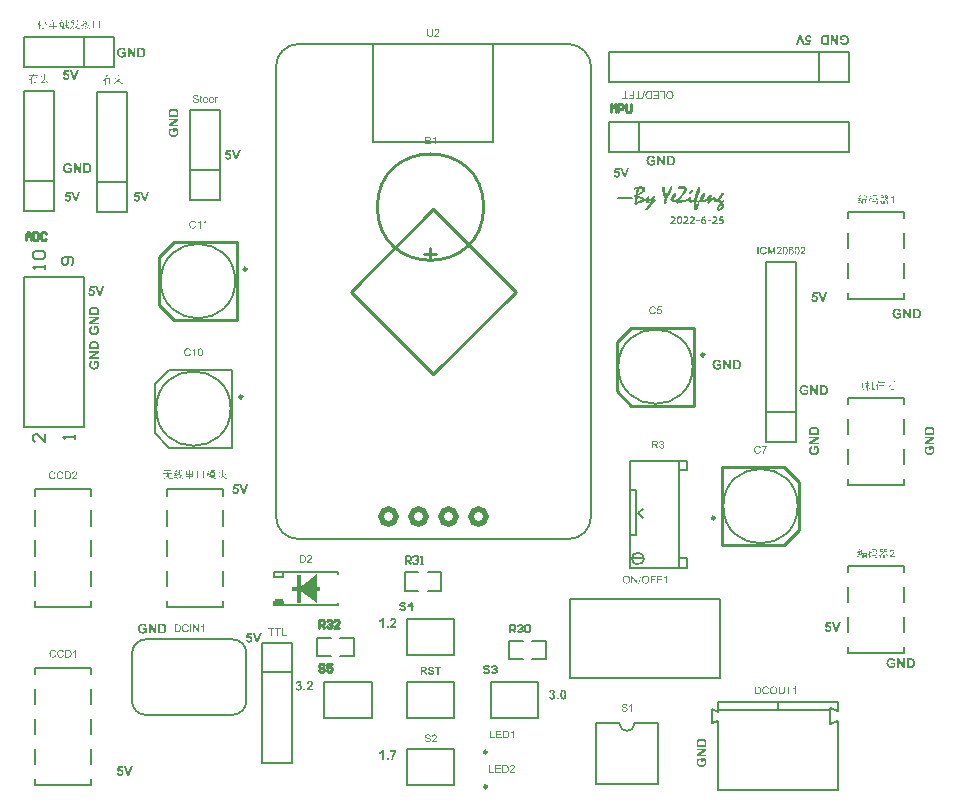
<source format=gto>
G04*
G04 #@! TF.GenerationSoftware,Altium Limited,Altium Designer,20.0.13 (296)*
G04*
G04 Layer_Color=65535*
%FSLAX24Y24*%
%MOIN*%
G70*
G01*
G75*
%ADD10C,0.0098*%
%ADD11C,0.0079*%
%ADD12C,0.0100*%
%ADD13C,0.0050*%
%ADD14C,0.0080*%
%ADD15C,0.0200*%
%ADD16C,0.0060*%
%ADD17C,0.0080*%
%ADD18R,0.0299X0.0050*%
%ADD19R,0.0299X0.0189*%
%ADD20R,0.0118X0.0945*%
%ADD21R,0.0945X0.0118*%
G36*
X10805Y6778D02*
Y7722D01*
X10200Y7250D01*
X10805Y6778D01*
D02*
G37*
G36*
X8863Y5456D02*
X8793D01*
X8679Y5776D01*
X8748D01*
X8830Y5539D01*
X8908Y5776D01*
X8977D01*
X8863Y5456D01*
D02*
G37*
G36*
X8651Y5714D02*
X8535D01*
X8525Y5660D01*
X8526D01*
X8526Y5660D01*
X8529Y5662D01*
X8533Y5663D01*
X8538Y5665D01*
X8545Y5667D01*
X8552Y5669D01*
X8559Y5670D01*
X8567Y5670D01*
X8572D01*
X8574Y5670D01*
X8578Y5669D01*
X8582Y5669D01*
X8586Y5668D01*
X8591Y5667D01*
X8602Y5663D01*
X8608Y5661D01*
X8614Y5658D01*
X8620Y5654D01*
X8626Y5650D01*
X8631Y5645D01*
X8637Y5640D01*
X8637Y5640D01*
X8638Y5639D01*
X8639Y5637D01*
X8641Y5635D01*
X8643Y5632D01*
X8646Y5628D01*
X8648Y5624D01*
X8651Y5620D01*
X8654Y5614D01*
X8656Y5608D01*
X8659Y5602D01*
X8661Y5596D01*
X8663Y5588D01*
X8664Y5580D01*
X8665Y5572D01*
X8665Y5563D01*
Y5563D01*
Y5561D01*
Y5559D01*
X8665Y5557D01*
Y5553D01*
X8664Y5549D01*
X8663Y5544D01*
X8663Y5540D01*
X8660Y5529D01*
X8656Y5517D01*
X8653Y5510D01*
X8650Y5504D01*
X8646Y5498D01*
X8642Y5492D01*
X8642Y5492D01*
X8641Y5490D01*
X8639Y5488D01*
X8637Y5486D01*
X8633Y5482D01*
X8629Y5479D01*
X8625Y5475D01*
X8620Y5471D01*
X8614Y5467D01*
X8607Y5463D01*
X8600Y5460D01*
X8592Y5456D01*
X8584Y5454D01*
X8575Y5452D01*
X8565Y5450D01*
X8555Y5450D01*
X8551D01*
X8548Y5450D01*
X8544Y5451D01*
X8540Y5451D01*
X8535Y5452D01*
X8529Y5453D01*
X8518Y5456D01*
X8506Y5460D01*
X8500Y5462D01*
X8494Y5466D01*
X8488Y5469D01*
X8483Y5474D01*
X8482Y5474D01*
X8481Y5474D01*
X8480Y5476D01*
X8478Y5478D01*
X8476Y5480D01*
X8474Y5483D01*
X8471Y5487D01*
X8468Y5490D01*
X8465Y5495D01*
X8462Y5499D01*
X8457Y5511D01*
X8453Y5523D01*
X8451Y5530D01*
X8450Y5537D01*
X8511Y5544D01*
Y5543D01*
X8511Y5541D01*
X8512Y5536D01*
X8514Y5532D01*
X8516Y5527D01*
X8518Y5521D01*
X8522Y5516D01*
X8526Y5511D01*
X8527Y5511D01*
X8529Y5509D01*
X8531Y5507D01*
X8535Y5505D01*
X8539Y5503D01*
X8544Y5501D01*
X8550Y5499D01*
X8556Y5499D01*
X8557D01*
X8559Y5499D01*
X8563Y5500D01*
X8568Y5501D01*
X8573Y5503D01*
X8578Y5505D01*
X8584Y5510D01*
X8589Y5515D01*
X8590Y5516D01*
X8591Y5517D01*
X8593Y5521D01*
X8596Y5527D01*
X8598Y5533D01*
X8601Y5541D01*
X8602Y5551D01*
X8602Y5562D01*
Y5562D01*
Y5563D01*
Y5565D01*
Y5567D01*
X8602Y5572D01*
X8601Y5578D01*
X8599Y5586D01*
X8597Y5593D01*
X8594Y5600D01*
X8589Y5606D01*
X8589Y5607D01*
X8587Y5608D01*
X8584Y5611D01*
X8580Y5614D01*
X8575Y5617D01*
X8569Y5619D01*
X8562Y5621D01*
X8554Y5621D01*
X8552D01*
X8550Y5621D01*
X8545Y5620D01*
X8539Y5619D01*
X8531Y5616D01*
X8523Y5612D01*
X8519Y5609D01*
X8515Y5606D01*
X8511Y5602D01*
X8507Y5598D01*
X8457Y5605D01*
X8489Y5772D01*
X8651D01*
Y5714D01*
D02*
G37*
G36*
X8413Y10406D02*
X8343D01*
X8229Y10726D01*
X8298D01*
X8380Y10489D01*
X8458Y10726D01*
X8527D01*
X8413Y10406D01*
D02*
G37*
G36*
X8201Y10664D02*
X8085D01*
X8075Y10610D01*
X8076D01*
X8076Y10610D01*
X8079Y10612D01*
X8083Y10613D01*
X8088Y10615D01*
X8095Y10617D01*
X8102Y10619D01*
X8109Y10620D01*
X8117Y10620D01*
X8122D01*
X8124Y10620D01*
X8128Y10619D01*
X8132Y10619D01*
X8136Y10618D01*
X8141Y10617D01*
X8152Y10613D01*
X8158Y10611D01*
X8164Y10608D01*
X8170Y10604D01*
X8176Y10600D01*
X8181Y10595D01*
X8187Y10590D01*
X8187Y10590D01*
X8188Y10589D01*
X8189Y10587D01*
X8191Y10585D01*
X8193Y10582D01*
X8196Y10578D01*
X8198Y10574D01*
X8201Y10570D01*
X8204Y10564D01*
X8206Y10558D01*
X8209Y10552D01*
X8211Y10546D01*
X8213Y10538D01*
X8214Y10530D01*
X8215Y10522D01*
X8215Y10513D01*
Y10513D01*
Y10511D01*
Y10509D01*
X8215Y10507D01*
Y10503D01*
X8214Y10499D01*
X8213Y10494D01*
X8213Y10490D01*
X8210Y10479D01*
X8206Y10467D01*
X8203Y10460D01*
X8200Y10454D01*
X8196Y10448D01*
X8192Y10442D01*
X8192Y10442D01*
X8191Y10440D01*
X8189Y10438D01*
X8187Y10436D01*
X8183Y10432D01*
X8179Y10429D01*
X8175Y10425D01*
X8170Y10421D01*
X8164Y10417D01*
X8157Y10413D01*
X8150Y10410D01*
X8142Y10406D01*
X8134Y10404D01*
X8125Y10402D01*
X8116Y10400D01*
X8105Y10400D01*
X8101D01*
X8098Y10400D01*
X8094Y10401D01*
X8090Y10401D01*
X8085Y10402D01*
X8079Y10403D01*
X8068Y10406D01*
X8056Y10410D01*
X8050Y10412D01*
X8044Y10416D01*
X8038Y10419D01*
X8033Y10424D01*
X8032Y10424D01*
X8031Y10424D01*
X8030Y10426D01*
X8028Y10428D01*
X8026Y10430D01*
X8024Y10433D01*
X8021Y10437D01*
X8018Y10440D01*
X8015Y10445D01*
X8012Y10449D01*
X8007Y10461D01*
X8003Y10473D01*
X8001Y10480D01*
X8000Y10487D01*
X8061Y10494D01*
Y10493D01*
X8061Y10491D01*
X8062Y10486D01*
X8064Y10482D01*
X8066Y10477D01*
X8068Y10471D01*
X8072Y10466D01*
X8076Y10461D01*
X8077Y10461D01*
X8079Y10459D01*
X8081Y10457D01*
X8085Y10455D01*
X8089Y10453D01*
X8094Y10451D01*
X8100Y10449D01*
X8106Y10449D01*
X8107D01*
X8109Y10449D01*
X8113Y10450D01*
X8118Y10451D01*
X8123Y10453D01*
X8128Y10455D01*
X8134Y10460D01*
X8139Y10465D01*
X8140Y10466D01*
X8141Y10467D01*
X8143Y10471D01*
X8146Y10477D01*
X8148Y10483D01*
X8151Y10491D01*
X8152Y10501D01*
X8152Y10512D01*
Y10512D01*
Y10513D01*
Y10515D01*
Y10517D01*
X8152Y10522D01*
X8151Y10528D01*
X8149Y10536D01*
X8147Y10543D01*
X8144Y10550D01*
X8139Y10556D01*
X8139Y10557D01*
X8137Y10558D01*
X8134Y10561D01*
X8130Y10564D01*
X8125Y10567D01*
X8119Y10569D01*
X8112Y10571D01*
X8104Y10571D01*
X8102D01*
X8100Y10571D01*
X8095Y10570D01*
X8089Y10569D01*
X8081Y10566D01*
X8073Y10562D01*
X8069Y10559D01*
X8065Y10556D01*
X8061Y10552D01*
X8057Y10548D01*
X8007Y10555D01*
X8039Y10722D01*
X8201D01*
Y10664D01*
D02*
G37*
G36*
X4563Y1006D02*
X4493D01*
X4379Y1326D01*
X4448D01*
X4530Y1089D01*
X4608Y1326D01*
X4677D01*
X4563Y1006D01*
D02*
G37*
G36*
X4351Y1264D02*
X4235D01*
X4225Y1210D01*
X4226D01*
X4226Y1210D01*
X4229Y1212D01*
X4233Y1213D01*
X4238Y1215D01*
X4245Y1217D01*
X4252Y1219D01*
X4259Y1220D01*
X4267Y1220D01*
X4272D01*
X4274Y1220D01*
X4278Y1219D01*
X4282Y1219D01*
X4286Y1218D01*
X4291Y1217D01*
X4302Y1213D01*
X4308Y1211D01*
X4314Y1208D01*
X4320Y1204D01*
X4326Y1200D01*
X4331Y1195D01*
X4337Y1190D01*
X4337Y1190D01*
X4338Y1189D01*
X4339Y1187D01*
X4341Y1185D01*
X4343Y1182D01*
X4346Y1178D01*
X4348Y1174D01*
X4351Y1170D01*
X4354Y1164D01*
X4356Y1158D01*
X4359Y1152D01*
X4361Y1146D01*
X4363Y1138D01*
X4364Y1130D01*
X4365Y1122D01*
X4365Y1113D01*
Y1113D01*
Y1111D01*
Y1109D01*
X4365Y1107D01*
Y1103D01*
X4364Y1099D01*
X4363Y1094D01*
X4363Y1090D01*
X4360Y1079D01*
X4356Y1067D01*
X4353Y1060D01*
X4350Y1054D01*
X4346Y1048D01*
X4342Y1042D01*
X4342Y1042D01*
X4341Y1040D01*
X4339Y1038D01*
X4337Y1036D01*
X4333Y1032D01*
X4329Y1029D01*
X4325Y1025D01*
X4320Y1021D01*
X4314Y1017D01*
X4307Y1013D01*
X4300Y1010D01*
X4292Y1006D01*
X4284Y1004D01*
X4275Y1002D01*
X4266Y1000D01*
X4255Y1000D01*
X4251D01*
X4248Y1000D01*
X4244Y1001D01*
X4240Y1001D01*
X4235Y1002D01*
X4229Y1003D01*
X4218Y1006D01*
X4206Y1010D01*
X4200Y1012D01*
X4194Y1016D01*
X4188Y1019D01*
X4183Y1024D01*
X4182Y1024D01*
X4181Y1024D01*
X4180Y1026D01*
X4178Y1028D01*
X4176Y1030D01*
X4174Y1033D01*
X4171Y1037D01*
X4168Y1040D01*
X4165Y1045D01*
X4162Y1049D01*
X4157Y1061D01*
X4153Y1073D01*
X4151Y1080D01*
X4150Y1087D01*
X4211Y1094D01*
Y1093D01*
X4211Y1091D01*
X4212Y1086D01*
X4214Y1082D01*
X4216Y1077D01*
X4218Y1071D01*
X4222Y1066D01*
X4226Y1061D01*
X4227Y1061D01*
X4229Y1059D01*
X4231Y1057D01*
X4235Y1055D01*
X4239Y1053D01*
X4244Y1051D01*
X4250Y1049D01*
X4256Y1049D01*
X4257D01*
X4259Y1049D01*
X4263Y1050D01*
X4268Y1051D01*
X4273Y1053D01*
X4278Y1055D01*
X4284Y1060D01*
X4289Y1065D01*
X4290Y1066D01*
X4291Y1067D01*
X4293Y1071D01*
X4296Y1077D01*
X4298Y1083D01*
X4301Y1091D01*
X4302Y1101D01*
X4302Y1112D01*
Y1112D01*
Y1113D01*
Y1115D01*
Y1117D01*
X4302Y1122D01*
X4301Y1128D01*
X4299Y1136D01*
X4297Y1143D01*
X4294Y1150D01*
X4289Y1156D01*
X4289Y1157D01*
X4287Y1158D01*
X4284Y1161D01*
X4280Y1164D01*
X4275Y1167D01*
X4269Y1169D01*
X4262Y1171D01*
X4254Y1171D01*
X4252D01*
X4250Y1171D01*
X4245Y1170D01*
X4239Y1169D01*
X4231Y1166D01*
X4223Y1162D01*
X4219Y1159D01*
X4215Y1156D01*
X4211Y1152D01*
X4207Y1148D01*
X4157Y1155D01*
X4189Y1322D01*
X4351D01*
Y1264D01*
D02*
G37*
G36*
X21113Y20956D02*
X21043D01*
X20929Y21276D01*
X20998D01*
X21080Y21039D01*
X21158Y21276D01*
X21227D01*
X21113Y20956D01*
D02*
G37*
G36*
X20901Y21214D02*
X20785D01*
X20775Y21160D01*
X20776D01*
X20776Y21160D01*
X20779Y21162D01*
X20783Y21163D01*
X20788Y21165D01*
X20795Y21167D01*
X20802Y21169D01*
X20809Y21170D01*
X20817Y21170D01*
X20822D01*
X20824Y21170D01*
X20828Y21169D01*
X20832Y21169D01*
X20836Y21168D01*
X20841Y21167D01*
X20852Y21163D01*
X20858Y21161D01*
X20864Y21158D01*
X20870Y21154D01*
X20876Y21150D01*
X20881Y21145D01*
X20887Y21140D01*
X20887Y21140D01*
X20888Y21139D01*
X20889Y21137D01*
X20891Y21135D01*
X20893Y21132D01*
X20896Y21128D01*
X20898Y21124D01*
X20901Y21120D01*
X20904Y21114D01*
X20906Y21108D01*
X20909Y21102D01*
X20911Y21096D01*
X20913Y21088D01*
X20914Y21080D01*
X20915Y21072D01*
X20915Y21063D01*
Y21063D01*
Y21061D01*
Y21059D01*
X20915Y21057D01*
Y21053D01*
X20914Y21049D01*
X20913Y21044D01*
X20913Y21040D01*
X20910Y21029D01*
X20906Y21017D01*
X20903Y21010D01*
X20900Y21004D01*
X20896Y20998D01*
X20892Y20992D01*
X20892Y20992D01*
X20891Y20990D01*
X20889Y20988D01*
X20887Y20986D01*
X20883Y20982D01*
X20879Y20979D01*
X20875Y20975D01*
X20870Y20971D01*
X20864Y20967D01*
X20857Y20963D01*
X20850Y20960D01*
X20842Y20956D01*
X20834Y20954D01*
X20825Y20952D01*
X20815Y20950D01*
X20805Y20950D01*
X20801D01*
X20798Y20950D01*
X20794Y20951D01*
X20790Y20951D01*
X20785Y20952D01*
X20779Y20953D01*
X20768Y20956D01*
X20756Y20960D01*
X20750Y20962D01*
X20744Y20966D01*
X20738Y20969D01*
X20733Y20974D01*
X20732Y20974D01*
X20731Y20974D01*
X20730Y20976D01*
X20728Y20978D01*
X20726Y20980D01*
X20724Y20983D01*
X20721Y20986D01*
X20718Y20990D01*
X20715Y20995D01*
X20712Y20999D01*
X20707Y21011D01*
X20703Y21023D01*
X20701Y21030D01*
X20700Y21037D01*
X20761Y21044D01*
Y21043D01*
X20761Y21041D01*
X20762Y21036D01*
X20764Y21032D01*
X20766Y21027D01*
X20768Y21021D01*
X20772Y21016D01*
X20776Y21011D01*
X20777Y21011D01*
X20779Y21009D01*
X20781Y21007D01*
X20785Y21005D01*
X20789Y21003D01*
X20794Y21001D01*
X20800Y20999D01*
X20806Y20999D01*
X20807D01*
X20809Y20999D01*
X20813Y21000D01*
X20818Y21001D01*
X20823Y21003D01*
X20828Y21005D01*
X20834Y21010D01*
X20839Y21015D01*
X20840Y21016D01*
X20841Y21017D01*
X20843Y21021D01*
X20846Y21027D01*
X20848Y21033D01*
X20851Y21041D01*
X20852Y21051D01*
X20852Y21062D01*
Y21062D01*
Y21063D01*
Y21065D01*
Y21067D01*
X20852Y21072D01*
X20851Y21078D01*
X20849Y21086D01*
X20847Y21093D01*
X20844Y21100D01*
X20839Y21106D01*
X20839Y21107D01*
X20837Y21108D01*
X20834Y21111D01*
X20830Y21114D01*
X20825Y21117D01*
X20819Y21119D01*
X20812Y21121D01*
X20804Y21121D01*
X20802D01*
X20800Y21121D01*
X20795Y21120D01*
X20789Y21119D01*
X20781Y21116D01*
X20773Y21112D01*
X20769Y21109D01*
X20765Y21106D01*
X20761Y21102D01*
X20757Y21098D01*
X20707Y21105D01*
X20739Y21272D01*
X20901D01*
Y21214D01*
D02*
G37*
G36*
X27202Y25700D02*
X27206Y25699D01*
X27210Y25699D01*
X27215Y25698D01*
X27221Y25697D01*
X27232Y25694D01*
X27244Y25690D01*
X27250Y25688D01*
X27256Y25684D01*
X27262Y25681D01*
X27267Y25676D01*
X27268Y25676D01*
X27269Y25676D01*
X27270Y25674D01*
X27272Y25672D01*
X27274Y25670D01*
X27276Y25667D01*
X27279Y25663D01*
X27282Y25660D01*
X27285Y25655D01*
X27288Y25651D01*
X27293Y25639D01*
X27297Y25627D01*
X27299Y25620D01*
X27300Y25613D01*
X27239Y25606D01*
Y25607D01*
X27239Y25609D01*
X27238Y25614D01*
X27236Y25618D01*
X27234Y25623D01*
X27232Y25629D01*
X27228Y25634D01*
X27224Y25639D01*
X27223Y25639D01*
X27221Y25641D01*
X27219Y25643D01*
X27215Y25645D01*
X27211Y25647D01*
X27206Y25649D01*
X27200Y25651D01*
X27194Y25651D01*
X27193D01*
X27191Y25651D01*
X27187Y25650D01*
X27182Y25649D01*
X27177Y25647D01*
X27172Y25645D01*
X27166Y25640D01*
X27161Y25635D01*
X27160Y25634D01*
X27159Y25633D01*
X27157Y25629D01*
X27154Y25623D01*
X27152Y25617D01*
X27149Y25609D01*
X27148Y25599D01*
X27148Y25588D01*
Y25588D01*
Y25587D01*
Y25585D01*
Y25583D01*
X27148Y25578D01*
X27149Y25572D01*
X27151Y25564D01*
X27153Y25557D01*
X27156Y25550D01*
X27161Y25544D01*
X27161Y25543D01*
X27163Y25542D01*
X27166Y25539D01*
X27170Y25536D01*
X27175Y25533D01*
X27181Y25531D01*
X27188Y25529D01*
X27196Y25529D01*
X27198D01*
X27200Y25529D01*
X27205Y25530D01*
X27211Y25531D01*
X27219Y25534D01*
X27227Y25538D01*
X27231Y25541D01*
X27235Y25544D01*
X27239Y25548D01*
X27243Y25552D01*
X27293Y25545D01*
X27261Y25378D01*
X27099D01*
Y25436D01*
X27215D01*
X27225Y25490D01*
X27224D01*
X27224Y25490D01*
X27221Y25488D01*
X27217Y25487D01*
X27212Y25485D01*
X27205Y25483D01*
X27198Y25481D01*
X27191Y25480D01*
X27183Y25480D01*
X27178D01*
X27176Y25480D01*
X27172Y25481D01*
X27168Y25481D01*
X27164Y25482D01*
X27159Y25483D01*
X27148Y25487D01*
X27142Y25489D01*
X27136Y25492D01*
X27130Y25496D01*
X27124Y25500D01*
X27119Y25505D01*
X27113Y25510D01*
X27113Y25510D01*
X27112Y25511D01*
X27111Y25513D01*
X27109Y25515D01*
X27107Y25518D01*
X27104Y25522D01*
X27102Y25526D01*
X27099Y25530D01*
X27096Y25536D01*
X27094Y25542D01*
X27091Y25548D01*
X27089Y25554D01*
X27087Y25562D01*
X27086Y25570D01*
X27085Y25578D01*
X27085Y25587D01*
Y25587D01*
Y25589D01*
Y25591D01*
X27085Y25593D01*
Y25597D01*
X27086Y25601D01*
X27087Y25606D01*
X27087Y25610D01*
X27090Y25621D01*
X27094Y25633D01*
X27097Y25640D01*
X27100Y25646D01*
X27104Y25652D01*
X27108Y25658D01*
X27108Y25658D01*
X27109Y25660D01*
X27111Y25662D01*
X27113Y25664D01*
X27117Y25668D01*
X27121Y25671D01*
X27125Y25675D01*
X27130Y25679D01*
X27136Y25683D01*
X27143Y25687D01*
X27150Y25690D01*
X27158Y25694D01*
X27166Y25696D01*
X27175Y25698D01*
X27185Y25700D01*
X27195Y25700D01*
X27199D01*
X27202Y25700D01*
D02*
G37*
G36*
X27071Y25374D02*
X27002D01*
X26920Y25611D01*
X26842Y25374D01*
X26773D01*
X26887Y25694D01*
X26957D01*
X27071Y25374D01*
D02*
G37*
G36*
X28163Y5806D02*
X28093D01*
X27979Y6126D01*
X28048D01*
X28130Y5889D01*
X28208Y6126D01*
X28277D01*
X28163Y5806D01*
D02*
G37*
G36*
X27951Y6064D02*
X27835D01*
X27825Y6010D01*
X27826D01*
X27826Y6010D01*
X27829Y6012D01*
X27833Y6013D01*
X27838Y6015D01*
X27845Y6017D01*
X27852Y6019D01*
X27859Y6020D01*
X27867Y6020D01*
X27872D01*
X27874Y6020D01*
X27878Y6019D01*
X27882Y6019D01*
X27886Y6018D01*
X27891Y6017D01*
X27902Y6013D01*
X27908Y6011D01*
X27914Y6008D01*
X27920Y6004D01*
X27926Y6000D01*
X27931Y5995D01*
X27937Y5990D01*
X27937Y5990D01*
X27938Y5989D01*
X27939Y5987D01*
X27941Y5985D01*
X27943Y5982D01*
X27946Y5978D01*
X27948Y5974D01*
X27951Y5970D01*
X27954Y5964D01*
X27956Y5958D01*
X27959Y5952D01*
X27961Y5946D01*
X27963Y5938D01*
X27964Y5930D01*
X27965Y5922D01*
X27965Y5913D01*
Y5913D01*
Y5911D01*
Y5909D01*
X27965Y5907D01*
Y5903D01*
X27964Y5899D01*
X27963Y5894D01*
X27963Y5890D01*
X27960Y5879D01*
X27956Y5867D01*
X27953Y5860D01*
X27950Y5854D01*
X27946Y5848D01*
X27942Y5842D01*
X27942Y5842D01*
X27941Y5840D01*
X27939Y5838D01*
X27937Y5836D01*
X27933Y5832D01*
X27929Y5829D01*
X27925Y5825D01*
X27920Y5821D01*
X27914Y5817D01*
X27907Y5813D01*
X27900Y5810D01*
X27892Y5806D01*
X27884Y5804D01*
X27875Y5802D01*
X27866Y5800D01*
X27855Y5800D01*
X27851D01*
X27848Y5800D01*
X27844Y5801D01*
X27840Y5801D01*
X27835Y5802D01*
X27829Y5803D01*
X27818Y5806D01*
X27806Y5810D01*
X27800Y5812D01*
X27794Y5816D01*
X27788Y5819D01*
X27783Y5824D01*
X27782Y5824D01*
X27781Y5824D01*
X27780Y5826D01*
X27778Y5828D01*
X27776Y5830D01*
X27774Y5833D01*
X27771Y5836D01*
X27768Y5840D01*
X27765Y5845D01*
X27762Y5849D01*
X27757Y5861D01*
X27753Y5873D01*
X27751Y5880D01*
X27750Y5887D01*
X27811Y5894D01*
Y5893D01*
X27811Y5891D01*
X27812Y5886D01*
X27814Y5882D01*
X27816Y5877D01*
X27818Y5871D01*
X27822Y5866D01*
X27826Y5861D01*
X27827Y5861D01*
X27829Y5859D01*
X27831Y5857D01*
X27835Y5855D01*
X27839Y5853D01*
X27844Y5851D01*
X27850Y5849D01*
X27856Y5849D01*
X27857D01*
X27859Y5849D01*
X27863Y5850D01*
X27868Y5851D01*
X27873Y5853D01*
X27878Y5855D01*
X27884Y5860D01*
X27889Y5865D01*
X27890Y5866D01*
X27891Y5867D01*
X27893Y5871D01*
X27896Y5877D01*
X27898Y5883D01*
X27901Y5891D01*
X27902Y5901D01*
X27902Y5912D01*
Y5912D01*
Y5913D01*
Y5915D01*
Y5917D01*
X27902Y5922D01*
X27901Y5928D01*
X27899Y5936D01*
X27897Y5943D01*
X27894Y5950D01*
X27889Y5956D01*
X27889Y5957D01*
X27887Y5958D01*
X27884Y5961D01*
X27880Y5964D01*
X27875Y5967D01*
X27869Y5969D01*
X27862Y5971D01*
X27854Y5971D01*
X27852D01*
X27850Y5971D01*
X27845Y5970D01*
X27839Y5969D01*
X27831Y5966D01*
X27823Y5962D01*
X27819Y5959D01*
X27815Y5956D01*
X27811Y5952D01*
X27807Y5948D01*
X27757Y5955D01*
X27789Y6122D01*
X27951D01*
Y6064D01*
D02*
G37*
G36*
X27713Y16806D02*
X27643D01*
X27529Y17126D01*
X27598D01*
X27680Y16889D01*
X27758Y17126D01*
X27827D01*
X27713Y16806D01*
D02*
G37*
G36*
X27501Y17064D02*
X27385D01*
X27375Y17010D01*
X27376D01*
X27376Y17010D01*
X27379Y17012D01*
X27383Y17013D01*
X27388Y17015D01*
X27395Y17017D01*
X27402Y17019D01*
X27409Y17020D01*
X27417Y17020D01*
X27422D01*
X27424Y17020D01*
X27428Y17019D01*
X27432Y17019D01*
X27436Y17018D01*
X27441Y17017D01*
X27452Y17013D01*
X27458Y17011D01*
X27464Y17008D01*
X27470Y17004D01*
X27476Y17000D01*
X27481Y16995D01*
X27487Y16990D01*
X27487Y16990D01*
X27488Y16989D01*
X27489Y16987D01*
X27491Y16985D01*
X27493Y16982D01*
X27496Y16978D01*
X27498Y16974D01*
X27501Y16970D01*
X27504Y16964D01*
X27506Y16958D01*
X27509Y16952D01*
X27511Y16946D01*
X27513Y16938D01*
X27514Y16930D01*
X27515Y16922D01*
X27515Y16913D01*
Y16913D01*
Y16911D01*
Y16909D01*
X27515Y16907D01*
Y16903D01*
X27514Y16899D01*
X27513Y16894D01*
X27513Y16890D01*
X27510Y16879D01*
X27506Y16867D01*
X27503Y16860D01*
X27500Y16854D01*
X27496Y16848D01*
X27492Y16842D01*
X27492Y16842D01*
X27491Y16840D01*
X27489Y16838D01*
X27487Y16836D01*
X27483Y16832D01*
X27479Y16829D01*
X27475Y16825D01*
X27470Y16821D01*
X27464Y16817D01*
X27457Y16813D01*
X27450Y16810D01*
X27442Y16806D01*
X27434Y16804D01*
X27425Y16802D01*
X27415Y16800D01*
X27405Y16800D01*
X27401D01*
X27398Y16800D01*
X27394Y16801D01*
X27390Y16801D01*
X27385Y16802D01*
X27379Y16803D01*
X27368Y16806D01*
X27356Y16810D01*
X27350Y16812D01*
X27344Y16816D01*
X27338Y16819D01*
X27333Y16824D01*
X27332Y16824D01*
X27331Y16824D01*
X27330Y16826D01*
X27328Y16828D01*
X27326Y16830D01*
X27324Y16833D01*
X27321Y16837D01*
X27318Y16840D01*
X27315Y16845D01*
X27312Y16849D01*
X27307Y16861D01*
X27303Y16873D01*
X27301Y16880D01*
X27300Y16887D01*
X27361Y16894D01*
Y16893D01*
X27361Y16891D01*
X27362Y16886D01*
X27364Y16882D01*
X27366Y16877D01*
X27368Y16871D01*
X27372Y16866D01*
X27376Y16861D01*
X27377Y16861D01*
X27379Y16859D01*
X27381Y16857D01*
X27385Y16855D01*
X27389Y16853D01*
X27394Y16851D01*
X27400Y16849D01*
X27406Y16849D01*
X27407D01*
X27409Y16849D01*
X27413Y16850D01*
X27418Y16851D01*
X27423Y16853D01*
X27428Y16855D01*
X27434Y16860D01*
X27439Y16865D01*
X27440Y16866D01*
X27441Y16867D01*
X27443Y16871D01*
X27446Y16877D01*
X27448Y16883D01*
X27451Y16891D01*
X27452Y16901D01*
X27452Y16912D01*
Y16912D01*
Y16913D01*
Y16915D01*
Y16917D01*
X27452Y16922D01*
X27451Y16928D01*
X27449Y16936D01*
X27447Y16943D01*
X27444Y16950D01*
X27439Y16956D01*
X27439Y16957D01*
X27437Y16958D01*
X27434Y16961D01*
X27430Y16964D01*
X27425Y16967D01*
X27419Y16969D01*
X27412Y16971D01*
X27404Y16971D01*
X27402D01*
X27400Y16971D01*
X27395Y16970D01*
X27389Y16969D01*
X27381Y16966D01*
X27373Y16962D01*
X27369Y16959D01*
X27365Y16956D01*
X27361Y16952D01*
X27357Y16948D01*
X27307Y16955D01*
X27339Y17122D01*
X27501D01*
Y17064D01*
D02*
G37*
G36*
X3613Y17006D02*
X3543D01*
X3429Y17326D01*
X3498D01*
X3580Y17089D01*
X3658Y17326D01*
X3727D01*
X3613Y17006D01*
D02*
G37*
G36*
X3401Y17264D02*
X3285D01*
X3275Y17210D01*
X3276D01*
X3276Y17210D01*
X3279Y17212D01*
X3283Y17213D01*
X3288Y17215D01*
X3295Y17217D01*
X3302Y17219D01*
X3309Y17220D01*
X3317Y17220D01*
X3322D01*
X3324Y17220D01*
X3328Y17219D01*
X3332Y17219D01*
X3336Y17218D01*
X3341Y17217D01*
X3352Y17213D01*
X3358Y17211D01*
X3364Y17208D01*
X3370Y17204D01*
X3376Y17200D01*
X3381Y17195D01*
X3387Y17190D01*
X3387Y17190D01*
X3388Y17189D01*
X3389Y17187D01*
X3391Y17185D01*
X3393Y17182D01*
X3396Y17178D01*
X3398Y17174D01*
X3401Y17170D01*
X3404Y17164D01*
X3406Y17158D01*
X3409Y17152D01*
X3411Y17146D01*
X3413Y17138D01*
X3414Y17130D01*
X3415Y17122D01*
X3415Y17113D01*
Y17113D01*
Y17111D01*
Y17109D01*
X3415Y17107D01*
Y17103D01*
X3414Y17099D01*
X3413Y17094D01*
X3413Y17090D01*
X3410Y17079D01*
X3406Y17067D01*
X3403Y17060D01*
X3400Y17054D01*
X3396Y17048D01*
X3392Y17042D01*
X3392Y17042D01*
X3391Y17040D01*
X3389Y17038D01*
X3387Y17036D01*
X3383Y17032D01*
X3379Y17029D01*
X3375Y17025D01*
X3370Y17021D01*
X3364Y17017D01*
X3357Y17013D01*
X3350Y17010D01*
X3342Y17006D01*
X3334Y17004D01*
X3325Y17002D01*
X3316Y17000D01*
X3305Y17000D01*
X3301D01*
X3298Y17000D01*
X3294Y17001D01*
X3290Y17001D01*
X3285Y17002D01*
X3279Y17003D01*
X3268Y17006D01*
X3256Y17010D01*
X3250Y17012D01*
X3244Y17016D01*
X3238Y17019D01*
X3233Y17024D01*
X3232Y17024D01*
X3231Y17024D01*
X3230Y17026D01*
X3228Y17028D01*
X3226Y17030D01*
X3224Y17033D01*
X3221Y17036D01*
X3218Y17040D01*
X3215Y17045D01*
X3212Y17049D01*
X3207Y17061D01*
X3203Y17073D01*
X3201Y17080D01*
X3200Y17087D01*
X3261Y17094D01*
Y17093D01*
X3261Y17091D01*
X3262Y17086D01*
X3264Y17082D01*
X3266Y17077D01*
X3268Y17071D01*
X3272Y17066D01*
X3276Y17061D01*
X3277Y17061D01*
X3279Y17059D01*
X3281Y17057D01*
X3285Y17055D01*
X3289Y17053D01*
X3294Y17051D01*
X3300Y17049D01*
X3306Y17049D01*
X3307D01*
X3309Y17049D01*
X3313Y17050D01*
X3318Y17051D01*
X3323Y17053D01*
X3328Y17055D01*
X3334Y17060D01*
X3339Y17065D01*
X3340Y17066D01*
X3341Y17067D01*
X3343Y17071D01*
X3346Y17077D01*
X3348Y17083D01*
X3351Y17091D01*
X3352Y17101D01*
X3352Y17112D01*
Y17112D01*
Y17113D01*
Y17115D01*
Y17117D01*
X3352Y17122D01*
X3351Y17128D01*
X3349Y17136D01*
X3347Y17143D01*
X3344Y17150D01*
X3339Y17156D01*
X3339Y17157D01*
X3337Y17158D01*
X3334Y17161D01*
X3330Y17164D01*
X3325Y17167D01*
X3319Y17169D01*
X3312Y17171D01*
X3304Y17171D01*
X3302D01*
X3300Y17171D01*
X3295Y17170D01*
X3289Y17169D01*
X3281Y17166D01*
X3273Y17162D01*
X3269Y17159D01*
X3265Y17156D01*
X3261Y17152D01*
X3257Y17148D01*
X3207Y17155D01*
X3239Y17322D01*
X3401D01*
Y17264D01*
D02*
G37*
G36*
X8163Y21556D02*
X8093D01*
X7979Y21876D01*
X8048D01*
X8130Y21639D01*
X8208Y21876D01*
X8277D01*
X8163Y21556D01*
D02*
G37*
G36*
X7951Y21814D02*
X7835D01*
X7825Y21760D01*
X7826D01*
X7826Y21760D01*
X7829Y21762D01*
X7833Y21763D01*
X7838Y21765D01*
X7845Y21767D01*
X7852Y21769D01*
X7859Y21770D01*
X7867Y21770D01*
X7872D01*
X7874Y21770D01*
X7878Y21769D01*
X7882Y21769D01*
X7886Y21768D01*
X7891Y21767D01*
X7902Y21763D01*
X7908Y21761D01*
X7914Y21758D01*
X7920Y21754D01*
X7926Y21750D01*
X7931Y21745D01*
X7937Y21740D01*
X7937Y21740D01*
X7938Y21739D01*
X7939Y21737D01*
X7941Y21735D01*
X7943Y21732D01*
X7946Y21728D01*
X7948Y21724D01*
X7951Y21720D01*
X7954Y21714D01*
X7956Y21708D01*
X7959Y21702D01*
X7961Y21696D01*
X7963Y21688D01*
X7964Y21680D01*
X7965Y21672D01*
X7965Y21663D01*
Y21663D01*
Y21661D01*
Y21659D01*
X7965Y21657D01*
Y21653D01*
X7964Y21649D01*
X7963Y21644D01*
X7963Y21640D01*
X7960Y21629D01*
X7956Y21617D01*
X7953Y21610D01*
X7950Y21604D01*
X7946Y21598D01*
X7942Y21592D01*
X7942Y21592D01*
X7941Y21590D01*
X7939Y21588D01*
X7937Y21586D01*
X7933Y21582D01*
X7929Y21579D01*
X7925Y21575D01*
X7920Y21571D01*
X7914Y21567D01*
X7907Y21563D01*
X7900Y21560D01*
X7892Y21556D01*
X7884Y21554D01*
X7875Y21552D01*
X7865Y21550D01*
X7855Y21550D01*
X7851D01*
X7848Y21550D01*
X7844Y21551D01*
X7840Y21551D01*
X7835Y21552D01*
X7829Y21553D01*
X7818Y21556D01*
X7806Y21560D01*
X7800Y21562D01*
X7794Y21566D01*
X7788Y21569D01*
X7783Y21574D01*
X7782Y21574D01*
X7781Y21574D01*
X7780Y21576D01*
X7778Y21578D01*
X7776Y21580D01*
X7774Y21583D01*
X7771Y21586D01*
X7768Y21590D01*
X7765Y21595D01*
X7762Y21599D01*
X7757Y21611D01*
X7753Y21623D01*
X7751Y21630D01*
X7750Y21637D01*
X7811Y21644D01*
Y21643D01*
X7811Y21641D01*
X7812Y21636D01*
X7814Y21632D01*
X7816Y21627D01*
X7818Y21621D01*
X7822Y21616D01*
X7826Y21611D01*
X7827Y21611D01*
X7829Y21609D01*
X7831Y21607D01*
X7835Y21605D01*
X7839Y21603D01*
X7844Y21601D01*
X7850Y21599D01*
X7856Y21599D01*
X7857D01*
X7859Y21599D01*
X7863Y21600D01*
X7868Y21601D01*
X7873Y21603D01*
X7878Y21605D01*
X7884Y21610D01*
X7889Y21615D01*
X7890Y21616D01*
X7891Y21617D01*
X7893Y21621D01*
X7896Y21627D01*
X7898Y21633D01*
X7901Y21641D01*
X7902Y21651D01*
X7902Y21662D01*
Y21662D01*
Y21663D01*
Y21665D01*
Y21667D01*
X7902Y21672D01*
X7901Y21678D01*
X7899Y21686D01*
X7897Y21693D01*
X7894Y21700D01*
X7889Y21706D01*
X7889Y21707D01*
X7887Y21708D01*
X7884Y21711D01*
X7880Y21714D01*
X7875Y21717D01*
X7869Y21719D01*
X7862Y21721D01*
X7854Y21721D01*
X7852D01*
X7850Y21721D01*
X7845Y21720D01*
X7839Y21719D01*
X7831Y21716D01*
X7823Y21712D01*
X7819Y21709D01*
X7815Y21706D01*
X7811Y21702D01*
X7807Y21698D01*
X7757Y21705D01*
X7789Y21872D01*
X7951D01*
Y21814D01*
D02*
G37*
G36*
X5113Y20156D02*
X5043D01*
X4929Y20476D01*
X4998D01*
X5080Y20239D01*
X5158Y20476D01*
X5227D01*
X5113Y20156D01*
D02*
G37*
G36*
X4901Y20414D02*
X4785D01*
X4775Y20360D01*
X4776D01*
X4776Y20360D01*
X4779Y20362D01*
X4783Y20363D01*
X4788Y20365D01*
X4795Y20367D01*
X4802Y20369D01*
X4809Y20370D01*
X4817Y20370D01*
X4822D01*
X4824Y20370D01*
X4828Y20369D01*
X4832Y20369D01*
X4836Y20368D01*
X4841Y20367D01*
X4852Y20363D01*
X4858Y20361D01*
X4864Y20358D01*
X4870Y20354D01*
X4876Y20350D01*
X4881Y20345D01*
X4887Y20340D01*
X4887Y20340D01*
X4888Y20339D01*
X4889Y20337D01*
X4891Y20335D01*
X4893Y20332D01*
X4896Y20328D01*
X4898Y20324D01*
X4901Y20320D01*
X4904Y20314D01*
X4906Y20308D01*
X4909Y20302D01*
X4911Y20296D01*
X4913Y20288D01*
X4914Y20280D01*
X4915Y20272D01*
X4915Y20263D01*
Y20263D01*
Y20261D01*
Y20259D01*
X4915Y20257D01*
Y20253D01*
X4914Y20249D01*
X4913Y20244D01*
X4913Y20240D01*
X4910Y20229D01*
X4906Y20217D01*
X4903Y20210D01*
X4900Y20204D01*
X4896Y20198D01*
X4892Y20192D01*
X4892Y20192D01*
X4891Y20190D01*
X4889Y20188D01*
X4887Y20186D01*
X4883Y20182D01*
X4879Y20179D01*
X4875Y20175D01*
X4870Y20171D01*
X4864Y20167D01*
X4857Y20163D01*
X4850Y20160D01*
X4842Y20156D01*
X4834Y20154D01*
X4825Y20152D01*
X4816Y20150D01*
X4805Y20150D01*
X4801D01*
X4798Y20150D01*
X4794Y20151D01*
X4790Y20151D01*
X4785Y20152D01*
X4779Y20153D01*
X4768Y20156D01*
X4756Y20160D01*
X4750Y20162D01*
X4744Y20166D01*
X4738Y20169D01*
X4733Y20174D01*
X4732Y20174D01*
X4731Y20174D01*
X4730Y20176D01*
X4728Y20178D01*
X4726Y20180D01*
X4724Y20183D01*
X4721Y20187D01*
X4718Y20190D01*
X4715Y20195D01*
X4712Y20199D01*
X4707Y20211D01*
X4703Y20223D01*
X4701Y20230D01*
X4700Y20237D01*
X4761Y20244D01*
Y20243D01*
X4761Y20241D01*
X4762Y20236D01*
X4764Y20232D01*
X4766Y20227D01*
X4768Y20221D01*
X4772Y20216D01*
X4776Y20211D01*
X4777Y20211D01*
X4779Y20209D01*
X4781Y20207D01*
X4785Y20205D01*
X4789Y20203D01*
X4794Y20201D01*
X4800Y20199D01*
X4806Y20199D01*
X4807D01*
X4809Y20199D01*
X4813Y20200D01*
X4818Y20201D01*
X4823Y20203D01*
X4828Y20205D01*
X4834Y20210D01*
X4839Y20215D01*
X4840Y20216D01*
X4841Y20217D01*
X4843Y20221D01*
X4846Y20227D01*
X4848Y20233D01*
X4851Y20241D01*
X4852Y20251D01*
X4852Y20262D01*
Y20262D01*
Y20263D01*
Y20265D01*
Y20267D01*
X4852Y20272D01*
X4851Y20278D01*
X4849Y20286D01*
X4847Y20293D01*
X4844Y20300D01*
X4839Y20306D01*
X4839Y20307D01*
X4837Y20308D01*
X4834Y20311D01*
X4830Y20314D01*
X4825Y20317D01*
X4819Y20319D01*
X4812Y20321D01*
X4804Y20321D01*
X4802D01*
X4800Y20321D01*
X4795Y20320D01*
X4789Y20319D01*
X4781Y20316D01*
X4773Y20312D01*
X4769Y20309D01*
X4765Y20306D01*
X4761Y20302D01*
X4757Y20298D01*
X4707Y20305D01*
X4739Y20472D01*
X4901D01*
Y20414D01*
D02*
G37*
G36*
X2763Y24206D02*
X2693D01*
X2579Y24526D01*
X2648D01*
X2730Y24289D01*
X2808Y24526D01*
X2877D01*
X2763Y24206D01*
D02*
G37*
G36*
X2551Y24464D02*
X2435D01*
X2425Y24410D01*
X2426D01*
X2426Y24410D01*
X2429Y24412D01*
X2433Y24413D01*
X2438Y24415D01*
X2445Y24417D01*
X2452Y24419D01*
X2459Y24420D01*
X2467Y24420D01*
X2472D01*
X2474Y24420D01*
X2478Y24419D01*
X2482Y24419D01*
X2486Y24418D01*
X2491Y24417D01*
X2502Y24413D01*
X2508Y24411D01*
X2514Y24408D01*
X2520Y24404D01*
X2526Y24400D01*
X2531Y24395D01*
X2537Y24390D01*
X2537Y24390D01*
X2538Y24389D01*
X2539Y24387D01*
X2541Y24385D01*
X2543Y24382D01*
X2546Y24378D01*
X2548Y24374D01*
X2551Y24370D01*
X2554Y24364D01*
X2556Y24358D01*
X2559Y24352D01*
X2561Y24346D01*
X2563Y24338D01*
X2564Y24330D01*
X2565Y24322D01*
X2565Y24313D01*
Y24313D01*
Y24311D01*
Y24309D01*
X2565Y24307D01*
Y24303D01*
X2564Y24299D01*
X2563Y24294D01*
X2563Y24290D01*
X2560Y24279D01*
X2556Y24267D01*
X2553Y24260D01*
X2550Y24254D01*
X2546Y24248D01*
X2542Y24242D01*
X2542Y24242D01*
X2541Y24240D01*
X2539Y24238D01*
X2537Y24236D01*
X2533Y24232D01*
X2529Y24229D01*
X2525Y24225D01*
X2520Y24221D01*
X2514Y24217D01*
X2507Y24213D01*
X2500Y24210D01*
X2492Y24206D01*
X2484Y24204D01*
X2475Y24202D01*
X2465Y24200D01*
X2455Y24200D01*
X2451D01*
X2448Y24200D01*
X2444Y24201D01*
X2440Y24201D01*
X2435Y24202D01*
X2429Y24203D01*
X2418Y24206D01*
X2406Y24210D01*
X2400Y24212D01*
X2394Y24216D01*
X2388Y24219D01*
X2383Y24224D01*
X2382Y24224D01*
X2381Y24224D01*
X2380Y24226D01*
X2378Y24228D01*
X2376Y24230D01*
X2374Y24233D01*
X2371Y24237D01*
X2368Y24240D01*
X2365Y24245D01*
X2362Y24249D01*
X2357Y24261D01*
X2353Y24273D01*
X2351Y24280D01*
X2350Y24287D01*
X2411Y24294D01*
Y24293D01*
X2411Y24291D01*
X2412Y24286D01*
X2414Y24282D01*
X2416Y24277D01*
X2418Y24271D01*
X2422Y24266D01*
X2426Y24261D01*
X2427Y24261D01*
X2429Y24259D01*
X2431Y24257D01*
X2435Y24255D01*
X2439Y24253D01*
X2444Y24251D01*
X2450Y24249D01*
X2456Y24249D01*
X2457D01*
X2459Y24249D01*
X2463Y24250D01*
X2468Y24251D01*
X2473Y24253D01*
X2478Y24255D01*
X2484Y24260D01*
X2489Y24265D01*
X2490Y24266D01*
X2491Y24267D01*
X2493Y24271D01*
X2496Y24277D01*
X2498Y24283D01*
X2501Y24291D01*
X2502Y24301D01*
X2502Y24312D01*
Y24312D01*
Y24313D01*
Y24315D01*
Y24317D01*
X2502Y24322D01*
X2501Y24328D01*
X2499Y24336D01*
X2497Y24343D01*
X2494Y24350D01*
X2489Y24356D01*
X2489Y24357D01*
X2487Y24358D01*
X2484Y24361D01*
X2480Y24364D01*
X2475Y24367D01*
X2469Y24369D01*
X2462Y24371D01*
X2454Y24371D01*
X2452D01*
X2450Y24371D01*
X2445Y24370D01*
X2439Y24369D01*
X2431Y24366D01*
X2423Y24362D01*
X2419Y24359D01*
X2415Y24356D01*
X2411Y24352D01*
X2407Y24348D01*
X2357Y24355D01*
X2389Y24522D01*
X2551D01*
Y24464D01*
D02*
G37*
G36*
X2813Y20156D02*
X2743D01*
X2629Y20476D01*
X2698D01*
X2780Y20239D01*
X2858Y20476D01*
X2927D01*
X2813Y20156D01*
D02*
G37*
G36*
X2601Y20414D02*
X2485D01*
X2475Y20360D01*
X2476D01*
X2476Y20360D01*
X2479Y20362D01*
X2483Y20363D01*
X2488Y20365D01*
X2495Y20367D01*
X2502Y20369D01*
X2509Y20370D01*
X2517Y20370D01*
X2522D01*
X2524Y20370D01*
X2528Y20369D01*
X2532Y20369D01*
X2536Y20368D01*
X2541Y20367D01*
X2552Y20363D01*
X2558Y20361D01*
X2564Y20358D01*
X2570Y20354D01*
X2576Y20350D01*
X2581Y20345D01*
X2587Y20340D01*
X2587Y20340D01*
X2588Y20339D01*
X2589Y20337D01*
X2591Y20335D01*
X2593Y20332D01*
X2596Y20328D01*
X2598Y20324D01*
X2601Y20320D01*
X2604Y20314D01*
X2606Y20308D01*
X2609Y20302D01*
X2611Y20296D01*
X2613Y20288D01*
X2614Y20280D01*
X2615Y20272D01*
X2615Y20263D01*
Y20263D01*
Y20261D01*
Y20259D01*
X2615Y20257D01*
Y20253D01*
X2614Y20249D01*
X2613Y20244D01*
X2613Y20240D01*
X2610Y20229D01*
X2606Y20217D01*
X2603Y20210D01*
X2600Y20204D01*
X2596Y20198D01*
X2592Y20192D01*
X2592Y20192D01*
X2591Y20190D01*
X2589Y20188D01*
X2587Y20186D01*
X2583Y20182D01*
X2579Y20179D01*
X2575Y20175D01*
X2570Y20171D01*
X2564Y20167D01*
X2557Y20163D01*
X2550Y20160D01*
X2542Y20156D01*
X2534Y20154D01*
X2525Y20152D01*
X2515Y20150D01*
X2505Y20150D01*
X2501D01*
X2498Y20150D01*
X2494Y20151D01*
X2490Y20151D01*
X2485Y20152D01*
X2479Y20153D01*
X2468Y20156D01*
X2456Y20160D01*
X2450Y20162D01*
X2444Y20166D01*
X2438Y20169D01*
X2433Y20174D01*
X2432Y20174D01*
X2431Y20174D01*
X2430Y20176D01*
X2428Y20178D01*
X2426Y20180D01*
X2424Y20183D01*
X2421Y20187D01*
X2418Y20190D01*
X2415Y20195D01*
X2412Y20199D01*
X2407Y20211D01*
X2403Y20223D01*
X2401Y20230D01*
X2400Y20237D01*
X2461Y20244D01*
Y20243D01*
X2461Y20241D01*
X2462Y20236D01*
X2464Y20232D01*
X2466Y20227D01*
X2468Y20221D01*
X2472Y20216D01*
X2476Y20211D01*
X2477Y20211D01*
X2479Y20209D01*
X2481Y20207D01*
X2485Y20205D01*
X2489Y20203D01*
X2494Y20201D01*
X2500Y20199D01*
X2506Y20199D01*
X2507D01*
X2509Y20199D01*
X2513Y20200D01*
X2518Y20201D01*
X2523Y20203D01*
X2528Y20205D01*
X2534Y20210D01*
X2539Y20215D01*
X2540Y20216D01*
X2541Y20217D01*
X2543Y20221D01*
X2546Y20227D01*
X2548Y20233D01*
X2551Y20241D01*
X2552Y20251D01*
X2552Y20262D01*
Y20262D01*
Y20263D01*
Y20265D01*
Y20267D01*
X2552Y20272D01*
X2551Y20278D01*
X2549Y20286D01*
X2547Y20293D01*
X2544Y20300D01*
X2539Y20306D01*
X2539Y20307D01*
X2537Y20308D01*
X2534Y20311D01*
X2530Y20314D01*
X2525Y20317D01*
X2519Y20319D01*
X2512Y20321D01*
X2504Y20321D01*
X2502D01*
X2500Y20321D01*
X2495Y20320D01*
X2489Y20319D01*
X2481Y20316D01*
X2473Y20312D01*
X2469Y20309D01*
X2465Y20306D01*
X2461Y20302D01*
X2457Y20298D01*
X2407Y20305D01*
X2439Y20472D01*
X2601D01*
Y20414D01*
D02*
G37*
G36*
X18660Y3877D02*
X18665Y3877D01*
X18669Y3876D01*
X18674Y3875D01*
X18679Y3874D01*
X18690Y3871D01*
X18696Y3868D01*
X18703Y3865D01*
X18709Y3862D01*
X18714Y3858D01*
X18720Y3854D01*
X18726Y3848D01*
X18726Y3848D01*
X18726Y3848D01*
X18728Y3846D01*
X18729Y3844D01*
X18733Y3840D01*
X18737Y3833D01*
X18741Y3825D01*
X18744Y3816D01*
X18747Y3806D01*
X18748Y3801D01*
X18748Y3795D01*
Y3795D01*
Y3793D01*
X18748Y3791D01*
X18747Y3788D01*
X18747Y3785D01*
X18746Y3781D01*
X18744Y3776D01*
X18743Y3771D01*
X18740Y3766D01*
X18737Y3760D01*
X18733Y3755D01*
X18729Y3749D01*
X18723Y3744D01*
X18717Y3738D01*
X18710Y3733D01*
X18702Y3728D01*
X18702D01*
X18703Y3727D01*
X18705D01*
X18707Y3726D01*
X18712Y3725D01*
X18718Y3722D01*
X18725Y3719D01*
X18732Y3714D01*
X18739Y3708D01*
X18746Y3701D01*
X18747Y3700D01*
X18749Y3697D01*
X18751Y3693D01*
X18754Y3687D01*
X18757Y3680D01*
X18760Y3672D01*
X18762Y3662D01*
X18763Y3652D01*
Y3651D01*
Y3650D01*
Y3647D01*
X18762Y3645D01*
X18762Y3641D01*
X18761Y3637D01*
X18760Y3632D01*
X18759Y3627D01*
X18755Y3616D01*
X18752Y3610D01*
X18750Y3603D01*
X18746Y3597D01*
X18742Y3591D01*
X18737Y3585D01*
X18732Y3580D01*
X18731Y3579D01*
X18730Y3578D01*
X18728Y3577D01*
X18726Y3575D01*
X18723Y3573D01*
X18720Y3570D01*
X18715Y3568D01*
X18710Y3565D01*
X18705Y3562D01*
X18699Y3559D01*
X18693Y3557D01*
X18686Y3555D01*
X18679Y3553D01*
X18672Y3551D01*
X18663Y3550D01*
X18655Y3550D01*
X18651D01*
X18647Y3550D01*
X18644Y3551D01*
X18640Y3551D01*
X18635Y3552D01*
X18629Y3553D01*
X18618Y3556D01*
X18606Y3561D01*
X18600Y3563D01*
X18594Y3567D01*
X18588Y3571D01*
X18583Y3575D01*
X18582Y3575D01*
X18581Y3576D01*
X18580Y3578D01*
X18578Y3580D01*
X18576Y3582D01*
X18574Y3585D01*
X18571Y3588D01*
X18568Y3593D01*
X18565Y3597D01*
X18562Y3602D01*
X18557Y3613D01*
X18553Y3626D01*
X18551Y3633D01*
X18550Y3640D01*
X18609Y3647D01*
Y3647D01*
Y3647D01*
X18610Y3644D01*
X18611Y3640D01*
X18612Y3635D01*
X18614Y3629D01*
X18617Y3623D01*
X18620Y3617D01*
X18624Y3612D01*
X18625Y3612D01*
X18627Y3611D01*
X18629Y3609D01*
X18633Y3607D01*
X18637Y3605D01*
X18642Y3603D01*
X18648Y3601D01*
X18654Y3601D01*
X18655D01*
X18658Y3601D01*
X18661Y3602D01*
X18665Y3603D01*
X18671Y3605D01*
X18676Y3607D01*
X18681Y3611D01*
X18686Y3615D01*
X18687Y3616D01*
X18689Y3618D01*
X18690Y3621D01*
X18693Y3625D01*
X18696Y3631D01*
X18698Y3638D01*
X18699Y3646D01*
X18700Y3654D01*
Y3655D01*
Y3655D01*
Y3658D01*
X18699Y3662D01*
X18698Y3668D01*
X18696Y3674D01*
X18694Y3680D01*
X18691Y3686D01*
X18687Y3691D01*
X18686Y3692D01*
X18684Y3694D01*
X18682Y3696D01*
X18678Y3698D01*
X18674Y3701D01*
X18669Y3703D01*
X18663Y3705D01*
X18657Y3705D01*
X18652D01*
X18649Y3705D01*
X18645Y3704D01*
X18640Y3703D01*
X18635Y3702D01*
X18629Y3701D01*
X18635Y3750D01*
X18639D01*
X18644Y3751D01*
X18649Y3751D01*
X18655Y3752D01*
X18662Y3754D01*
X18668Y3757D01*
X18673Y3761D01*
X18674Y3761D01*
X18676Y3763D01*
X18678Y3765D01*
X18680Y3769D01*
X18683Y3773D01*
X18685Y3778D01*
X18686Y3784D01*
X18687Y3791D01*
Y3792D01*
Y3794D01*
X18686Y3797D01*
X18685Y3800D01*
X18684Y3805D01*
X18683Y3809D01*
X18680Y3813D01*
X18677Y3817D01*
X18677Y3817D01*
X18675Y3818D01*
X18673Y3820D01*
X18670Y3822D01*
X18666Y3823D01*
X18662Y3825D01*
X18657Y3826D01*
X18651Y3827D01*
X18648D01*
X18646Y3826D01*
X18642Y3825D01*
X18638Y3824D01*
X18633Y3822D01*
X18629Y3819D01*
X18624Y3816D01*
X18624Y3815D01*
X18623Y3814D01*
X18621Y3811D01*
X18618Y3807D01*
X18616Y3803D01*
X18614Y3798D01*
X18612Y3791D01*
X18611Y3784D01*
X18555Y3793D01*
Y3793D01*
X18555Y3794D01*
Y3796D01*
X18556Y3798D01*
X18557Y3803D01*
X18559Y3810D01*
X18562Y3817D01*
X18564Y3825D01*
X18568Y3833D01*
X18572Y3840D01*
X18573Y3841D01*
X18574Y3842D01*
X18577Y3846D01*
X18581Y3850D01*
X18586Y3854D01*
X18591Y3859D01*
X18598Y3863D01*
X18605Y3867D01*
X18606D01*
X18606Y3868D01*
X18609Y3869D01*
X18614Y3871D01*
X18619Y3872D01*
X18626Y3874D01*
X18635Y3876D01*
X18643Y3877D01*
X18653Y3878D01*
X18657D01*
X18660Y3877D01*
D02*
G37*
G36*
X18875Y3556D02*
X18814D01*
Y3617D01*
X18875D01*
Y3556D01*
D02*
G37*
G36*
X19036Y3877D02*
X19040Y3877D01*
X19045Y3876D01*
X19049Y3875D01*
X19055Y3873D01*
X19061Y3872D01*
X19067Y3869D01*
X19073Y3867D01*
X19079Y3864D01*
X19085Y3860D01*
X19091Y3855D01*
X19096Y3850D01*
X19101Y3844D01*
X19102Y3844D01*
X19103Y3842D01*
X19104Y3840D01*
X19106Y3837D01*
X19109Y3832D01*
X19111Y3827D01*
X19114Y3821D01*
X19117Y3813D01*
X19120Y3805D01*
X19123Y3795D01*
X19125Y3784D01*
X19128Y3772D01*
X19130Y3759D01*
X19131Y3745D01*
X19132Y3730D01*
X19133Y3714D01*
Y3713D01*
Y3713D01*
Y3711D01*
Y3709D01*
Y3705D01*
X19132Y3699D01*
X19132Y3691D01*
X19131Y3683D01*
X19130Y3673D01*
X19129Y3663D01*
X19127Y3653D01*
X19125Y3641D01*
X19122Y3631D01*
X19119Y3620D01*
X19116Y3610D01*
X19111Y3600D01*
X19107Y3591D01*
X19101Y3583D01*
X19101Y3582D01*
X19100Y3581D01*
X19098Y3580D01*
X19097Y3578D01*
X19094Y3575D01*
X19091Y3573D01*
X19086Y3569D01*
X19082Y3567D01*
X19077Y3563D01*
X19072Y3560D01*
X19066Y3557D01*
X19060Y3555D01*
X19053Y3553D01*
X19045Y3551D01*
X19037Y3550D01*
X19029Y3550D01*
X19027D01*
X19024Y3550D01*
X19021D01*
X19017Y3551D01*
X19012Y3552D01*
X19007Y3553D01*
X19002Y3555D01*
X18996Y3556D01*
X18990Y3559D01*
X18983Y3562D01*
X18977Y3565D01*
X18971Y3569D01*
X18965Y3574D01*
X18959Y3579D01*
X18953Y3586D01*
X18953Y3586D01*
X18952Y3587D01*
X18951Y3590D01*
X18949Y3593D01*
X18947Y3597D01*
X18945Y3602D01*
X18942Y3608D01*
X18939Y3615D01*
X18937Y3623D01*
X18934Y3633D01*
X18932Y3643D01*
X18930Y3655D01*
X18928Y3668D01*
X18927Y3682D01*
X18926Y3697D01*
X18925Y3714D01*
Y3714D01*
Y3715D01*
Y3716D01*
Y3718D01*
Y3723D01*
X18926Y3729D01*
X18926Y3736D01*
X18927Y3745D01*
X18928Y3754D01*
X18929Y3764D01*
X18931Y3775D01*
X18933Y3786D01*
X18935Y3797D01*
X18938Y3807D01*
X18942Y3817D01*
X18946Y3827D01*
X18951Y3836D01*
X18956Y3844D01*
X18957Y3845D01*
X18957Y3846D01*
X18959Y3848D01*
X18961Y3849D01*
X18963Y3852D01*
X18967Y3855D01*
X18971Y3858D01*
X18975Y3861D01*
X18980Y3864D01*
X18985Y3867D01*
X18991Y3870D01*
X18998Y3872D01*
X19005Y3874D01*
X19012Y3876D01*
X19020Y3877D01*
X19029Y3878D01*
X19033D01*
X19036Y3877D01*
D02*
G37*
G36*
X13370Y6271D02*
X13374Y6271D01*
X13379Y6270D01*
X13384Y6269D01*
X13389Y6268D01*
X13401Y6265D01*
X13413Y6260D01*
X13420Y6258D01*
X13425Y6254D01*
X13431Y6250D01*
X13436Y6246D01*
X13437Y6245D01*
X13438Y6245D01*
X13439Y6243D01*
X13441Y6241D01*
X13443Y6239D01*
X13445Y6236D01*
X13447Y6232D01*
X13450Y6228D01*
X13455Y6219D01*
X13459Y6208D01*
X13461Y6202D01*
X13462Y6196D01*
X13463Y6189D01*
X13464Y6182D01*
Y6181D01*
Y6178D01*
X13463Y6174D01*
X13463Y6169D01*
X13462Y6163D01*
X13460Y6156D01*
X13459Y6148D01*
X13456Y6141D01*
X13455Y6140D01*
X13454Y6138D01*
X13453Y6133D01*
X13450Y6128D01*
X13447Y6122D01*
X13442Y6115D01*
X13437Y6108D01*
X13431Y6100D01*
X13431Y6100D01*
X13429Y6097D01*
X13426Y6094D01*
X13422Y6090D01*
X13417Y6084D01*
X13410Y6077D01*
X13401Y6069D01*
X13391Y6059D01*
X13391Y6059D01*
X13390Y6058D01*
X13388Y6057D01*
X13386Y6055D01*
X13381Y6050D01*
X13375Y6045D01*
X13369Y6039D01*
X13363Y6033D01*
X13358Y6028D01*
X13356Y6025D01*
X13354Y6023D01*
X13354Y6023D01*
X13353Y6022D01*
X13351Y6020D01*
X13350Y6018D01*
X13345Y6013D01*
X13342Y6007D01*
X13464D01*
Y5950D01*
X13249D01*
Y5950D01*
Y5951D01*
X13249Y5953D01*
X13250Y5956D01*
X13250Y5958D01*
X13251Y5962D01*
X13253Y5970D01*
X13255Y5979D01*
X13259Y5989D01*
X13264Y6000D01*
X13270Y6011D01*
Y6011D01*
X13271Y6012D01*
X13271Y6014D01*
X13273Y6016D01*
X13275Y6019D01*
X13278Y6023D01*
X13281Y6027D01*
X13285Y6031D01*
X13289Y6037D01*
X13294Y6042D01*
X13300Y6049D01*
X13306Y6056D01*
X13313Y6063D01*
X13321Y6071D01*
X13329Y6079D01*
X13338Y6088D01*
X13339Y6088D01*
X13340Y6090D01*
X13342Y6091D01*
X13345Y6094D01*
X13349Y6097D01*
X13352Y6101D01*
X13361Y6109D01*
X13369Y6118D01*
X13377Y6126D01*
X13381Y6130D01*
X13385Y6134D01*
X13387Y6138D01*
X13389Y6140D01*
X13390Y6141D01*
X13391Y6144D01*
X13393Y6147D01*
X13396Y6152D01*
X13398Y6158D01*
X13400Y6164D01*
X13402Y6171D01*
X13402Y6178D01*
Y6178D01*
Y6179D01*
Y6181D01*
X13402Y6185D01*
X13401Y6190D01*
X13399Y6195D01*
X13398Y6200D01*
X13395Y6205D01*
X13391Y6210D01*
X13391Y6210D01*
X13389Y6211D01*
X13386Y6213D01*
X13383Y6215D01*
X13379Y6217D01*
X13374Y6219D01*
X13368Y6220D01*
X13361Y6221D01*
X13357D01*
X13354Y6220D01*
X13350Y6219D01*
X13344Y6218D01*
X13339Y6216D01*
X13334Y6213D01*
X13330Y6209D01*
X13329Y6209D01*
X13328Y6207D01*
X13326Y6204D01*
X13324Y6200D01*
X13322Y6195D01*
X13320Y6188D01*
X13318Y6180D01*
X13317Y6171D01*
X13256Y6177D01*
Y6177D01*
X13257Y6179D01*
Y6181D01*
X13258Y6185D01*
X13258Y6189D01*
X13259Y6194D01*
X13261Y6199D01*
X13262Y6205D01*
X13267Y6217D01*
X13272Y6229D01*
X13276Y6235D01*
X13280Y6240D01*
X13285Y6245D01*
X13290Y6249D01*
X13290Y6250D01*
X13291Y6250D01*
X13293Y6251D01*
X13295Y6253D01*
X13298Y6254D01*
X13301Y6256D01*
X13305Y6259D01*
X13310Y6260D01*
X13315Y6263D01*
X13320Y6265D01*
X13332Y6268D01*
X13347Y6271D01*
X13354Y6271D01*
X13362Y6272D01*
X13367D01*
X13370Y6271D01*
D02*
G37*
G36*
X13207Y5950D02*
X13145D01*
Y6011D01*
X13207D01*
Y5950D01*
D02*
G37*
G36*
X13040D02*
X12979D01*
Y6181D01*
X12979Y6181D01*
X12978Y6180D01*
X12976Y6179D01*
X12973Y6176D01*
X12970Y6174D01*
X12966Y6171D01*
X12961Y6168D01*
X12956Y6164D01*
X12951Y6160D01*
X12945Y6157D01*
X12938Y6152D01*
X12931Y6149D01*
X12917Y6142D01*
X12900Y6135D01*
Y6191D01*
X12900D01*
X12901Y6191D01*
X12902Y6192D01*
X12904Y6192D01*
X12909Y6194D01*
X12915Y6197D01*
X12923Y6201D01*
X12932Y6206D01*
X12942Y6212D01*
X12952Y6220D01*
X12952Y6220D01*
X12953Y6221D01*
X12955Y6222D01*
X12956Y6224D01*
X12961Y6229D01*
X12967Y6235D01*
X12973Y6242D01*
X12980Y6251D01*
X12986Y6261D01*
X12991Y6272D01*
X13040D01*
Y5950D01*
D02*
G37*
G36*
X10210Y4177D02*
X10215Y4177D01*
X10219Y4176D01*
X10224Y4175D01*
X10229Y4174D01*
X10240Y4171D01*
X10246Y4168D01*
X10253Y4165D01*
X10259Y4162D01*
X10264Y4158D01*
X10270Y4154D01*
X10276Y4148D01*
X10276Y4148D01*
X10276Y4148D01*
X10278Y4146D01*
X10279Y4144D01*
X10283Y4140D01*
X10287Y4133D01*
X10291Y4125D01*
X10295Y4116D01*
X10297Y4106D01*
X10298Y4101D01*
X10298Y4095D01*
Y4095D01*
Y4093D01*
X10298Y4091D01*
X10297Y4088D01*
X10297Y4085D01*
X10296Y4081D01*
X10295Y4076D01*
X10293Y4071D01*
X10290Y4066D01*
X10287Y4060D01*
X10283Y4055D01*
X10279Y4049D01*
X10273Y4044D01*
X10267Y4038D01*
X10260Y4033D01*
X10252Y4028D01*
X10252D01*
X10253Y4027D01*
X10255D01*
X10257Y4026D01*
X10262Y4025D01*
X10268Y4022D01*
X10275Y4019D01*
X10282Y4014D01*
X10289Y4008D01*
X10296Y4001D01*
X10297Y4000D01*
X10299Y3997D01*
X10301Y3993D01*
X10304Y3987D01*
X10307Y3980D01*
X10310Y3972D01*
X10312Y3962D01*
X10313Y3952D01*
Y3951D01*
Y3950D01*
Y3947D01*
X10312Y3945D01*
X10312Y3941D01*
X10311Y3937D01*
X10310Y3932D01*
X10309Y3927D01*
X10305Y3916D01*
X10302Y3910D01*
X10300Y3903D01*
X10296Y3897D01*
X10292Y3891D01*
X10287Y3885D01*
X10282Y3880D01*
X10281Y3879D01*
X10280Y3878D01*
X10278Y3877D01*
X10276Y3875D01*
X10273Y3873D01*
X10270Y3870D01*
X10265Y3868D01*
X10260Y3865D01*
X10255Y3862D01*
X10249Y3859D01*
X10243Y3857D01*
X10236Y3855D01*
X10229Y3853D01*
X10222Y3851D01*
X10213Y3850D01*
X10205Y3850D01*
X10201D01*
X10197Y3850D01*
X10194Y3851D01*
X10190Y3851D01*
X10185Y3852D01*
X10179Y3853D01*
X10168Y3856D01*
X10156Y3861D01*
X10150Y3863D01*
X10144Y3867D01*
X10138Y3871D01*
X10133Y3875D01*
X10132Y3875D01*
X10131Y3876D01*
X10130Y3878D01*
X10128Y3880D01*
X10126Y3882D01*
X10124Y3885D01*
X10121Y3888D01*
X10118Y3893D01*
X10115Y3897D01*
X10112Y3902D01*
X10107Y3913D01*
X10103Y3926D01*
X10101Y3933D01*
X10100Y3940D01*
X10159Y3947D01*
Y3947D01*
Y3947D01*
X10160Y3944D01*
X10161Y3940D01*
X10162Y3935D01*
X10164Y3929D01*
X10167Y3923D01*
X10170Y3917D01*
X10174Y3912D01*
X10175Y3912D01*
X10177Y3911D01*
X10179Y3909D01*
X10183Y3907D01*
X10187Y3905D01*
X10192Y3903D01*
X10198Y3901D01*
X10204Y3901D01*
X10205D01*
X10208Y3901D01*
X10211Y3902D01*
X10216Y3903D01*
X10221Y3905D01*
X10226Y3907D01*
X10231Y3911D01*
X10236Y3915D01*
X10237Y3916D01*
X10239Y3918D01*
X10240Y3921D01*
X10243Y3925D01*
X10246Y3931D01*
X10248Y3938D01*
X10249Y3946D01*
X10250Y3954D01*
Y3955D01*
Y3955D01*
Y3958D01*
X10249Y3962D01*
X10248Y3968D01*
X10246Y3974D01*
X10244Y3980D01*
X10241Y3986D01*
X10237Y3991D01*
X10236Y3992D01*
X10234Y3994D01*
X10232Y3996D01*
X10228Y3998D01*
X10224Y4001D01*
X10219Y4003D01*
X10213Y4005D01*
X10207Y4005D01*
X10202D01*
X10199Y4005D01*
X10195Y4004D01*
X10190Y4003D01*
X10185Y4002D01*
X10179Y4001D01*
X10185Y4050D01*
X10189D01*
X10194Y4051D01*
X10199Y4051D01*
X10205Y4052D01*
X10212Y4054D01*
X10218Y4057D01*
X10223Y4061D01*
X10224Y4061D01*
X10226Y4063D01*
X10228Y4065D01*
X10230Y4069D01*
X10233Y4073D01*
X10235Y4078D01*
X10236Y4084D01*
X10237Y4091D01*
Y4092D01*
Y4094D01*
X10236Y4097D01*
X10235Y4100D01*
X10234Y4105D01*
X10233Y4109D01*
X10230Y4113D01*
X10227Y4117D01*
X10227Y4117D01*
X10225Y4118D01*
X10223Y4120D01*
X10220Y4122D01*
X10216Y4123D01*
X10212Y4125D01*
X10207Y4126D01*
X10201Y4127D01*
X10198D01*
X10196Y4126D01*
X10192Y4125D01*
X10188Y4124D01*
X10183Y4122D01*
X10179Y4119D01*
X10174Y4116D01*
X10174Y4115D01*
X10173Y4114D01*
X10171Y4111D01*
X10168Y4107D01*
X10166Y4103D01*
X10164Y4098D01*
X10162Y4091D01*
X10161Y4084D01*
X10105Y4093D01*
Y4093D01*
X10105Y4094D01*
Y4096D01*
X10106Y4098D01*
X10107Y4103D01*
X10109Y4110D01*
X10112Y4117D01*
X10114Y4125D01*
X10118Y4133D01*
X10122Y4140D01*
X10123Y4141D01*
X10124Y4142D01*
X10127Y4146D01*
X10131Y4150D01*
X10136Y4154D01*
X10141Y4159D01*
X10148Y4163D01*
X10155Y4167D01*
X10156D01*
X10156Y4168D01*
X10159Y4169D01*
X10164Y4171D01*
X10169Y4172D01*
X10176Y4174D01*
X10185Y4176D01*
X10193Y4177D01*
X10203Y4178D01*
X10207D01*
X10210Y4177D01*
D02*
G37*
G36*
X10588D02*
X10592Y4177D01*
X10597Y4176D01*
X10602Y4175D01*
X10608Y4174D01*
X10620Y4171D01*
X10632Y4166D01*
X10638Y4164D01*
X10644Y4160D01*
X10650Y4156D01*
X10655Y4152D01*
X10655Y4151D01*
X10656Y4151D01*
X10657Y4149D01*
X10659Y4147D01*
X10661Y4145D01*
X10664Y4142D01*
X10666Y4138D01*
X10669Y4134D01*
X10673Y4125D01*
X10678Y4114D01*
X10680Y4108D01*
X10681Y4102D01*
X10682Y4095D01*
X10682Y4088D01*
Y4087D01*
Y4084D01*
X10682Y4080D01*
X10681Y4075D01*
X10680Y4069D01*
X10679Y4062D01*
X10677Y4054D01*
X10674Y4047D01*
X10674Y4046D01*
X10673Y4044D01*
X10671Y4039D01*
X10668Y4034D01*
X10665Y4028D01*
X10661Y4021D01*
X10656Y4014D01*
X10650Y4006D01*
X10649Y4006D01*
X10647Y4003D01*
X10645Y4000D01*
X10641Y3996D01*
X10635Y3990D01*
X10628Y3983D01*
X10620Y3975D01*
X10610Y3965D01*
X10609Y3965D01*
X10608Y3964D01*
X10607Y3963D01*
X10605Y3961D01*
X10600Y3956D01*
X10594Y3951D01*
X10588Y3945D01*
X10582Y3939D01*
X10576Y3934D01*
X10574Y3931D01*
X10573Y3929D01*
X10572Y3929D01*
X10571Y3928D01*
X10570Y3926D01*
X10568Y3924D01*
X10564Y3919D01*
X10560Y3913D01*
X10682D01*
Y3856D01*
X10467D01*
Y3856D01*
Y3857D01*
X10468Y3859D01*
X10468Y3862D01*
X10469Y3864D01*
X10469Y3868D01*
X10471Y3876D01*
X10474Y3885D01*
X10477Y3895D01*
X10482Y3906D01*
X10488Y3917D01*
Y3917D01*
X10489Y3918D01*
X10490Y3920D01*
X10492Y3922D01*
X10494Y3925D01*
X10496Y3929D01*
X10500Y3933D01*
X10503Y3937D01*
X10507Y3943D01*
X10513Y3948D01*
X10518Y3955D01*
X10525Y3962D01*
X10532Y3969D01*
X10539Y3977D01*
X10548Y3985D01*
X10557Y3994D01*
X10557Y3994D01*
X10559Y3996D01*
X10561Y3997D01*
X10563Y4000D01*
X10567Y4003D01*
X10571Y4007D01*
X10579Y4015D01*
X10587Y4024D01*
X10596Y4032D01*
X10599Y4036D01*
X10603Y4040D01*
X10606Y4044D01*
X10608Y4046D01*
X10608Y4047D01*
X10610Y4050D01*
X10612Y4053D01*
X10614Y4058D01*
X10617Y4064D01*
X10619Y4070D01*
X10620Y4077D01*
X10621Y4084D01*
Y4084D01*
Y4085D01*
Y4087D01*
X10620Y4091D01*
X10619Y4096D01*
X10618Y4101D01*
X10616Y4106D01*
X10613Y4111D01*
X10610Y4116D01*
X10609Y4116D01*
X10608Y4117D01*
X10605Y4119D01*
X10602Y4121D01*
X10597Y4123D01*
X10592Y4125D01*
X10586Y4126D01*
X10579Y4127D01*
X10576D01*
X10572Y4126D01*
X10568Y4125D01*
X10563Y4124D01*
X10558Y4122D01*
X10553Y4119D01*
X10548Y4115D01*
X10548Y4115D01*
X10546Y4113D01*
X10544Y4110D01*
X10543Y4106D01*
X10540Y4101D01*
X10538Y4094D01*
X10537Y4086D01*
X10536Y4077D01*
X10475Y4083D01*
Y4083D01*
X10475Y4085D01*
Y4087D01*
X10476Y4091D01*
X10477Y4095D01*
X10478Y4100D01*
X10479Y4105D01*
X10481Y4111D01*
X10485Y4123D01*
X10491Y4135D01*
X10495Y4141D01*
X10499Y4146D01*
X10503Y4151D01*
X10508Y4155D01*
X10509Y4156D01*
X10510Y4156D01*
X10511Y4157D01*
X10513Y4159D01*
X10516Y4160D01*
X10520Y4162D01*
X10524Y4165D01*
X10528Y4166D01*
X10533Y4169D01*
X10539Y4171D01*
X10551Y4174D01*
X10565Y4177D01*
X10573Y4177D01*
X10580Y4178D01*
X10585D01*
X10588Y4177D01*
D02*
G37*
G36*
X10425Y3856D02*
X10364D01*
Y3917D01*
X10425D01*
Y3856D01*
D02*
G37*
G36*
X13466Y1821D02*
X13466Y1821D01*
X13465Y1820D01*
X13464Y1818D01*
X13462Y1817D01*
X13459Y1814D01*
X13457Y1811D01*
X13453Y1807D01*
X13450Y1802D01*
X13446Y1797D01*
X13442Y1792D01*
X13437Y1786D01*
X13433Y1779D01*
X13428Y1772D01*
X13423Y1764D01*
X13418Y1756D01*
X13413Y1747D01*
X13413Y1747D01*
X13412Y1745D01*
X13411Y1743D01*
X13409Y1739D01*
X13407Y1735D01*
X13404Y1729D01*
X13401Y1723D01*
X13398Y1717D01*
X13395Y1709D01*
X13392Y1702D01*
X13388Y1693D01*
X13385Y1684D01*
X13378Y1665D01*
X13372Y1646D01*
Y1645D01*
X13372Y1643D01*
X13371Y1641D01*
X13370Y1636D01*
X13369Y1632D01*
X13368Y1627D01*
X13367Y1620D01*
X13365Y1614D01*
X13364Y1606D01*
X13363Y1599D01*
X13361Y1583D01*
X13359Y1566D01*
X13359Y1550D01*
X13300D01*
Y1551D01*
Y1553D01*
X13300Y1556D01*
Y1562D01*
X13301Y1568D01*
X13301Y1574D01*
X13302Y1583D01*
X13304Y1592D01*
X13305Y1601D01*
X13307Y1612D01*
X13309Y1623D01*
X13312Y1635D01*
X13315Y1647D01*
X13318Y1659D01*
X13322Y1672D01*
X13327Y1685D01*
X13327Y1686D01*
X13328Y1688D01*
X13330Y1692D01*
X13332Y1696D01*
X13334Y1702D01*
X13338Y1710D01*
X13341Y1718D01*
X13345Y1726D01*
X13350Y1736D01*
X13355Y1745D01*
X13361Y1756D01*
X13367Y1766D01*
X13380Y1788D01*
X13396Y1809D01*
X13257D01*
Y1866D01*
X13466D01*
Y1821D01*
D02*
G37*
G36*
X13207Y1550D02*
X13145D01*
Y1611D01*
X13207D01*
Y1550D01*
D02*
G37*
G36*
X13040D02*
X12979D01*
Y1781D01*
X12979Y1781D01*
X12978Y1780D01*
X12976Y1779D01*
X12973Y1776D01*
X12970Y1774D01*
X12966Y1771D01*
X12961Y1768D01*
X12956Y1764D01*
X12951Y1760D01*
X12945Y1757D01*
X12938Y1752D01*
X12931Y1749D01*
X12917Y1742D01*
X12900Y1735D01*
Y1791D01*
X12900D01*
X12901Y1791D01*
X12902Y1792D01*
X12904Y1792D01*
X12909Y1794D01*
X12915Y1797D01*
X12923Y1801D01*
X12932Y1806D01*
X12942Y1812D01*
X12952Y1820D01*
X12952Y1820D01*
X12953Y1821D01*
X12955Y1822D01*
X12956Y1824D01*
X12961Y1829D01*
X12967Y1835D01*
X12973Y1842D01*
X12980Y1851D01*
X12986Y1861D01*
X12991Y1872D01*
X13040D01*
Y1550D01*
D02*
G37*
G36*
X21968Y21681D02*
X21973Y21681D01*
X21979Y21680D01*
X21986Y21680D01*
X21993Y21678D01*
X22007Y21676D01*
X22023Y21671D01*
X22031Y21668D01*
X22038Y21665D01*
X22045Y21661D01*
X22051Y21657D01*
X22052Y21656D01*
X22053Y21656D01*
X22055Y21654D01*
X22057Y21652D01*
X22060Y21650D01*
X22062Y21647D01*
X22066Y21643D01*
X22069Y21639D01*
X22073Y21634D01*
X22077Y21629D01*
X22080Y21623D01*
X22084Y21617D01*
X22087Y21611D01*
X22090Y21604D01*
X22093Y21596D01*
X22095Y21588D01*
X22031Y21576D01*
Y21576D01*
X22030Y21577D01*
X22029Y21580D01*
X22027Y21584D01*
X22025Y21589D01*
X22021Y21595D01*
X22017Y21601D01*
X22011Y21607D01*
X22005Y21613D01*
X22004Y21613D01*
X22001Y21615D01*
X21997Y21618D01*
X21992Y21620D01*
X21985Y21623D01*
X21977Y21624D01*
X21969Y21626D01*
X21958Y21627D01*
X21954D01*
X21952Y21626D01*
X21948Y21626D01*
X21944Y21625D01*
X21939Y21624D01*
X21934Y21623D01*
X21923Y21620D01*
X21918Y21618D01*
X21912Y21615D01*
X21907Y21612D01*
X21901Y21609D01*
X21896Y21604D01*
X21891Y21599D01*
X21891Y21599D01*
X21890Y21598D01*
X21889Y21597D01*
X21887Y21594D01*
X21885Y21592D01*
X21883Y21588D01*
X21881Y21584D01*
X21879Y21580D01*
X21877Y21574D01*
X21874Y21568D01*
X21872Y21562D01*
X21870Y21555D01*
X21869Y21547D01*
X21867Y21538D01*
X21867Y21529D01*
X21867Y21520D01*
Y21519D01*
Y21517D01*
Y21514D01*
X21867Y21510D01*
X21867Y21505D01*
X21868Y21500D01*
X21869Y21494D01*
X21870Y21487D01*
X21873Y21473D01*
X21877Y21459D01*
X21880Y21452D01*
X21883Y21446D01*
X21887Y21439D01*
X21891Y21434D01*
X21892Y21433D01*
X21893Y21432D01*
X21894Y21431D01*
X21896Y21429D01*
X21899Y21427D01*
X21902Y21424D01*
X21905Y21422D01*
X21909Y21419D01*
X21914Y21417D01*
X21919Y21414D01*
X21930Y21410D01*
X21937Y21408D01*
X21943Y21406D01*
X21951Y21405D01*
X21958Y21405D01*
X21962D01*
X21965Y21405D01*
X21971Y21406D01*
X21977Y21407D01*
X21984Y21408D01*
X21991Y21410D01*
X21999Y21413D01*
X21999D01*
X22000Y21413D01*
X22002Y21414D01*
X22006Y21416D01*
X22011Y21418D01*
X22016Y21421D01*
X22022Y21424D01*
X22028Y21428D01*
X22034Y21432D01*
Y21473D01*
X21960D01*
Y21527D01*
X22099D01*
Y21399D01*
X22098Y21398D01*
X22097Y21397D01*
X22095Y21396D01*
X22093Y21394D01*
X22091Y21392D01*
X22084Y21387D01*
X22075Y21382D01*
X22065Y21376D01*
X22054Y21370D01*
X22040Y21365D01*
X22039D01*
X22038Y21364D01*
X22036Y21363D01*
X22033Y21362D01*
X22030Y21362D01*
X22025Y21360D01*
X22021Y21359D01*
X22016Y21357D01*
X22004Y21355D01*
X21991Y21352D01*
X21977Y21350D01*
X21962Y21350D01*
X21957D01*
X21954Y21350D01*
X21949D01*
X21944Y21351D01*
X21939Y21352D01*
X21932Y21353D01*
X21919Y21355D01*
X21904Y21359D01*
X21889Y21364D01*
X21882Y21367D01*
X21874Y21371D01*
X21874Y21371D01*
X21873Y21372D01*
X21871Y21373D01*
X21868Y21375D01*
X21865Y21377D01*
X21862Y21380D01*
X21858Y21383D01*
X21854Y21386D01*
X21844Y21395D01*
X21835Y21405D01*
X21826Y21417D01*
X21818Y21431D01*
Y21432D01*
X21818Y21433D01*
X21817Y21435D01*
X21816Y21438D01*
X21814Y21442D01*
X21812Y21446D01*
X21811Y21451D01*
X21809Y21457D01*
X21807Y21463D01*
X21806Y21470D01*
X21803Y21484D01*
X21801Y21500D01*
X21800Y21517D01*
Y21517D01*
Y21519D01*
Y21522D01*
X21800Y21525D01*
Y21530D01*
X21801Y21535D01*
X21802Y21540D01*
X21803Y21547D01*
X21805Y21560D01*
X21809Y21575D01*
X21814Y21591D01*
X21817Y21598D01*
X21821Y21605D01*
X21821Y21606D01*
X21822Y21607D01*
X21823Y21609D01*
X21824Y21612D01*
X21827Y21615D01*
X21830Y21619D01*
X21833Y21623D01*
X21836Y21628D01*
X21840Y21632D01*
X21845Y21637D01*
X21850Y21642D01*
X21855Y21648D01*
X21861Y21652D01*
X21867Y21657D01*
X21882Y21666D01*
X21882D01*
X21883Y21666D01*
X21885Y21667D01*
X21887Y21668D01*
X21891Y21669D01*
X21894Y21671D01*
X21898Y21672D01*
X21903Y21674D01*
X21908Y21675D01*
X21914Y21677D01*
X21921Y21678D01*
X21927Y21679D01*
X21942Y21681D01*
X21958Y21682D01*
X21964D01*
X21968Y21681D01*
D02*
G37*
G36*
X22413Y21356D02*
X22348D01*
X22219Y21567D01*
Y21356D01*
X22159D01*
Y21676D01*
X22221D01*
X22353Y21460D01*
Y21676D01*
X22413D01*
Y21356D01*
D02*
G37*
G36*
X22613Y21675D02*
X22621Y21675D01*
X22631Y21674D01*
X22641Y21673D01*
X22651Y21672D01*
X22660Y21669D01*
X22660D01*
X22661Y21669D01*
X22663Y21668D01*
X22664Y21668D01*
X22670Y21666D01*
X22676Y21662D01*
X22684Y21658D01*
X22692Y21653D01*
X22700Y21647D01*
X22708Y21640D01*
X22708D01*
X22709Y21639D01*
X22711Y21636D01*
X22715Y21631D01*
X22719Y21625D01*
X22724Y21618D01*
X22729Y21609D01*
X22734Y21599D01*
X22738Y21588D01*
Y21587D01*
X22739Y21587D01*
X22739Y21585D01*
X22740Y21582D01*
X22741Y21580D01*
X22742Y21576D01*
X22742Y21572D01*
X22744Y21567D01*
X22745Y21562D01*
X22746Y21556D01*
X22747Y21550D01*
X22747Y21543D01*
X22748Y21529D01*
X22749Y21513D01*
Y21512D01*
Y21511D01*
Y21509D01*
Y21506D01*
X22748Y21502D01*
Y21499D01*
X22748Y21494D01*
X22748Y21489D01*
X22747Y21478D01*
X22745Y21467D01*
X22742Y21456D01*
X22739Y21445D01*
Y21444D01*
X22738Y21443D01*
X22737Y21441D01*
X22736Y21439D01*
X22736Y21436D01*
X22734Y21433D01*
X22730Y21424D01*
X22725Y21416D01*
X22719Y21406D01*
X22712Y21397D01*
X22705Y21388D01*
X22704Y21387D01*
X22701Y21385D01*
X22698Y21382D01*
X22693Y21379D01*
X22686Y21374D01*
X22679Y21370D01*
X22669Y21366D01*
X22659Y21362D01*
X22659D01*
X22658Y21362D01*
X22657D01*
X22656Y21362D01*
X22651Y21361D01*
X22644Y21359D01*
X22636Y21358D01*
X22627Y21357D01*
X22615Y21356D01*
X22602Y21356D01*
X22481D01*
Y21676D01*
X22609D01*
X22613Y21675D01*
D02*
G37*
G36*
X27068Y14031D02*
X27073Y14031D01*
X27079Y14030D01*
X27086Y14030D01*
X27093Y14028D01*
X27107Y14026D01*
X27123Y14021D01*
X27131Y14018D01*
X27138Y14015D01*
X27145Y14011D01*
X27151Y14007D01*
X27152Y14006D01*
X27153Y14006D01*
X27155Y14004D01*
X27157Y14002D01*
X27160Y14000D01*
X27162Y13997D01*
X27166Y13993D01*
X27169Y13989D01*
X27173Y13984D01*
X27177Y13979D01*
X27180Y13973D01*
X27184Y13967D01*
X27187Y13961D01*
X27190Y13954D01*
X27193Y13946D01*
X27195Y13938D01*
X27131Y13926D01*
Y13926D01*
X27130Y13927D01*
X27129Y13930D01*
X27127Y13934D01*
X27125Y13939D01*
X27121Y13945D01*
X27117Y13951D01*
X27111Y13957D01*
X27105Y13963D01*
X27104Y13963D01*
X27101Y13965D01*
X27097Y13967D01*
X27092Y13970D01*
X27085Y13973D01*
X27077Y13974D01*
X27069Y13976D01*
X27058Y13977D01*
X27054D01*
X27052Y13976D01*
X27048Y13976D01*
X27044Y13975D01*
X27039Y13974D01*
X27034Y13973D01*
X27023Y13970D01*
X27018Y13968D01*
X27012Y13965D01*
X27007Y13962D01*
X27001Y13959D01*
X26996Y13954D01*
X26991Y13949D01*
X26991Y13949D01*
X26990Y13948D01*
X26989Y13947D01*
X26987Y13944D01*
X26985Y13942D01*
X26983Y13938D01*
X26981Y13934D01*
X26979Y13930D01*
X26977Y13924D01*
X26974Y13918D01*
X26972Y13912D01*
X26970Y13905D01*
X26969Y13897D01*
X26967Y13888D01*
X26967Y13879D01*
X26967Y13870D01*
Y13869D01*
Y13867D01*
Y13864D01*
X26967Y13860D01*
X26967Y13855D01*
X26968Y13850D01*
X26969Y13844D01*
X26970Y13837D01*
X26973Y13823D01*
X26977Y13809D01*
X26980Y13802D01*
X26983Y13796D01*
X26987Y13789D01*
X26991Y13784D01*
X26992Y13783D01*
X26993Y13782D01*
X26994Y13781D01*
X26996Y13779D01*
X26999Y13777D01*
X27002Y13774D01*
X27005Y13772D01*
X27009Y13769D01*
X27014Y13767D01*
X27019Y13764D01*
X27030Y13760D01*
X27037Y13758D01*
X27043Y13756D01*
X27051Y13755D01*
X27058Y13755D01*
X27062D01*
X27065Y13755D01*
X27071Y13756D01*
X27077Y13757D01*
X27084Y13758D01*
X27091Y13760D01*
X27099Y13763D01*
X27099D01*
X27100Y13763D01*
X27102Y13764D01*
X27106Y13766D01*
X27111Y13768D01*
X27116Y13771D01*
X27122Y13774D01*
X27128Y13778D01*
X27134Y13782D01*
Y13823D01*
X27060D01*
Y13877D01*
X27199D01*
Y13749D01*
X27198Y13748D01*
X27197Y13747D01*
X27195Y13746D01*
X27193Y13744D01*
X27191Y13742D01*
X27184Y13737D01*
X27175Y13732D01*
X27165Y13726D01*
X27154Y13720D01*
X27140Y13715D01*
X27139D01*
X27138Y13714D01*
X27136Y13713D01*
X27133Y13712D01*
X27130Y13712D01*
X27125Y13710D01*
X27121Y13709D01*
X27116Y13707D01*
X27104Y13705D01*
X27091Y13702D01*
X27077Y13700D01*
X27062Y13700D01*
X27057D01*
X27054Y13700D01*
X27049D01*
X27044Y13701D01*
X27039Y13702D01*
X27032Y13703D01*
X27019Y13705D01*
X27004Y13709D01*
X26989Y13714D01*
X26982Y13717D01*
X26974Y13721D01*
X26974Y13721D01*
X26973Y13722D01*
X26971Y13723D01*
X26968Y13725D01*
X26965Y13727D01*
X26962Y13730D01*
X26958Y13733D01*
X26954Y13736D01*
X26944Y13745D01*
X26935Y13755D01*
X26926Y13767D01*
X26918Y13781D01*
Y13782D01*
X26918Y13783D01*
X26917Y13785D01*
X26916Y13788D01*
X26914Y13792D01*
X26912Y13796D01*
X26911Y13801D01*
X26909Y13807D01*
X26907Y13813D01*
X26906Y13820D01*
X26903Y13834D01*
X26901Y13850D01*
X26900Y13867D01*
Y13867D01*
Y13869D01*
Y13872D01*
X26900Y13875D01*
Y13880D01*
X26901Y13885D01*
X26902Y13890D01*
X26903Y13897D01*
X26905Y13910D01*
X26909Y13925D01*
X26914Y13941D01*
X26917Y13948D01*
X26921Y13955D01*
X26921Y13956D01*
X26922Y13957D01*
X26923Y13959D01*
X26924Y13962D01*
X26927Y13965D01*
X26930Y13969D01*
X26933Y13973D01*
X26936Y13978D01*
X26940Y13982D01*
X26945Y13987D01*
X26950Y13992D01*
X26955Y13998D01*
X26961Y14002D01*
X26967Y14007D01*
X26982Y14016D01*
X26982D01*
X26983Y14016D01*
X26985Y14017D01*
X26987Y14018D01*
X26991Y14019D01*
X26994Y14021D01*
X26998Y14022D01*
X27003Y14024D01*
X27008Y14025D01*
X27014Y14027D01*
X27021Y14028D01*
X27027Y14029D01*
X27042Y14031D01*
X27058Y14032D01*
X27064D01*
X27068Y14031D01*
D02*
G37*
G36*
X27513Y13706D02*
X27448D01*
X27319Y13917D01*
Y13706D01*
X27259D01*
Y14026D01*
X27321D01*
X27453Y13810D01*
Y14026D01*
X27513D01*
Y13706D01*
D02*
G37*
G36*
X27713Y14025D02*
X27721Y14025D01*
X27731Y14024D01*
X27741Y14023D01*
X27751Y14022D01*
X27760Y14019D01*
X27760D01*
X27761Y14019D01*
X27763Y14018D01*
X27764Y14018D01*
X27770Y14016D01*
X27776Y14012D01*
X27784Y14008D01*
X27792Y14003D01*
X27800Y13997D01*
X27808Y13990D01*
X27808D01*
X27809Y13989D01*
X27811Y13986D01*
X27815Y13981D01*
X27819Y13975D01*
X27824Y13968D01*
X27829Y13959D01*
X27834Y13949D01*
X27838Y13938D01*
Y13937D01*
X27839Y13937D01*
X27839Y13935D01*
X27840Y13932D01*
X27841Y13930D01*
X27842Y13926D01*
X27842Y13922D01*
X27844Y13917D01*
X27845Y13912D01*
X27846Y13906D01*
X27847Y13900D01*
X27847Y13893D01*
X27848Y13879D01*
X27849Y13863D01*
Y13862D01*
Y13861D01*
Y13859D01*
Y13856D01*
X27848Y13852D01*
Y13849D01*
X27848Y13844D01*
X27848Y13839D01*
X27847Y13828D01*
X27845Y13817D01*
X27842Y13806D01*
X27839Y13795D01*
Y13794D01*
X27838Y13793D01*
X27837Y13791D01*
X27836Y13789D01*
X27836Y13786D01*
X27834Y13783D01*
X27830Y13774D01*
X27825Y13766D01*
X27819Y13756D01*
X27812Y13747D01*
X27805Y13738D01*
X27804Y13737D01*
X27801Y13735D01*
X27798Y13732D01*
X27793Y13729D01*
X27786Y13724D01*
X27779Y13720D01*
X27769Y13716D01*
X27759Y13712D01*
X27759D01*
X27758Y13712D01*
X27757D01*
X27756Y13712D01*
X27751Y13711D01*
X27744Y13709D01*
X27736Y13708D01*
X27727Y13707D01*
X27715Y13706D01*
X27702Y13706D01*
X27581D01*
Y14026D01*
X27709D01*
X27713Y14025D01*
D02*
G37*
G36*
X24168Y14881D02*
X24173Y14881D01*
X24179Y14880D01*
X24186Y14880D01*
X24193Y14878D01*
X24207Y14876D01*
X24223Y14871D01*
X24231Y14868D01*
X24238Y14865D01*
X24245Y14861D01*
X24251Y14857D01*
X24252Y14856D01*
X24253Y14856D01*
X24255Y14854D01*
X24257Y14852D01*
X24260Y14850D01*
X24262Y14847D01*
X24266Y14843D01*
X24269Y14839D01*
X24273Y14834D01*
X24277Y14829D01*
X24280Y14823D01*
X24284Y14817D01*
X24287Y14811D01*
X24290Y14804D01*
X24293Y14796D01*
X24295Y14788D01*
X24231Y14776D01*
Y14776D01*
X24230Y14777D01*
X24229Y14780D01*
X24227Y14784D01*
X24225Y14789D01*
X24221Y14795D01*
X24217Y14801D01*
X24211Y14807D01*
X24205Y14813D01*
X24204Y14813D01*
X24201Y14815D01*
X24197Y14818D01*
X24192Y14820D01*
X24185Y14823D01*
X24177Y14824D01*
X24169Y14826D01*
X24158Y14827D01*
X24154D01*
X24152Y14826D01*
X24148Y14826D01*
X24144Y14825D01*
X24139Y14824D01*
X24134Y14823D01*
X24123Y14820D01*
X24118Y14818D01*
X24112Y14815D01*
X24107Y14812D01*
X24101Y14809D01*
X24096Y14804D01*
X24091Y14799D01*
X24091Y14799D01*
X24090Y14798D01*
X24089Y14797D01*
X24087Y14794D01*
X24085Y14792D01*
X24083Y14788D01*
X24081Y14784D01*
X24079Y14780D01*
X24077Y14774D01*
X24074Y14768D01*
X24072Y14762D01*
X24070Y14755D01*
X24069Y14747D01*
X24067Y14738D01*
X24067Y14729D01*
X24067Y14720D01*
Y14719D01*
Y14717D01*
Y14714D01*
X24067Y14710D01*
X24067Y14705D01*
X24068Y14700D01*
X24069Y14694D01*
X24070Y14687D01*
X24073Y14673D01*
X24077Y14659D01*
X24080Y14652D01*
X24083Y14646D01*
X24087Y14639D01*
X24091Y14634D01*
X24092Y14633D01*
X24093Y14632D01*
X24094Y14631D01*
X24096Y14629D01*
X24099Y14627D01*
X24102Y14624D01*
X24105Y14622D01*
X24109Y14619D01*
X24114Y14617D01*
X24119Y14614D01*
X24130Y14610D01*
X24137Y14608D01*
X24143Y14606D01*
X24151Y14605D01*
X24158Y14605D01*
X24162D01*
X24165Y14605D01*
X24171Y14606D01*
X24177Y14607D01*
X24184Y14608D01*
X24191Y14610D01*
X24199Y14613D01*
X24199D01*
X24200Y14613D01*
X24202Y14614D01*
X24206Y14616D01*
X24211Y14618D01*
X24216Y14621D01*
X24222Y14624D01*
X24228Y14628D01*
X24234Y14632D01*
Y14673D01*
X24160D01*
Y14727D01*
X24299D01*
Y14599D01*
X24298Y14598D01*
X24297Y14597D01*
X24295Y14596D01*
X24293Y14594D01*
X24291Y14592D01*
X24284Y14587D01*
X24275Y14582D01*
X24265Y14576D01*
X24254Y14570D01*
X24240Y14565D01*
X24239D01*
X24238Y14564D01*
X24236Y14563D01*
X24233Y14562D01*
X24230Y14562D01*
X24225Y14560D01*
X24221Y14559D01*
X24216Y14557D01*
X24204Y14555D01*
X24191Y14552D01*
X24177Y14550D01*
X24162Y14550D01*
X24157D01*
X24154Y14550D01*
X24149D01*
X24144Y14551D01*
X24139Y14552D01*
X24132Y14553D01*
X24119Y14555D01*
X24104Y14559D01*
X24089Y14564D01*
X24082Y14567D01*
X24074Y14571D01*
X24074Y14571D01*
X24073Y14572D01*
X24071Y14573D01*
X24068Y14575D01*
X24065Y14577D01*
X24062Y14580D01*
X24058Y14583D01*
X24054Y14586D01*
X24044Y14595D01*
X24035Y14605D01*
X24026Y14617D01*
X24018Y14631D01*
Y14632D01*
X24018Y14633D01*
X24017Y14635D01*
X24016Y14638D01*
X24014Y14642D01*
X24012Y14646D01*
X24011Y14651D01*
X24009Y14657D01*
X24007Y14663D01*
X24006Y14670D01*
X24003Y14684D01*
X24001Y14700D01*
X24000Y14717D01*
Y14717D01*
Y14719D01*
Y14722D01*
X24000Y14725D01*
Y14730D01*
X24001Y14735D01*
X24002Y14740D01*
X24003Y14747D01*
X24005Y14760D01*
X24009Y14775D01*
X24014Y14791D01*
X24017Y14798D01*
X24021Y14805D01*
X24021Y14806D01*
X24022Y14807D01*
X24023Y14809D01*
X24024Y14812D01*
X24027Y14815D01*
X24030Y14819D01*
X24033Y14823D01*
X24036Y14828D01*
X24040Y14832D01*
X24045Y14837D01*
X24050Y14842D01*
X24055Y14848D01*
X24061Y14852D01*
X24067Y14857D01*
X24082Y14866D01*
X24082D01*
X24083Y14866D01*
X24085Y14867D01*
X24087Y14868D01*
X24091Y14869D01*
X24094Y14871D01*
X24098Y14872D01*
X24103Y14874D01*
X24108Y14875D01*
X24114Y14877D01*
X24121Y14878D01*
X24127Y14879D01*
X24142Y14881D01*
X24158Y14882D01*
X24164D01*
X24168Y14881D01*
D02*
G37*
G36*
X24613Y14556D02*
X24548D01*
X24419Y14767D01*
Y14556D01*
X24359D01*
Y14876D01*
X24421D01*
X24553Y14660D01*
Y14876D01*
X24613D01*
Y14556D01*
D02*
G37*
G36*
X24813Y14875D02*
X24821Y14875D01*
X24831Y14874D01*
X24841Y14873D01*
X24851Y14872D01*
X24860Y14869D01*
X24860D01*
X24861Y14869D01*
X24863Y14868D01*
X24864Y14868D01*
X24870Y14866D01*
X24876Y14862D01*
X24884Y14858D01*
X24892Y14853D01*
X24900Y14847D01*
X24908Y14840D01*
X24908D01*
X24909Y14839D01*
X24911Y14836D01*
X24915Y14831D01*
X24919Y14825D01*
X24924Y14818D01*
X24929Y14809D01*
X24934Y14799D01*
X24938Y14788D01*
Y14787D01*
X24939Y14787D01*
X24939Y14785D01*
X24940Y14782D01*
X24941Y14780D01*
X24942Y14776D01*
X24942Y14772D01*
X24944Y14767D01*
X24945Y14762D01*
X24946Y14756D01*
X24947Y14750D01*
X24947Y14743D01*
X24948Y14729D01*
X24949Y14713D01*
Y14712D01*
Y14711D01*
Y14709D01*
Y14706D01*
X24948Y14702D01*
Y14699D01*
X24948Y14694D01*
X24948Y14689D01*
X24947Y14678D01*
X24945Y14667D01*
X24942Y14656D01*
X24939Y14645D01*
Y14644D01*
X24938Y14643D01*
X24937Y14641D01*
X24936Y14639D01*
X24936Y14636D01*
X24934Y14633D01*
X24930Y14624D01*
X24925Y14616D01*
X24919Y14606D01*
X24912Y14597D01*
X24905Y14588D01*
X24904Y14587D01*
X24901Y14585D01*
X24898Y14582D01*
X24893Y14579D01*
X24886Y14574D01*
X24879Y14570D01*
X24869Y14566D01*
X24859Y14562D01*
X24859D01*
X24858Y14562D01*
X24857D01*
X24856Y14562D01*
X24851Y14561D01*
X24844Y14559D01*
X24836Y14558D01*
X24827Y14557D01*
X24815Y14556D01*
X24802Y14556D01*
X24681D01*
Y14876D01*
X24809D01*
X24813Y14875D01*
D02*
G37*
G36*
X31248Y12648D02*
X31251D01*
X31256Y12648D01*
X31261Y12648D01*
X31272Y12647D01*
X31283Y12645D01*
X31294Y12642D01*
X31305Y12639D01*
X31306D01*
X31307Y12638D01*
X31309Y12637D01*
X31311Y12636D01*
X31314Y12636D01*
X31317Y12634D01*
X31326Y12630D01*
X31334Y12625D01*
X31344Y12619D01*
X31353Y12612D01*
X31362Y12605D01*
X31363Y12604D01*
X31365Y12601D01*
X31368Y12598D01*
X31371Y12593D01*
X31376Y12586D01*
X31380Y12579D01*
X31384Y12569D01*
X31388Y12559D01*
Y12559D01*
X31388Y12558D01*
Y12557D01*
X31388Y12556D01*
X31389Y12551D01*
X31391Y12544D01*
X31392Y12536D01*
X31393Y12527D01*
X31394Y12515D01*
X31394Y12502D01*
Y12381D01*
X31074D01*
Y12509D01*
X31075Y12513D01*
X31075Y12521D01*
X31076Y12531D01*
X31077Y12541D01*
X31078Y12551D01*
X31081Y12560D01*
Y12560D01*
X31081Y12561D01*
X31082Y12563D01*
X31082Y12564D01*
X31084Y12570D01*
X31088Y12576D01*
X31092Y12584D01*
X31097Y12592D01*
X31103Y12600D01*
X31110Y12608D01*
Y12608D01*
X31111Y12609D01*
X31114Y12611D01*
X31119Y12615D01*
X31125Y12619D01*
X31132Y12624D01*
X31141Y12629D01*
X31151Y12634D01*
X31162Y12638D01*
X31163D01*
X31163Y12639D01*
X31165Y12639D01*
X31168Y12640D01*
X31170Y12641D01*
X31174Y12642D01*
X31178Y12642D01*
X31183Y12644D01*
X31188Y12645D01*
X31194Y12646D01*
X31200Y12647D01*
X31207Y12647D01*
X31221Y12648D01*
X31237Y12649D01*
X31238D01*
X31239D01*
X31241D01*
X31244D01*
X31248Y12648D01*
D02*
G37*
G36*
X31394Y12248D02*
X31183Y12119D01*
X31394D01*
Y12059D01*
X31074D01*
Y12121D01*
X31290Y12253D01*
X31074D01*
Y12313D01*
X31394D01*
Y12248D01*
D02*
G37*
G36*
X31352Y11998D02*
X31353Y11997D01*
X31354Y11995D01*
X31356Y11993D01*
X31358Y11991D01*
X31363Y11984D01*
X31368Y11975D01*
X31374Y11965D01*
X31380Y11954D01*
X31385Y11940D01*
Y11939D01*
X31386Y11938D01*
X31387Y11936D01*
X31388Y11933D01*
X31388Y11930D01*
X31390Y11925D01*
X31391Y11921D01*
X31393Y11916D01*
X31395Y11904D01*
X31398Y11891D01*
X31400Y11877D01*
X31400Y11862D01*
Y11857D01*
X31400Y11854D01*
Y11849D01*
X31399Y11844D01*
X31398Y11839D01*
X31397Y11832D01*
X31395Y11819D01*
X31391Y11804D01*
X31386Y11789D01*
X31383Y11782D01*
X31379Y11774D01*
X31379Y11774D01*
X31378Y11773D01*
X31377Y11771D01*
X31375Y11768D01*
X31373Y11765D01*
X31370Y11762D01*
X31367Y11758D01*
X31363Y11754D01*
X31355Y11744D01*
X31345Y11735D01*
X31333Y11726D01*
X31319Y11718D01*
X31318D01*
X31317Y11718D01*
X31315Y11717D01*
X31312Y11716D01*
X31308Y11714D01*
X31304Y11712D01*
X31299Y11711D01*
X31293Y11709D01*
X31287Y11707D01*
X31280Y11706D01*
X31266Y11703D01*
X31250Y11701D01*
X31233Y11700D01*
X31233D01*
X31231D01*
X31228D01*
X31225Y11700D01*
X31220D01*
X31215Y11701D01*
X31210Y11702D01*
X31203Y11703D01*
X31190Y11705D01*
X31175Y11709D01*
X31159Y11714D01*
X31152Y11717D01*
X31145Y11721D01*
X31144Y11721D01*
X31143Y11722D01*
X31141Y11723D01*
X31138Y11724D01*
X31135Y11727D01*
X31131Y11730D01*
X31127Y11733D01*
X31122Y11736D01*
X31118Y11740D01*
X31113Y11745D01*
X31108Y11750D01*
X31102Y11755D01*
X31098Y11761D01*
X31093Y11767D01*
X31084Y11782D01*
Y11782D01*
X31084Y11783D01*
X31083Y11785D01*
X31082Y11787D01*
X31081Y11791D01*
X31079Y11794D01*
X31078Y11798D01*
X31076Y11803D01*
X31075Y11808D01*
X31073Y11814D01*
X31072Y11821D01*
X31071Y11827D01*
X31069Y11842D01*
X31068Y11858D01*
Y11864D01*
X31069Y11868D01*
X31069Y11873D01*
X31070Y11879D01*
X31070Y11886D01*
X31072Y11893D01*
X31074Y11907D01*
X31079Y11923D01*
X31082Y11931D01*
X31085Y11938D01*
X31089Y11945D01*
X31093Y11951D01*
X31094Y11952D01*
X31094Y11953D01*
X31096Y11955D01*
X31098Y11957D01*
X31100Y11960D01*
X31103Y11962D01*
X31107Y11966D01*
X31111Y11969D01*
X31116Y11973D01*
X31121Y11977D01*
X31126Y11980D01*
X31133Y11984D01*
X31139Y11987D01*
X31146Y11990D01*
X31154Y11993D01*
X31162Y11995D01*
X31174Y11931D01*
X31174D01*
X31173Y11930D01*
X31170Y11929D01*
X31166Y11927D01*
X31161Y11925D01*
X31155Y11921D01*
X31149Y11917D01*
X31143Y11911D01*
X31137Y11905D01*
X31137Y11904D01*
X31135Y11901D01*
X31133Y11897D01*
X31130Y11892D01*
X31127Y11885D01*
X31126Y11877D01*
X31124Y11869D01*
X31123Y11858D01*
Y11854D01*
X31124Y11852D01*
X31124Y11848D01*
X31125Y11844D01*
X31126Y11839D01*
X31126Y11834D01*
X31130Y11823D01*
X31132Y11818D01*
X31135Y11812D01*
X31138Y11807D01*
X31141Y11801D01*
X31146Y11796D01*
X31151Y11791D01*
X31151Y11791D01*
X31152Y11790D01*
X31153Y11789D01*
X31156Y11787D01*
X31158Y11785D01*
X31162Y11783D01*
X31166Y11781D01*
X31170Y11779D01*
X31176Y11777D01*
X31182Y11774D01*
X31188Y11772D01*
X31195Y11770D01*
X31203Y11769D01*
X31212Y11767D01*
X31221Y11767D01*
X31230Y11767D01*
X31231D01*
X31233D01*
X31236D01*
X31240Y11767D01*
X31245Y11767D01*
X31250Y11768D01*
X31256Y11769D01*
X31263Y11770D01*
X31277Y11773D01*
X31291Y11777D01*
X31298Y11780D01*
X31304Y11783D01*
X31311Y11787D01*
X31316Y11791D01*
X31317Y11792D01*
X31318Y11793D01*
X31319Y11794D01*
X31321Y11796D01*
X31323Y11799D01*
X31326Y11802D01*
X31328Y11805D01*
X31331Y11809D01*
X31333Y11814D01*
X31336Y11819D01*
X31340Y11830D01*
X31342Y11837D01*
X31344Y11843D01*
X31345Y11851D01*
X31345Y11858D01*
Y11862D01*
X31345Y11865D01*
X31344Y11871D01*
X31343Y11877D01*
X31342Y11884D01*
X31340Y11891D01*
X31337Y11899D01*
Y11899D01*
X31337Y11900D01*
X31336Y11902D01*
X31334Y11906D01*
X31332Y11911D01*
X31329Y11916D01*
X31326Y11922D01*
X31322Y11928D01*
X31318Y11934D01*
X31277D01*
Y11860D01*
X31223D01*
Y11999D01*
X31351D01*
X31352Y11998D01*
D02*
G37*
G36*
X27398Y12648D02*
X27401D01*
X27406Y12648D01*
X27411Y12648D01*
X27422Y12647D01*
X27433Y12645D01*
X27444Y12642D01*
X27455Y12639D01*
X27456D01*
X27457Y12638D01*
X27459Y12637D01*
X27461Y12636D01*
X27464Y12636D01*
X27467Y12634D01*
X27476Y12630D01*
X27484Y12625D01*
X27494Y12619D01*
X27503Y12612D01*
X27512Y12605D01*
X27513Y12604D01*
X27515Y12601D01*
X27518Y12598D01*
X27521Y12593D01*
X27526Y12586D01*
X27530Y12579D01*
X27534Y12569D01*
X27538Y12559D01*
Y12559D01*
X27538Y12558D01*
Y12557D01*
X27538Y12556D01*
X27539Y12551D01*
X27541Y12544D01*
X27542Y12536D01*
X27543Y12527D01*
X27544Y12515D01*
X27544Y12502D01*
Y12381D01*
X27224D01*
Y12509D01*
X27225Y12513D01*
X27225Y12521D01*
X27226Y12531D01*
X27227Y12541D01*
X27228Y12551D01*
X27231Y12560D01*
Y12560D01*
X27231Y12561D01*
X27232Y12563D01*
X27232Y12564D01*
X27234Y12570D01*
X27238Y12576D01*
X27242Y12584D01*
X27247Y12592D01*
X27253Y12600D01*
X27260Y12608D01*
Y12608D01*
X27261Y12609D01*
X27264Y12611D01*
X27269Y12615D01*
X27275Y12619D01*
X27282Y12624D01*
X27291Y12629D01*
X27301Y12634D01*
X27312Y12638D01*
X27313D01*
X27313Y12639D01*
X27315Y12639D01*
X27318Y12640D01*
X27320Y12641D01*
X27324Y12642D01*
X27328Y12642D01*
X27333Y12644D01*
X27338Y12645D01*
X27344Y12646D01*
X27350Y12647D01*
X27357Y12647D01*
X27371Y12648D01*
X27387Y12649D01*
X27388D01*
X27389D01*
X27391D01*
X27394D01*
X27398Y12648D01*
D02*
G37*
G36*
X27544Y12248D02*
X27333Y12119D01*
X27544D01*
Y12059D01*
X27224D01*
Y12121D01*
X27440Y12253D01*
X27224D01*
Y12313D01*
X27544D01*
Y12248D01*
D02*
G37*
G36*
X27502Y11998D02*
X27503Y11997D01*
X27504Y11995D01*
X27506Y11993D01*
X27508Y11991D01*
X27513Y11984D01*
X27518Y11975D01*
X27524Y11965D01*
X27530Y11954D01*
X27535Y11940D01*
Y11939D01*
X27536Y11938D01*
X27537Y11936D01*
X27538Y11933D01*
X27538Y11930D01*
X27540Y11925D01*
X27541Y11921D01*
X27543Y11916D01*
X27545Y11904D01*
X27548Y11891D01*
X27550Y11877D01*
X27550Y11862D01*
Y11857D01*
X27550Y11854D01*
Y11849D01*
X27549Y11844D01*
X27548Y11839D01*
X27547Y11832D01*
X27545Y11819D01*
X27541Y11804D01*
X27536Y11789D01*
X27533Y11782D01*
X27529Y11774D01*
X27529Y11774D01*
X27528Y11773D01*
X27527Y11771D01*
X27525Y11768D01*
X27523Y11765D01*
X27520Y11762D01*
X27517Y11758D01*
X27513Y11754D01*
X27505Y11744D01*
X27495Y11735D01*
X27483Y11726D01*
X27469Y11718D01*
X27468D01*
X27467Y11718D01*
X27465Y11717D01*
X27462Y11716D01*
X27458Y11714D01*
X27454Y11712D01*
X27449Y11711D01*
X27443Y11709D01*
X27437Y11707D01*
X27430Y11706D01*
X27416Y11703D01*
X27400Y11701D01*
X27383Y11700D01*
X27383D01*
X27381D01*
X27378D01*
X27375Y11700D01*
X27370D01*
X27365Y11701D01*
X27360Y11702D01*
X27353Y11703D01*
X27340Y11705D01*
X27325Y11709D01*
X27309Y11714D01*
X27302Y11717D01*
X27295Y11721D01*
X27294Y11721D01*
X27293Y11722D01*
X27291Y11723D01*
X27288Y11724D01*
X27285Y11727D01*
X27281Y11730D01*
X27277Y11733D01*
X27272Y11736D01*
X27268Y11740D01*
X27263Y11745D01*
X27258Y11750D01*
X27252Y11755D01*
X27248Y11761D01*
X27243Y11767D01*
X27234Y11782D01*
Y11782D01*
X27234Y11783D01*
X27233Y11785D01*
X27232Y11787D01*
X27231Y11791D01*
X27229Y11794D01*
X27228Y11798D01*
X27226Y11803D01*
X27225Y11808D01*
X27223Y11814D01*
X27222Y11821D01*
X27221Y11827D01*
X27219Y11842D01*
X27218Y11858D01*
Y11864D01*
X27219Y11868D01*
X27219Y11873D01*
X27220Y11879D01*
X27220Y11886D01*
X27222Y11893D01*
X27224Y11907D01*
X27229Y11923D01*
X27232Y11931D01*
X27235Y11938D01*
X27239Y11945D01*
X27243Y11951D01*
X27244Y11952D01*
X27244Y11953D01*
X27246Y11955D01*
X27248Y11957D01*
X27250Y11960D01*
X27253Y11962D01*
X27257Y11966D01*
X27261Y11969D01*
X27266Y11973D01*
X27271Y11977D01*
X27276Y11980D01*
X27283Y11984D01*
X27289Y11987D01*
X27296Y11990D01*
X27304Y11993D01*
X27312Y11995D01*
X27324Y11931D01*
X27324D01*
X27323Y11930D01*
X27320Y11929D01*
X27316Y11927D01*
X27311Y11925D01*
X27305Y11921D01*
X27299Y11917D01*
X27293Y11911D01*
X27287Y11905D01*
X27287Y11904D01*
X27285Y11901D01*
X27283Y11897D01*
X27280Y11892D01*
X27277Y11885D01*
X27276Y11877D01*
X27274Y11869D01*
X27273Y11858D01*
Y11854D01*
X27274Y11852D01*
X27274Y11848D01*
X27275Y11844D01*
X27276Y11839D01*
X27276Y11834D01*
X27280Y11823D01*
X27282Y11818D01*
X27285Y11812D01*
X27288Y11807D01*
X27291Y11801D01*
X27296Y11796D01*
X27301Y11791D01*
X27301Y11791D01*
X27302Y11790D01*
X27303Y11789D01*
X27306Y11787D01*
X27308Y11785D01*
X27312Y11783D01*
X27316Y11781D01*
X27320Y11779D01*
X27326Y11777D01*
X27332Y11774D01*
X27338Y11772D01*
X27345Y11770D01*
X27353Y11769D01*
X27362Y11767D01*
X27371Y11767D01*
X27380Y11767D01*
X27381D01*
X27383D01*
X27386D01*
X27390Y11767D01*
X27395Y11767D01*
X27400Y11768D01*
X27406Y11769D01*
X27413Y11770D01*
X27427Y11773D01*
X27441Y11777D01*
X27448Y11780D01*
X27454Y11783D01*
X27461Y11787D01*
X27466Y11791D01*
X27467Y11792D01*
X27468Y11793D01*
X27469Y11794D01*
X27471Y11796D01*
X27473Y11799D01*
X27476Y11802D01*
X27478Y11805D01*
X27481Y11809D01*
X27483Y11814D01*
X27486Y11819D01*
X27490Y11830D01*
X27492Y11837D01*
X27494Y11843D01*
X27495Y11851D01*
X27495Y11858D01*
Y11862D01*
X27495Y11865D01*
X27494Y11871D01*
X27493Y11877D01*
X27492Y11884D01*
X27490Y11891D01*
X27487Y11899D01*
Y11899D01*
X27487Y11900D01*
X27486Y11902D01*
X27484Y11906D01*
X27482Y11911D01*
X27479Y11916D01*
X27476Y11922D01*
X27472Y11928D01*
X27468Y11934D01*
X27427D01*
Y11860D01*
X27373D01*
Y11999D01*
X27501D01*
X27502Y11998D01*
D02*
G37*
G36*
X29968Y4931D02*
X29973Y4931D01*
X29979Y4930D01*
X29986Y4930D01*
X29993Y4928D01*
X30007Y4926D01*
X30023Y4921D01*
X30031Y4918D01*
X30038Y4915D01*
X30045Y4911D01*
X30051Y4907D01*
X30052Y4906D01*
X30053Y4906D01*
X30055Y4904D01*
X30057Y4902D01*
X30060Y4900D01*
X30062Y4897D01*
X30066Y4893D01*
X30069Y4889D01*
X30073Y4884D01*
X30077Y4879D01*
X30080Y4873D01*
X30084Y4867D01*
X30087Y4861D01*
X30090Y4854D01*
X30093Y4846D01*
X30095Y4838D01*
X30031Y4826D01*
Y4826D01*
X30030Y4827D01*
X30029Y4830D01*
X30027Y4834D01*
X30025Y4839D01*
X30021Y4845D01*
X30017Y4851D01*
X30011Y4857D01*
X30005Y4863D01*
X30004Y4863D01*
X30001Y4865D01*
X29997Y4868D01*
X29992Y4870D01*
X29985Y4873D01*
X29977Y4874D01*
X29969Y4876D01*
X29958Y4877D01*
X29954D01*
X29952Y4876D01*
X29948Y4876D01*
X29944Y4875D01*
X29939Y4874D01*
X29934Y4873D01*
X29923Y4870D01*
X29918Y4868D01*
X29912Y4865D01*
X29907Y4862D01*
X29901Y4859D01*
X29896Y4854D01*
X29891Y4849D01*
X29891Y4849D01*
X29890Y4848D01*
X29889Y4847D01*
X29887Y4844D01*
X29885Y4842D01*
X29883Y4838D01*
X29881Y4834D01*
X29879Y4830D01*
X29877Y4824D01*
X29874Y4818D01*
X29872Y4812D01*
X29870Y4805D01*
X29869Y4797D01*
X29867Y4788D01*
X29867Y4779D01*
X29867Y4770D01*
Y4769D01*
Y4767D01*
Y4764D01*
X29867Y4760D01*
X29867Y4755D01*
X29868Y4750D01*
X29869Y4744D01*
X29870Y4737D01*
X29873Y4723D01*
X29877Y4709D01*
X29880Y4702D01*
X29883Y4696D01*
X29887Y4689D01*
X29891Y4684D01*
X29892Y4683D01*
X29893Y4682D01*
X29894Y4681D01*
X29896Y4679D01*
X29899Y4677D01*
X29902Y4674D01*
X29905Y4672D01*
X29909Y4669D01*
X29914Y4667D01*
X29919Y4664D01*
X29930Y4660D01*
X29937Y4658D01*
X29943Y4656D01*
X29951Y4655D01*
X29958Y4655D01*
X29962D01*
X29965Y4655D01*
X29971Y4656D01*
X29977Y4657D01*
X29984Y4658D01*
X29991Y4660D01*
X29999Y4663D01*
X29999D01*
X30000Y4663D01*
X30002Y4664D01*
X30006Y4666D01*
X30011Y4668D01*
X30016Y4671D01*
X30022Y4674D01*
X30028Y4678D01*
X30034Y4682D01*
Y4723D01*
X29960D01*
Y4777D01*
X30099D01*
Y4649D01*
X30098Y4648D01*
X30097Y4647D01*
X30095Y4646D01*
X30093Y4644D01*
X30091Y4642D01*
X30084Y4637D01*
X30075Y4632D01*
X30065Y4626D01*
X30054Y4620D01*
X30040Y4615D01*
X30039D01*
X30038Y4614D01*
X30036Y4613D01*
X30033Y4612D01*
X30030Y4612D01*
X30025Y4610D01*
X30021Y4609D01*
X30016Y4607D01*
X30004Y4605D01*
X29991Y4602D01*
X29977Y4600D01*
X29962Y4600D01*
X29957D01*
X29954Y4600D01*
X29949D01*
X29944Y4601D01*
X29939Y4602D01*
X29932Y4603D01*
X29919Y4605D01*
X29904Y4609D01*
X29889Y4614D01*
X29882Y4617D01*
X29874Y4621D01*
X29874Y4621D01*
X29873Y4622D01*
X29871Y4623D01*
X29868Y4625D01*
X29865Y4627D01*
X29862Y4630D01*
X29858Y4633D01*
X29854Y4636D01*
X29844Y4645D01*
X29835Y4655D01*
X29826Y4667D01*
X29818Y4681D01*
Y4682D01*
X29818Y4683D01*
X29817Y4685D01*
X29816Y4688D01*
X29814Y4692D01*
X29812Y4696D01*
X29811Y4701D01*
X29809Y4707D01*
X29807Y4713D01*
X29806Y4720D01*
X29803Y4734D01*
X29801Y4750D01*
X29800Y4767D01*
Y4767D01*
Y4769D01*
Y4772D01*
X29800Y4775D01*
Y4780D01*
X29801Y4785D01*
X29802Y4790D01*
X29803Y4797D01*
X29805Y4810D01*
X29809Y4825D01*
X29814Y4841D01*
X29817Y4848D01*
X29821Y4855D01*
X29821Y4856D01*
X29822Y4857D01*
X29823Y4859D01*
X29824Y4862D01*
X29827Y4865D01*
X29830Y4869D01*
X29833Y4873D01*
X29836Y4878D01*
X29840Y4882D01*
X29845Y4887D01*
X29850Y4892D01*
X29855Y4898D01*
X29861Y4902D01*
X29867Y4907D01*
X29882Y4916D01*
X29882D01*
X29883Y4916D01*
X29885Y4917D01*
X29887Y4918D01*
X29891Y4919D01*
X29894Y4921D01*
X29898Y4922D01*
X29903Y4924D01*
X29908Y4925D01*
X29914Y4927D01*
X29921Y4928D01*
X29927Y4929D01*
X29942Y4931D01*
X29958Y4932D01*
X29964D01*
X29968Y4931D01*
D02*
G37*
G36*
X30413Y4606D02*
X30348D01*
X30219Y4817D01*
Y4606D01*
X30159D01*
Y4926D01*
X30221D01*
X30353Y4710D01*
Y4926D01*
X30413D01*
Y4606D01*
D02*
G37*
G36*
X30613Y4925D02*
X30621Y4925D01*
X30631Y4924D01*
X30641Y4923D01*
X30651Y4922D01*
X30660Y4919D01*
X30660D01*
X30661Y4919D01*
X30663Y4918D01*
X30664Y4918D01*
X30670Y4916D01*
X30676Y4912D01*
X30684Y4908D01*
X30692Y4903D01*
X30700Y4897D01*
X30708Y4890D01*
X30708D01*
X30709Y4889D01*
X30711Y4886D01*
X30715Y4881D01*
X30719Y4875D01*
X30724Y4868D01*
X30729Y4859D01*
X30734Y4849D01*
X30738Y4838D01*
Y4837D01*
X30739Y4837D01*
X30739Y4835D01*
X30740Y4832D01*
X30741Y4830D01*
X30742Y4826D01*
X30742Y4822D01*
X30744Y4817D01*
X30745Y4812D01*
X30746Y4806D01*
X30747Y4800D01*
X30747Y4793D01*
X30748Y4779D01*
X30749Y4763D01*
Y4762D01*
Y4761D01*
Y4759D01*
Y4756D01*
X30748Y4752D01*
Y4749D01*
X30748Y4744D01*
X30748Y4739D01*
X30747Y4728D01*
X30745Y4717D01*
X30742Y4706D01*
X30739Y4695D01*
Y4694D01*
X30738Y4693D01*
X30737Y4691D01*
X30736Y4689D01*
X30736Y4686D01*
X30734Y4683D01*
X30730Y4674D01*
X30725Y4666D01*
X30719Y4656D01*
X30712Y4647D01*
X30705Y4638D01*
X30704Y4637D01*
X30701Y4635D01*
X30698Y4632D01*
X30693Y4629D01*
X30686Y4624D01*
X30679Y4620D01*
X30669Y4616D01*
X30659Y4612D01*
X30659D01*
X30658Y4612D01*
X30657D01*
X30656Y4612D01*
X30651Y4611D01*
X30644Y4609D01*
X30636Y4608D01*
X30627Y4607D01*
X30615Y4606D01*
X30602Y4606D01*
X30481D01*
Y4926D01*
X30609D01*
X30613Y4925D01*
D02*
G37*
G36*
X6048Y23248D02*
X6051D01*
X6056Y23248D01*
X6061Y23248D01*
X6072Y23247D01*
X6083Y23245D01*
X6094Y23242D01*
X6105Y23239D01*
X6106D01*
X6107Y23238D01*
X6109Y23237D01*
X6111Y23236D01*
X6114Y23236D01*
X6117Y23234D01*
X6126Y23230D01*
X6134Y23225D01*
X6144Y23219D01*
X6153Y23212D01*
X6162Y23205D01*
X6163Y23204D01*
X6165Y23201D01*
X6168Y23198D01*
X6171Y23193D01*
X6176Y23186D01*
X6180Y23179D01*
X6184Y23169D01*
X6188Y23159D01*
Y23159D01*
X6188Y23158D01*
Y23157D01*
X6188Y23156D01*
X6189Y23151D01*
X6191Y23144D01*
X6192Y23136D01*
X6193Y23127D01*
X6194Y23115D01*
X6194Y23102D01*
Y22981D01*
X5874D01*
Y23109D01*
X5875Y23113D01*
X5875Y23121D01*
X5876Y23131D01*
X5877Y23141D01*
X5878Y23151D01*
X5881Y23160D01*
Y23160D01*
X5881Y23161D01*
X5882Y23163D01*
X5882Y23164D01*
X5884Y23170D01*
X5888Y23176D01*
X5892Y23184D01*
X5897Y23192D01*
X5903Y23200D01*
X5910Y23208D01*
Y23208D01*
X5911Y23209D01*
X5914Y23211D01*
X5919Y23215D01*
X5925Y23219D01*
X5932Y23224D01*
X5941Y23229D01*
X5951Y23234D01*
X5962Y23238D01*
X5963D01*
X5963Y23239D01*
X5965Y23239D01*
X5968Y23240D01*
X5970Y23241D01*
X5974Y23242D01*
X5978Y23242D01*
X5983Y23244D01*
X5988Y23245D01*
X5994Y23246D01*
X6000Y23247D01*
X6007Y23247D01*
X6021Y23248D01*
X6037Y23249D01*
X6038D01*
X6039D01*
X6041D01*
X6044D01*
X6048Y23248D01*
D02*
G37*
G36*
X6194Y22848D02*
X5983Y22719D01*
X6194D01*
Y22659D01*
X5874D01*
Y22721D01*
X6090Y22853D01*
X5874D01*
Y22913D01*
X6194D01*
Y22848D01*
D02*
G37*
G36*
X6152Y22598D02*
X6153Y22597D01*
X6154Y22595D01*
X6156Y22593D01*
X6158Y22591D01*
X6163Y22584D01*
X6168Y22575D01*
X6174Y22565D01*
X6180Y22554D01*
X6185Y22540D01*
Y22539D01*
X6186Y22538D01*
X6187Y22536D01*
X6188Y22533D01*
X6188Y22530D01*
X6190Y22525D01*
X6191Y22521D01*
X6193Y22516D01*
X6195Y22504D01*
X6198Y22491D01*
X6200Y22477D01*
X6200Y22462D01*
Y22457D01*
X6200Y22454D01*
Y22449D01*
X6199Y22444D01*
X6198Y22439D01*
X6197Y22432D01*
X6195Y22419D01*
X6191Y22404D01*
X6186Y22389D01*
X6183Y22382D01*
X6179Y22374D01*
X6179Y22374D01*
X6178Y22373D01*
X6177Y22371D01*
X6175Y22368D01*
X6173Y22365D01*
X6170Y22362D01*
X6167Y22358D01*
X6163Y22354D01*
X6155Y22344D01*
X6145Y22335D01*
X6133Y22326D01*
X6119Y22318D01*
X6118D01*
X6117Y22318D01*
X6115Y22317D01*
X6112Y22316D01*
X6108Y22314D01*
X6104Y22312D01*
X6099Y22311D01*
X6093Y22309D01*
X6087Y22307D01*
X6080Y22306D01*
X6066Y22303D01*
X6050Y22301D01*
X6033Y22300D01*
X6033D01*
X6031D01*
X6028D01*
X6025Y22300D01*
X6020D01*
X6015Y22301D01*
X6010Y22302D01*
X6003Y22303D01*
X5990Y22305D01*
X5975Y22309D01*
X5959Y22314D01*
X5952Y22317D01*
X5945Y22321D01*
X5944Y22321D01*
X5943Y22322D01*
X5941Y22323D01*
X5938Y22324D01*
X5935Y22327D01*
X5931Y22330D01*
X5927Y22333D01*
X5922Y22336D01*
X5918Y22340D01*
X5913Y22345D01*
X5908Y22350D01*
X5902Y22355D01*
X5898Y22361D01*
X5893Y22367D01*
X5884Y22382D01*
Y22382D01*
X5884Y22383D01*
X5883Y22385D01*
X5882Y22387D01*
X5881Y22391D01*
X5879Y22394D01*
X5878Y22398D01*
X5876Y22403D01*
X5875Y22408D01*
X5873Y22414D01*
X5872Y22421D01*
X5871Y22427D01*
X5869Y22442D01*
X5868Y22458D01*
Y22464D01*
X5869Y22468D01*
X5869Y22473D01*
X5870Y22479D01*
X5870Y22486D01*
X5872Y22493D01*
X5874Y22507D01*
X5879Y22523D01*
X5882Y22531D01*
X5885Y22538D01*
X5889Y22545D01*
X5893Y22551D01*
X5894Y22552D01*
X5894Y22553D01*
X5896Y22555D01*
X5898Y22557D01*
X5900Y22560D01*
X5903Y22562D01*
X5907Y22566D01*
X5911Y22569D01*
X5916Y22573D01*
X5921Y22577D01*
X5926Y22580D01*
X5933Y22584D01*
X5939Y22587D01*
X5946Y22590D01*
X5954Y22593D01*
X5962Y22595D01*
X5974Y22531D01*
X5974D01*
X5973Y22530D01*
X5970Y22529D01*
X5966Y22527D01*
X5961Y22525D01*
X5955Y22521D01*
X5949Y22517D01*
X5943Y22511D01*
X5937Y22505D01*
X5937Y22504D01*
X5935Y22501D01*
X5932Y22497D01*
X5930Y22492D01*
X5927Y22485D01*
X5926Y22477D01*
X5924Y22469D01*
X5923Y22458D01*
Y22454D01*
X5924Y22452D01*
X5924Y22448D01*
X5925Y22444D01*
X5926Y22439D01*
X5926Y22434D01*
X5930Y22423D01*
X5932Y22418D01*
X5935Y22412D01*
X5938Y22407D01*
X5941Y22401D01*
X5946Y22396D01*
X5951Y22391D01*
X5951Y22391D01*
X5952Y22390D01*
X5953Y22389D01*
X5956Y22387D01*
X5958Y22385D01*
X5962Y22383D01*
X5966Y22381D01*
X5970Y22379D01*
X5976Y22377D01*
X5982Y22374D01*
X5988Y22372D01*
X5995Y22370D01*
X6003Y22369D01*
X6012Y22367D01*
X6021Y22367D01*
X6030Y22367D01*
X6031D01*
X6033D01*
X6036D01*
X6040Y22367D01*
X6045Y22367D01*
X6050Y22368D01*
X6056Y22369D01*
X6063Y22370D01*
X6077Y22373D01*
X6091Y22377D01*
X6098Y22380D01*
X6104Y22383D01*
X6111Y22387D01*
X6116Y22391D01*
X6117Y22392D01*
X6118Y22393D01*
X6119Y22394D01*
X6121Y22396D01*
X6123Y22399D01*
X6126Y22402D01*
X6128Y22405D01*
X6131Y22409D01*
X6133Y22414D01*
X6136Y22419D01*
X6140Y22430D01*
X6142Y22437D01*
X6144Y22443D01*
X6145Y22451D01*
X6145Y22458D01*
Y22462D01*
X6145Y22465D01*
X6144Y22471D01*
X6143Y22477D01*
X6142Y22484D01*
X6140Y22491D01*
X6137Y22499D01*
Y22499D01*
X6137Y22500D01*
X6136Y22502D01*
X6134Y22506D01*
X6132Y22511D01*
X6129Y22516D01*
X6126Y22522D01*
X6122Y22528D01*
X6118Y22534D01*
X6077D01*
Y22460D01*
X6023D01*
Y22599D01*
X6151D01*
X6152Y22598D01*
D02*
G37*
G36*
X2518Y21431D02*
X2523Y21431D01*
X2529Y21430D01*
X2536Y21430D01*
X2543Y21428D01*
X2557Y21426D01*
X2573Y21421D01*
X2581Y21418D01*
X2588Y21415D01*
X2595Y21411D01*
X2601Y21407D01*
X2602Y21406D01*
X2603Y21406D01*
X2605Y21404D01*
X2607Y21402D01*
X2610Y21400D01*
X2612Y21397D01*
X2616Y21393D01*
X2619Y21389D01*
X2623Y21384D01*
X2627Y21379D01*
X2630Y21374D01*
X2634Y21367D01*
X2637Y21361D01*
X2640Y21354D01*
X2643Y21346D01*
X2645Y21338D01*
X2581Y21326D01*
Y21326D01*
X2580Y21327D01*
X2579Y21330D01*
X2577Y21334D01*
X2575Y21339D01*
X2571Y21345D01*
X2567Y21351D01*
X2561Y21357D01*
X2555Y21363D01*
X2554Y21363D01*
X2551Y21365D01*
X2547Y21367D01*
X2542Y21370D01*
X2535Y21373D01*
X2527Y21374D01*
X2519Y21376D01*
X2508Y21377D01*
X2504D01*
X2502Y21376D01*
X2498Y21376D01*
X2494Y21375D01*
X2489Y21374D01*
X2484Y21374D01*
X2473Y21370D01*
X2468Y21368D01*
X2462Y21365D01*
X2457Y21362D01*
X2451Y21359D01*
X2446Y21354D01*
X2441Y21349D01*
X2441Y21349D01*
X2440Y21348D01*
X2439Y21347D01*
X2437Y21344D01*
X2435Y21342D01*
X2433Y21338D01*
X2431Y21334D01*
X2429Y21330D01*
X2427Y21324D01*
X2424Y21318D01*
X2422Y21312D01*
X2420Y21305D01*
X2419Y21297D01*
X2417Y21288D01*
X2417Y21279D01*
X2417Y21270D01*
Y21269D01*
Y21267D01*
Y21264D01*
X2417Y21260D01*
X2417Y21255D01*
X2418Y21250D01*
X2419Y21244D01*
X2420Y21237D01*
X2423Y21223D01*
X2427Y21209D01*
X2430Y21202D01*
X2433Y21196D01*
X2437Y21189D01*
X2441Y21184D01*
X2442Y21183D01*
X2443Y21182D01*
X2444Y21181D01*
X2446Y21179D01*
X2449Y21177D01*
X2452Y21174D01*
X2455Y21172D01*
X2459Y21169D01*
X2464Y21167D01*
X2469Y21164D01*
X2480Y21160D01*
X2487Y21158D01*
X2493Y21156D01*
X2501Y21155D01*
X2508Y21155D01*
X2512D01*
X2515Y21155D01*
X2521Y21156D01*
X2527Y21157D01*
X2534Y21158D01*
X2541Y21160D01*
X2549Y21163D01*
X2549D01*
X2550Y21163D01*
X2552Y21164D01*
X2556Y21166D01*
X2561Y21168D01*
X2566Y21171D01*
X2572Y21174D01*
X2578Y21178D01*
X2584Y21182D01*
Y21223D01*
X2510D01*
Y21277D01*
X2649D01*
Y21149D01*
X2648Y21148D01*
X2647Y21147D01*
X2645Y21146D01*
X2643Y21144D01*
X2641Y21142D01*
X2634Y21137D01*
X2625Y21132D01*
X2615Y21126D01*
X2604Y21120D01*
X2590Y21115D01*
X2589D01*
X2588Y21114D01*
X2586Y21113D01*
X2583Y21112D01*
X2580Y21112D01*
X2575Y21110D01*
X2571Y21109D01*
X2566Y21107D01*
X2554Y21105D01*
X2541Y21102D01*
X2527Y21100D01*
X2512Y21100D01*
X2507D01*
X2504Y21100D01*
X2499D01*
X2494Y21101D01*
X2489Y21102D01*
X2482Y21103D01*
X2469Y21105D01*
X2454Y21109D01*
X2439Y21114D01*
X2432Y21117D01*
X2424Y21121D01*
X2424Y21121D01*
X2423Y21122D01*
X2421Y21123D01*
X2418Y21125D01*
X2415Y21127D01*
X2412Y21130D01*
X2408Y21133D01*
X2404Y21137D01*
X2394Y21145D01*
X2385Y21155D01*
X2376Y21167D01*
X2368Y21181D01*
Y21182D01*
X2368Y21183D01*
X2367Y21185D01*
X2366Y21188D01*
X2364Y21192D01*
X2362Y21196D01*
X2361Y21201D01*
X2359Y21207D01*
X2357Y21213D01*
X2356Y21220D01*
X2353Y21234D01*
X2351Y21250D01*
X2350Y21267D01*
Y21267D01*
Y21269D01*
Y21272D01*
X2350Y21275D01*
Y21280D01*
X2351Y21285D01*
X2352Y21290D01*
X2353Y21297D01*
X2355Y21310D01*
X2359Y21325D01*
X2364Y21341D01*
X2367Y21348D01*
X2371Y21355D01*
X2371Y21356D01*
X2372Y21357D01*
X2373Y21359D01*
X2374Y21362D01*
X2377Y21365D01*
X2380Y21369D01*
X2383Y21373D01*
X2386Y21378D01*
X2390Y21382D01*
X2395Y21387D01*
X2400Y21392D01*
X2405Y21398D01*
X2411Y21402D01*
X2417Y21407D01*
X2432Y21416D01*
X2432D01*
X2433Y21416D01*
X2435Y21417D01*
X2437Y21418D01*
X2441Y21419D01*
X2444Y21421D01*
X2448Y21422D01*
X2453Y21424D01*
X2458Y21425D01*
X2464Y21427D01*
X2471Y21428D01*
X2477Y21429D01*
X2492Y21431D01*
X2508Y21432D01*
X2514D01*
X2518Y21431D01*
D02*
G37*
G36*
X2963Y21106D02*
X2898D01*
X2769Y21317D01*
Y21106D01*
X2709D01*
Y21426D01*
X2771D01*
X2903Y21210D01*
Y21426D01*
X2963D01*
Y21106D01*
D02*
G37*
G36*
X3163Y21425D02*
X3171Y21425D01*
X3181Y21424D01*
X3191Y21423D01*
X3201Y21422D01*
X3210Y21419D01*
X3210D01*
X3211Y21419D01*
X3213Y21418D01*
X3214Y21418D01*
X3220Y21416D01*
X3226Y21412D01*
X3234Y21408D01*
X3242Y21403D01*
X3250Y21397D01*
X3258Y21390D01*
X3258D01*
X3259Y21389D01*
X3261Y21386D01*
X3265Y21381D01*
X3269Y21375D01*
X3274Y21368D01*
X3279Y21359D01*
X3284Y21349D01*
X3288Y21338D01*
Y21337D01*
X3289Y21337D01*
X3289Y21335D01*
X3290Y21332D01*
X3291Y21330D01*
X3292Y21326D01*
X3292Y21322D01*
X3294Y21317D01*
X3295Y21312D01*
X3296Y21306D01*
X3297Y21300D01*
X3297Y21293D01*
X3298Y21279D01*
X3299Y21263D01*
Y21262D01*
Y21261D01*
Y21259D01*
Y21256D01*
X3298Y21252D01*
Y21249D01*
X3298Y21244D01*
X3298Y21239D01*
X3297Y21228D01*
X3295Y21217D01*
X3292Y21206D01*
X3289Y21195D01*
Y21194D01*
X3288Y21193D01*
X3287Y21191D01*
X3286Y21189D01*
X3286Y21186D01*
X3284Y21183D01*
X3280Y21174D01*
X3275Y21166D01*
X3269Y21156D01*
X3262Y21147D01*
X3255Y21138D01*
X3254Y21137D01*
X3251Y21135D01*
X3248Y21132D01*
X3243Y21129D01*
X3236Y21124D01*
X3229Y21120D01*
X3219Y21116D01*
X3209Y21112D01*
X3209D01*
X3208Y21112D01*
X3207D01*
X3206Y21112D01*
X3201Y21111D01*
X3194Y21109D01*
X3186Y21108D01*
X3177Y21107D01*
X3165Y21106D01*
X3152Y21106D01*
X3031D01*
Y21426D01*
X3159D01*
X3163Y21425D01*
D02*
G37*
G36*
X3398Y15498D02*
X3401D01*
X3406Y15498D01*
X3411Y15498D01*
X3422Y15497D01*
X3433Y15495D01*
X3444Y15492D01*
X3455Y15489D01*
X3456D01*
X3457Y15488D01*
X3459Y15487D01*
X3461Y15486D01*
X3464Y15486D01*
X3467Y15484D01*
X3476Y15480D01*
X3484Y15475D01*
X3494Y15469D01*
X3503Y15462D01*
X3512Y15455D01*
X3513Y15454D01*
X3515Y15451D01*
X3518Y15448D01*
X3521Y15443D01*
X3526Y15436D01*
X3530Y15429D01*
X3534Y15419D01*
X3538Y15409D01*
Y15409D01*
X3538Y15408D01*
Y15407D01*
X3538Y15406D01*
X3539Y15401D01*
X3541Y15394D01*
X3542Y15386D01*
X3543Y15377D01*
X3544Y15365D01*
X3544Y15352D01*
Y15231D01*
X3224D01*
Y15359D01*
X3225Y15363D01*
X3225Y15371D01*
X3226Y15381D01*
X3227Y15391D01*
X3228Y15401D01*
X3231Y15410D01*
Y15410D01*
X3231Y15411D01*
X3232Y15413D01*
X3232Y15414D01*
X3234Y15420D01*
X3238Y15426D01*
X3242Y15434D01*
X3247Y15442D01*
X3253Y15450D01*
X3260Y15458D01*
Y15458D01*
X3261Y15459D01*
X3264Y15461D01*
X3269Y15465D01*
X3275Y15469D01*
X3282Y15474D01*
X3291Y15479D01*
X3301Y15484D01*
X3312Y15488D01*
X3313D01*
X3313Y15489D01*
X3315Y15489D01*
X3318Y15490D01*
X3320Y15491D01*
X3324Y15492D01*
X3328Y15492D01*
X3333Y15494D01*
X3338Y15495D01*
X3344Y15496D01*
X3350Y15497D01*
X3357Y15497D01*
X3371Y15498D01*
X3387Y15499D01*
X3388D01*
X3389D01*
X3391D01*
X3394D01*
X3398Y15498D01*
D02*
G37*
G36*
X3544Y15098D02*
X3333Y14969D01*
X3544D01*
Y14909D01*
X3224D01*
Y14971D01*
X3440Y15103D01*
X3224D01*
Y15163D01*
X3544D01*
Y15098D01*
D02*
G37*
G36*
X3502Y14848D02*
X3503Y14847D01*
X3504Y14845D01*
X3506Y14843D01*
X3508Y14841D01*
X3513Y14834D01*
X3518Y14825D01*
X3524Y14815D01*
X3530Y14804D01*
X3535Y14790D01*
Y14789D01*
X3536Y14788D01*
X3537Y14786D01*
X3538Y14783D01*
X3538Y14780D01*
X3540Y14775D01*
X3541Y14771D01*
X3543Y14766D01*
X3545Y14754D01*
X3548Y14741D01*
X3550Y14727D01*
X3550Y14712D01*
Y14707D01*
X3550Y14704D01*
Y14699D01*
X3549Y14694D01*
X3548Y14689D01*
X3547Y14682D01*
X3545Y14669D01*
X3541Y14654D01*
X3536Y14639D01*
X3533Y14632D01*
X3529Y14624D01*
X3529Y14624D01*
X3528Y14623D01*
X3527Y14621D01*
X3525Y14618D01*
X3523Y14615D01*
X3520Y14612D01*
X3517Y14608D01*
X3514Y14604D01*
X3505Y14594D01*
X3495Y14585D01*
X3483Y14576D01*
X3469Y14568D01*
X3468D01*
X3467Y14568D01*
X3465Y14567D01*
X3462Y14566D01*
X3458Y14564D01*
X3454Y14562D01*
X3449Y14561D01*
X3443Y14559D01*
X3437Y14557D01*
X3430Y14556D01*
X3416Y14553D01*
X3400Y14551D01*
X3383Y14550D01*
X3383D01*
X3381D01*
X3378D01*
X3375Y14550D01*
X3370D01*
X3365Y14551D01*
X3360Y14552D01*
X3353Y14553D01*
X3340Y14555D01*
X3325Y14559D01*
X3309Y14564D01*
X3302Y14567D01*
X3295Y14571D01*
X3294Y14571D01*
X3293Y14572D01*
X3291Y14573D01*
X3288Y14574D01*
X3285Y14577D01*
X3281Y14580D01*
X3277Y14583D01*
X3272Y14586D01*
X3268Y14590D01*
X3263Y14595D01*
X3258Y14600D01*
X3252Y14605D01*
X3248Y14611D01*
X3243Y14617D01*
X3234Y14632D01*
Y14632D01*
X3234Y14633D01*
X3233Y14635D01*
X3232Y14637D01*
X3231Y14641D01*
X3229Y14644D01*
X3228Y14648D01*
X3226Y14653D01*
X3225Y14658D01*
X3223Y14664D01*
X3222Y14671D01*
X3221Y14677D01*
X3219Y14692D01*
X3218Y14708D01*
Y14714D01*
X3219Y14718D01*
X3219Y14723D01*
X3220Y14729D01*
X3220Y14736D01*
X3222Y14743D01*
X3224Y14757D01*
X3229Y14773D01*
X3232Y14781D01*
X3235Y14788D01*
X3239Y14795D01*
X3243Y14801D01*
X3244Y14802D01*
X3244Y14803D01*
X3246Y14805D01*
X3248Y14807D01*
X3250Y14810D01*
X3253Y14812D01*
X3257Y14816D01*
X3261Y14819D01*
X3266Y14823D01*
X3271Y14827D01*
X3277Y14830D01*
X3283Y14834D01*
X3289Y14837D01*
X3296Y14840D01*
X3304Y14843D01*
X3312Y14845D01*
X3324Y14781D01*
X3324D01*
X3323Y14780D01*
X3320Y14779D01*
X3316Y14777D01*
X3311Y14775D01*
X3305Y14771D01*
X3299Y14767D01*
X3293Y14761D01*
X3287Y14755D01*
X3287Y14754D01*
X3285Y14751D01*
X3282Y14747D01*
X3280Y14742D01*
X3277Y14735D01*
X3276Y14727D01*
X3274Y14719D01*
X3273Y14708D01*
Y14704D01*
X3274Y14702D01*
X3274Y14698D01*
X3275Y14694D01*
X3276Y14689D01*
X3277Y14684D01*
X3280Y14673D01*
X3282Y14668D01*
X3285Y14662D01*
X3288Y14657D01*
X3291Y14651D01*
X3296Y14646D01*
X3301Y14641D01*
X3301Y14641D01*
X3302Y14640D01*
X3303Y14639D01*
X3306Y14637D01*
X3308Y14635D01*
X3312Y14633D01*
X3316Y14631D01*
X3320Y14629D01*
X3326Y14627D01*
X3332Y14624D01*
X3338Y14622D01*
X3345Y14620D01*
X3353Y14619D01*
X3362Y14617D01*
X3371Y14617D01*
X3380Y14617D01*
X3381D01*
X3383D01*
X3386D01*
X3390Y14617D01*
X3395Y14617D01*
X3400Y14618D01*
X3406Y14619D01*
X3413Y14620D01*
X3427Y14623D01*
X3441Y14627D01*
X3448Y14630D01*
X3454Y14633D01*
X3461Y14637D01*
X3466Y14641D01*
X3467Y14642D01*
X3468Y14643D01*
X3469Y14644D01*
X3471Y14646D01*
X3473Y14649D01*
X3476Y14652D01*
X3478Y14655D01*
X3481Y14659D01*
X3483Y14664D01*
X3486Y14669D01*
X3490Y14680D01*
X3492Y14687D01*
X3494Y14693D01*
X3495Y14701D01*
X3495Y14708D01*
Y14712D01*
X3495Y14715D01*
X3494Y14721D01*
X3493Y14727D01*
X3492Y14734D01*
X3490Y14741D01*
X3487Y14749D01*
Y14749D01*
X3487Y14750D01*
X3486Y14752D01*
X3484Y14756D01*
X3482Y14761D01*
X3479Y14766D01*
X3476Y14772D01*
X3472Y14778D01*
X3468Y14784D01*
X3427D01*
Y14710D01*
X3373D01*
Y14849D01*
X3501D01*
X3502Y14848D01*
D02*
G37*
G36*
X3398Y16648D02*
X3401D01*
X3406Y16648D01*
X3411Y16648D01*
X3422Y16647D01*
X3433Y16645D01*
X3444Y16642D01*
X3455Y16639D01*
X3456D01*
X3457Y16638D01*
X3459Y16637D01*
X3461Y16636D01*
X3464Y16636D01*
X3467Y16634D01*
X3476Y16630D01*
X3484Y16625D01*
X3494Y16619D01*
X3503Y16612D01*
X3512Y16605D01*
X3513Y16604D01*
X3515Y16601D01*
X3518Y16598D01*
X3521Y16593D01*
X3526Y16586D01*
X3530Y16579D01*
X3534Y16569D01*
X3538Y16559D01*
Y16559D01*
X3538Y16558D01*
Y16557D01*
X3538Y16556D01*
X3539Y16551D01*
X3541Y16544D01*
X3542Y16536D01*
X3543Y16527D01*
X3544Y16515D01*
X3544Y16502D01*
Y16381D01*
X3224D01*
Y16509D01*
X3225Y16513D01*
X3225Y16521D01*
X3226Y16531D01*
X3227Y16541D01*
X3228Y16551D01*
X3231Y16560D01*
Y16560D01*
X3231Y16561D01*
X3232Y16563D01*
X3232Y16564D01*
X3234Y16570D01*
X3238Y16576D01*
X3242Y16584D01*
X3247Y16592D01*
X3253Y16600D01*
X3260Y16608D01*
Y16608D01*
X3261Y16609D01*
X3264Y16611D01*
X3269Y16615D01*
X3275Y16619D01*
X3282Y16624D01*
X3291Y16629D01*
X3301Y16634D01*
X3312Y16638D01*
X3313D01*
X3313Y16639D01*
X3315Y16639D01*
X3318Y16640D01*
X3320Y16641D01*
X3324Y16642D01*
X3328Y16642D01*
X3333Y16644D01*
X3338Y16645D01*
X3344Y16646D01*
X3350Y16647D01*
X3357Y16647D01*
X3371Y16648D01*
X3387Y16649D01*
X3388D01*
X3389D01*
X3391D01*
X3394D01*
X3398Y16648D01*
D02*
G37*
G36*
X3544Y16248D02*
X3333Y16119D01*
X3544D01*
Y16059D01*
X3224D01*
Y16121D01*
X3440Y16253D01*
X3224D01*
Y16313D01*
X3544D01*
Y16248D01*
D02*
G37*
G36*
X3502Y15998D02*
X3503Y15997D01*
X3504Y15995D01*
X3506Y15993D01*
X3508Y15991D01*
X3513Y15984D01*
X3518Y15975D01*
X3524Y15965D01*
X3530Y15954D01*
X3535Y15940D01*
Y15939D01*
X3536Y15938D01*
X3537Y15936D01*
X3538Y15933D01*
X3538Y15930D01*
X3540Y15925D01*
X3541Y15921D01*
X3543Y15916D01*
X3545Y15904D01*
X3548Y15891D01*
X3550Y15877D01*
X3550Y15862D01*
Y15857D01*
X3550Y15854D01*
Y15849D01*
X3549Y15844D01*
X3548Y15839D01*
X3547Y15832D01*
X3545Y15819D01*
X3541Y15804D01*
X3536Y15789D01*
X3533Y15782D01*
X3529Y15774D01*
X3529Y15774D01*
X3528Y15773D01*
X3527Y15771D01*
X3525Y15768D01*
X3523Y15765D01*
X3520Y15762D01*
X3517Y15758D01*
X3514Y15754D01*
X3505Y15744D01*
X3495Y15735D01*
X3483Y15726D01*
X3469Y15718D01*
X3468D01*
X3467Y15718D01*
X3465Y15717D01*
X3462Y15716D01*
X3458Y15714D01*
X3454Y15712D01*
X3449Y15711D01*
X3443Y15709D01*
X3437Y15707D01*
X3430Y15706D01*
X3416Y15703D01*
X3400Y15701D01*
X3383Y15700D01*
X3383D01*
X3381D01*
X3378D01*
X3375Y15700D01*
X3370D01*
X3365Y15701D01*
X3360Y15702D01*
X3353Y15703D01*
X3340Y15705D01*
X3325Y15709D01*
X3309Y15714D01*
X3302Y15717D01*
X3295Y15721D01*
X3294Y15721D01*
X3293Y15722D01*
X3291Y15723D01*
X3288Y15724D01*
X3285Y15727D01*
X3281Y15730D01*
X3277Y15733D01*
X3272Y15736D01*
X3268Y15740D01*
X3263Y15745D01*
X3258Y15750D01*
X3252Y15755D01*
X3248Y15761D01*
X3243Y15767D01*
X3234Y15782D01*
Y15782D01*
X3234Y15783D01*
X3233Y15785D01*
X3232Y15787D01*
X3231Y15791D01*
X3229Y15794D01*
X3228Y15798D01*
X3226Y15803D01*
X3225Y15808D01*
X3223Y15814D01*
X3222Y15821D01*
X3221Y15827D01*
X3219Y15842D01*
X3218Y15858D01*
Y15864D01*
X3219Y15868D01*
X3219Y15873D01*
X3220Y15879D01*
X3220Y15886D01*
X3222Y15893D01*
X3224Y15907D01*
X3229Y15923D01*
X3232Y15931D01*
X3235Y15938D01*
X3239Y15945D01*
X3243Y15951D01*
X3244Y15952D01*
X3244Y15953D01*
X3246Y15955D01*
X3248Y15957D01*
X3250Y15960D01*
X3253Y15962D01*
X3257Y15966D01*
X3261Y15969D01*
X3266Y15973D01*
X3271Y15977D01*
X3277Y15980D01*
X3283Y15984D01*
X3289Y15987D01*
X3296Y15990D01*
X3304Y15993D01*
X3312Y15995D01*
X3324Y15931D01*
X3324D01*
X3323Y15930D01*
X3320Y15929D01*
X3316Y15927D01*
X3311Y15925D01*
X3305Y15921D01*
X3299Y15917D01*
X3293Y15911D01*
X3287Y15905D01*
X3287Y15904D01*
X3285Y15901D01*
X3282Y15897D01*
X3280Y15892D01*
X3277Y15885D01*
X3276Y15877D01*
X3274Y15869D01*
X3273Y15858D01*
Y15854D01*
X3274Y15852D01*
X3274Y15848D01*
X3275Y15844D01*
X3276Y15839D01*
X3277Y15834D01*
X3280Y15823D01*
X3282Y15818D01*
X3285Y15812D01*
X3288Y15807D01*
X3291Y15801D01*
X3296Y15796D01*
X3301Y15791D01*
X3301Y15791D01*
X3302Y15790D01*
X3303Y15789D01*
X3306Y15787D01*
X3308Y15785D01*
X3312Y15783D01*
X3316Y15781D01*
X3320Y15779D01*
X3326Y15777D01*
X3332Y15774D01*
X3338Y15772D01*
X3345Y15770D01*
X3353Y15769D01*
X3362Y15767D01*
X3371Y15767D01*
X3380Y15767D01*
X3381D01*
X3383D01*
X3386D01*
X3390Y15767D01*
X3395Y15767D01*
X3400Y15768D01*
X3406Y15769D01*
X3413Y15770D01*
X3427Y15773D01*
X3441Y15777D01*
X3448Y15780D01*
X3454Y15783D01*
X3461Y15787D01*
X3466Y15791D01*
X3467Y15792D01*
X3468Y15793D01*
X3469Y15794D01*
X3471Y15796D01*
X3473Y15799D01*
X3476Y15802D01*
X3478Y15805D01*
X3481Y15809D01*
X3483Y15814D01*
X3486Y15819D01*
X3490Y15830D01*
X3492Y15837D01*
X3494Y15843D01*
X3495Y15851D01*
X3495Y15858D01*
Y15862D01*
X3495Y15865D01*
X3494Y15871D01*
X3493Y15877D01*
X3492Y15884D01*
X3490Y15891D01*
X3487Y15899D01*
Y15899D01*
X3487Y15900D01*
X3486Y15902D01*
X3484Y15906D01*
X3482Y15911D01*
X3479Y15916D01*
X3476Y15922D01*
X3472Y15928D01*
X3468Y15934D01*
X3427D01*
Y15860D01*
X3373D01*
Y15999D01*
X3501D01*
X3502Y15998D01*
D02*
G37*
G36*
X5018Y6081D02*
X5023Y6081D01*
X5029Y6080D01*
X5036Y6080D01*
X5043Y6078D01*
X5057Y6076D01*
X5073Y6071D01*
X5081Y6068D01*
X5088Y6065D01*
X5095Y6061D01*
X5101Y6057D01*
X5102Y6056D01*
X5103Y6056D01*
X5105Y6054D01*
X5107Y6052D01*
X5110Y6050D01*
X5112Y6047D01*
X5116Y6043D01*
X5119Y6039D01*
X5123Y6034D01*
X5127Y6029D01*
X5130Y6023D01*
X5134Y6017D01*
X5137Y6011D01*
X5140Y6004D01*
X5143Y5996D01*
X5145Y5988D01*
X5081Y5976D01*
Y5976D01*
X5080Y5977D01*
X5079Y5980D01*
X5077Y5984D01*
X5075Y5989D01*
X5071Y5995D01*
X5067Y6001D01*
X5061Y6007D01*
X5055Y6013D01*
X5054Y6013D01*
X5051Y6015D01*
X5047Y6018D01*
X5042Y6020D01*
X5035Y6023D01*
X5027Y6024D01*
X5019Y6026D01*
X5008Y6027D01*
X5004D01*
X5002Y6026D01*
X4998Y6026D01*
X4994Y6025D01*
X4989Y6024D01*
X4984Y6023D01*
X4973Y6020D01*
X4968Y6018D01*
X4962Y6015D01*
X4957Y6012D01*
X4951Y6009D01*
X4946Y6004D01*
X4941Y5999D01*
X4941Y5999D01*
X4940Y5998D01*
X4939Y5997D01*
X4937Y5994D01*
X4935Y5992D01*
X4933Y5988D01*
X4931Y5984D01*
X4929Y5980D01*
X4927Y5974D01*
X4924Y5968D01*
X4922Y5962D01*
X4920Y5955D01*
X4919Y5947D01*
X4917Y5938D01*
X4917Y5929D01*
X4917Y5920D01*
Y5919D01*
Y5917D01*
Y5914D01*
X4917Y5910D01*
X4917Y5905D01*
X4918Y5900D01*
X4919Y5894D01*
X4920Y5887D01*
X4923Y5873D01*
X4927Y5859D01*
X4930Y5852D01*
X4933Y5846D01*
X4937Y5839D01*
X4941Y5834D01*
X4942Y5833D01*
X4943Y5832D01*
X4944Y5831D01*
X4946Y5829D01*
X4949Y5827D01*
X4952Y5824D01*
X4955Y5822D01*
X4959Y5819D01*
X4964Y5817D01*
X4969Y5814D01*
X4980Y5810D01*
X4987Y5808D01*
X4993Y5806D01*
X5001Y5805D01*
X5008Y5805D01*
X5012D01*
X5015Y5805D01*
X5021Y5806D01*
X5027Y5807D01*
X5034Y5808D01*
X5041Y5810D01*
X5049Y5813D01*
X5049D01*
X5050Y5813D01*
X5052Y5814D01*
X5056Y5816D01*
X5061Y5818D01*
X5066Y5821D01*
X5072Y5824D01*
X5078Y5828D01*
X5084Y5832D01*
Y5873D01*
X5010D01*
Y5927D01*
X5149D01*
Y5799D01*
X5148Y5798D01*
X5147Y5797D01*
X5145Y5796D01*
X5143Y5794D01*
X5141Y5792D01*
X5134Y5787D01*
X5125Y5782D01*
X5115Y5776D01*
X5104Y5770D01*
X5090Y5765D01*
X5089D01*
X5088Y5764D01*
X5086Y5763D01*
X5083Y5762D01*
X5080Y5762D01*
X5075Y5760D01*
X5071Y5759D01*
X5066Y5757D01*
X5054Y5755D01*
X5041Y5752D01*
X5027Y5750D01*
X5012Y5750D01*
X5007D01*
X5004Y5750D01*
X4999D01*
X4994Y5751D01*
X4989Y5752D01*
X4982Y5753D01*
X4969Y5755D01*
X4954Y5759D01*
X4939Y5764D01*
X4932Y5767D01*
X4924Y5771D01*
X4924Y5771D01*
X4923Y5772D01*
X4921Y5773D01*
X4918Y5775D01*
X4915Y5777D01*
X4912Y5780D01*
X4908Y5783D01*
X4904Y5786D01*
X4894Y5795D01*
X4885Y5805D01*
X4876Y5817D01*
X4868Y5831D01*
Y5832D01*
X4868Y5833D01*
X4867Y5835D01*
X4866Y5838D01*
X4864Y5842D01*
X4862Y5846D01*
X4861Y5851D01*
X4859Y5857D01*
X4857Y5863D01*
X4856Y5870D01*
X4853Y5884D01*
X4851Y5900D01*
X4850Y5917D01*
Y5917D01*
Y5919D01*
Y5922D01*
X4850Y5925D01*
Y5930D01*
X4851Y5935D01*
X4852Y5940D01*
X4853Y5947D01*
X4855Y5960D01*
X4859Y5975D01*
X4864Y5991D01*
X4867Y5998D01*
X4871Y6005D01*
X4871Y6006D01*
X4872Y6007D01*
X4873Y6009D01*
X4874Y6012D01*
X4877Y6015D01*
X4880Y6019D01*
X4883Y6023D01*
X4886Y6028D01*
X4890Y6032D01*
X4895Y6037D01*
X4900Y6042D01*
X4905Y6048D01*
X4911Y6052D01*
X4917Y6057D01*
X4932Y6066D01*
X4932D01*
X4933Y6066D01*
X4935Y6067D01*
X4937Y6068D01*
X4941Y6069D01*
X4944Y6071D01*
X4948Y6072D01*
X4953Y6074D01*
X4958Y6075D01*
X4964Y6077D01*
X4971Y6078D01*
X4977Y6079D01*
X4992Y6081D01*
X5008Y6082D01*
X5014D01*
X5018Y6081D01*
D02*
G37*
G36*
X5463Y5756D02*
X5398D01*
X5269Y5967D01*
Y5756D01*
X5209D01*
Y6076D01*
X5271D01*
X5403Y5860D01*
Y6076D01*
X5463D01*
Y5756D01*
D02*
G37*
G36*
X5663Y6075D02*
X5671Y6075D01*
X5681Y6074D01*
X5691Y6073D01*
X5701Y6072D01*
X5710Y6069D01*
X5710D01*
X5711Y6069D01*
X5713Y6068D01*
X5714Y6068D01*
X5720Y6066D01*
X5726Y6062D01*
X5734Y6058D01*
X5742Y6053D01*
X5750Y6047D01*
X5758Y6040D01*
X5758D01*
X5759Y6039D01*
X5761Y6036D01*
X5765Y6031D01*
X5769Y6025D01*
X5774Y6018D01*
X5779Y6009D01*
X5784Y5999D01*
X5788Y5988D01*
Y5987D01*
X5789Y5987D01*
X5789Y5985D01*
X5790Y5982D01*
X5791Y5980D01*
X5792Y5976D01*
X5792Y5972D01*
X5794Y5967D01*
X5795Y5962D01*
X5796Y5956D01*
X5797Y5950D01*
X5797Y5943D01*
X5798Y5929D01*
X5799Y5913D01*
Y5912D01*
Y5911D01*
Y5909D01*
Y5906D01*
X5798Y5902D01*
Y5899D01*
X5798Y5894D01*
X5798Y5889D01*
X5797Y5878D01*
X5795Y5867D01*
X5792Y5856D01*
X5789Y5845D01*
Y5844D01*
X5788Y5843D01*
X5787Y5841D01*
X5786Y5839D01*
X5786Y5836D01*
X5784Y5833D01*
X5780Y5824D01*
X5775Y5816D01*
X5769Y5806D01*
X5762Y5797D01*
X5755Y5788D01*
X5754Y5787D01*
X5751Y5785D01*
X5748Y5782D01*
X5743Y5779D01*
X5736Y5774D01*
X5729Y5770D01*
X5719Y5766D01*
X5709Y5762D01*
X5709D01*
X5708Y5762D01*
X5707D01*
X5706Y5762D01*
X5701Y5761D01*
X5694Y5759D01*
X5686Y5758D01*
X5677Y5757D01*
X5665Y5756D01*
X5652Y5756D01*
X5531D01*
Y6076D01*
X5659D01*
X5663Y6075D01*
D02*
G37*
G36*
X23648Y2248D02*
X23651D01*
X23656Y2248D01*
X23661Y2248D01*
X23672Y2247D01*
X23683Y2245D01*
X23694Y2242D01*
X23705Y2239D01*
X23706D01*
X23707Y2238D01*
X23709Y2237D01*
X23711Y2236D01*
X23714Y2236D01*
X23717Y2234D01*
X23726Y2230D01*
X23734Y2225D01*
X23744Y2219D01*
X23753Y2212D01*
X23762Y2205D01*
X23763Y2204D01*
X23765Y2201D01*
X23768Y2198D01*
X23771Y2193D01*
X23776Y2186D01*
X23780Y2179D01*
X23784Y2169D01*
X23788Y2159D01*
Y2159D01*
X23788Y2158D01*
Y2157D01*
X23788Y2156D01*
X23789Y2151D01*
X23791Y2144D01*
X23792Y2136D01*
X23793Y2127D01*
X23794Y2115D01*
X23794Y2102D01*
Y1981D01*
X23474D01*
Y2109D01*
X23475Y2113D01*
X23475Y2121D01*
X23476Y2131D01*
X23477Y2141D01*
X23478Y2151D01*
X23481Y2160D01*
Y2160D01*
X23481Y2161D01*
X23482Y2163D01*
X23482Y2164D01*
X23484Y2170D01*
X23488Y2176D01*
X23492Y2184D01*
X23497Y2192D01*
X23503Y2200D01*
X23510Y2208D01*
Y2208D01*
X23511Y2209D01*
X23514Y2211D01*
X23519Y2215D01*
X23525Y2219D01*
X23532Y2224D01*
X23541Y2229D01*
X23551Y2234D01*
X23562Y2238D01*
X23563D01*
X23563Y2239D01*
X23565Y2239D01*
X23568Y2240D01*
X23570Y2241D01*
X23574Y2242D01*
X23578Y2242D01*
X23583Y2244D01*
X23588Y2245D01*
X23594Y2246D01*
X23600Y2247D01*
X23607Y2247D01*
X23621Y2248D01*
X23637Y2249D01*
X23638D01*
X23639D01*
X23641D01*
X23644D01*
X23648Y2248D01*
D02*
G37*
G36*
X23794Y1848D02*
X23583Y1719D01*
X23794D01*
Y1659D01*
X23474D01*
Y1721D01*
X23690Y1853D01*
X23474D01*
Y1913D01*
X23794D01*
Y1848D01*
D02*
G37*
G36*
X23752Y1598D02*
X23753Y1597D01*
X23754Y1595D01*
X23756Y1593D01*
X23758Y1591D01*
X23763Y1584D01*
X23768Y1575D01*
X23774Y1565D01*
X23780Y1554D01*
X23785Y1540D01*
Y1539D01*
X23786Y1538D01*
X23787Y1536D01*
X23788Y1533D01*
X23788Y1530D01*
X23790Y1525D01*
X23791Y1521D01*
X23793Y1516D01*
X23795Y1504D01*
X23798Y1491D01*
X23800Y1477D01*
X23800Y1462D01*
Y1457D01*
X23800Y1454D01*
Y1449D01*
X23799Y1444D01*
X23798Y1439D01*
X23797Y1432D01*
X23795Y1419D01*
X23791Y1404D01*
X23786Y1389D01*
X23783Y1382D01*
X23779Y1374D01*
X23779Y1374D01*
X23778Y1373D01*
X23777Y1371D01*
X23775Y1368D01*
X23773Y1365D01*
X23770Y1362D01*
X23767Y1358D01*
X23763Y1354D01*
X23755Y1344D01*
X23745Y1335D01*
X23733Y1326D01*
X23719Y1318D01*
X23718D01*
X23717Y1318D01*
X23715Y1317D01*
X23712Y1316D01*
X23708Y1314D01*
X23704Y1312D01*
X23699Y1311D01*
X23693Y1309D01*
X23687Y1307D01*
X23680Y1306D01*
X23666Y1303D01*
X23650Y1301D01*
X23633Y1300D01*
X23633D01*
X23631D01*
X23628D01*
X23625Y1300D01*
X23620D01*
X23615Y1301D01*
X23610Y1302D01*
X23603Y1303D01*
X23590Y1305D01*
X23575Y1309D01*
X23559Y1314D01*
X23552Y1317D01*
X23545Y1321D01*
X23544Y1321D01*
X23543Y1322D01*
X23541Y1323D01*
X23538Y1324D01*
X23535Y1327D01*
X23531Y1330D01*
X23527Y1333D01*
X23522Y1336D01*
X23518Y1340D01*
X23513Y1345D01*
X23508Y1350D01*
X23502Y1355D01*
X23498Y1361D01*
X23493Y1367D01*
X23484Y1382D01*
Y1382D01*
X23484Y1383D01*
X23483Y1385D01*
X23482Y1387D01*
X23481Y1391D01*
X23479Y1394D01*
X23478Y1398D01*
X23476Y1403D01*
X23475Y1408D01*
X23473Y1414D01*
X23472Y1421D01*
X23471Y1427D01*
X23469Y1442D01*
X23468Y1458D01*
Y1464D01*
X23469Y1468D01*
X23469Y1473D01*
X23470Y1479D01*
X23470Y1486D01*
X23472Y1493D01*
X23474Y1507D01*
X23479Y1523D01*
X23482Y1531D01*
X23485Y1538D01*
X23489Y1545D01*
X23493Y1551D01*
X23494Y1552D01*
X23494Y1553D01*
X23496Y1555D01*
X23498Y1557D01*
X23500Y1560D01*
X23503Y1562D01*
X23507Y1566D01*
X23511Y1569D01*
X23516Y1573D01*
X23521Y1577D01*
X23526Y1580D01*
X23533Y1584D01*
X23539Y1587D01*
X23546Y1590D01*
X23554Y1593D01*
X23562Y1595D01*
X23574Y1531D01*
X23574D01*
X23573Y1530D01*
X23570Y1529D01*
X23566Y1527D01*
X23561Y1525D01*
X23555Y1521D01*
X23549Y1517D01*
X23543Y1511D01*
X23537Y1505D01*
X23537Y1504D01*
X23535Y1501D01*
X23533Y1497D01*
X23530Y1492D01*
X23527Y1485D01*
X23526Y1477D01*
X23524Y1469D01*
X23523Y1458D01*
Y1454D01*
X23524Y1452D01*
X23524Y1448D01*
X23525Y1444D01*
X23526Y1439D01*
X23526Y1434D01*
X23530Y1423D01*
X23532Y1418D01*
X23535Y1412D01*
X23538Y1407D01*
X23541Y1401D01*
X23546Y1396D01*
X23551Y1391D01*
X23551Y1391D01*
X23552Y1390D01*
X23553Y1389D01*
X23556Y1387D01*
X23558Y1385D01*
X23562Y1383D01*
X23566Y1381D01*
X23570Y1379D01*
X23576Y1377D01*
X23582Y1374D01*
X23588Y1372D01*
X23595Y1370D01*
X23603Y1369D01*
X23612Y1367D01*
X23621Y1367D01*
X23630Y1367D01*
X23631D01*
X23633D01*
X23636D01*
X23640Y1367D01*
X23645Y1367D01*
X23650Y1368D01*
X23656Y1369D01*
X23663Y1370D01*
X23677Y1373D01*
X23691Y1377D01*
X23698Y1380D01*
X23704Y1383D01*
X23711Y1387D01*
X23716Y1391D01*
X23717Y1392D01*
X23718Y1393D01*
X23719Y1394D01*
X23721Y1396D01*
X23723Y1399D01*
X23726Y1402D01*
X23728Y1405D01*
X23731Y1409D01*
X23733Y1414D01*
X23736Y1419D01*
X23740Y1430D01*
X23742Y1437D01*
X23744Y1443D01*
X23745Y1451D01*
X23745Y1458D01*
Y1462D01*
X23745Y1465D01*
X23744Y1471D01*
X23743Y1477D01*
X23742Y1484D01*
X23740Y1491D01*
X23737Y1499D01*
Y1499D01*
X23737Y1500D01*
X23736Y1502D01*
X23734Y1506D01*
X23732Y1511D01*
X23729Y1516D01*
X23726Y1522D01*
X23722Y1528D01*
X23718Y1534D01*
X23677D01*
Y1460D01*
X23623D01*
Y1599D01*
X23751D01*
X23752Y1598D01*
D02*
G37*
G36*
X30168Y16581D02*
X30173Y16581D01*
X30179Y16580D01*
X30186Y16580D01*
X30193Y16578D01*
X30207Y16576D01*
X30223Y16571D01*
X30231Y16568D01*
X30238Y16565D01*
X30245Y16561D01*
X30251Y16557D01*
X30252Y16556D01*
X30253Y16556D01*
X30255Y16554D01*
X30257Y16552D01*
X30260Y16550D01*
X30262Y16547D01*
X30266Y16543D01*
X30269Y16539D01*
X30273Y16534D01*
X30277Y16529D01*
X30280Y16523D01*
X30284Y16517D01*
X30287Y16511D01*
X30290Y16504D01*
X30293Y16496D01*
X30295Y16488D01*
X30231Y16476D01*
Y16476D01*
X30230Y16477D01*
X30229Y16480D01*
X30227Y16484D01*
X30225Y16489D01*
X30221Y16495D01*
X30217Y16501D01*
X30211Y16507D01*
X30205Y16513D01*
X30204Y16513D01*
X30201Y16515D01*
X30197Y16517D01*
X30192Y16520D01*
X30185Y16523D01*
X30177Y16524D01*
X30169Y16526D01*
X30158Y16527D01*
X30154D01*
X30152Y16526D01*
X30148Y16526D01*
X30144Y16525D01*
X30139Y16524D01*
X30134Y16523D01*
X30123Y16520D01*
X30118Y16518D01*
X30112Y16515D01*
X30107Y16512D01*
X30101Y16509D01*
X30096Y16504D01*
X30091Y16499D01*
X30091Y16499D01*
X30090Y16498D01*
X30089Y16497D01*
X30087Y16494D01*
X30085Y16492D01*
X30083Y16488D01*
X30081Y16484D01*
X30079Y16480D01*
X30077Y16474D01*
X30074Y16468D01*
X30072Y16462D01*
X30070Y16455D01*
X30069Y16447D01*
X30067Y16438D01*
X30067Y16429D01*
X30067Y16420D01*
Y16419D01*
Y16417D01*
Y16414D01*
X30067Y16410D01*
X30067Y16405D01*
X30068Y16400D01*
X30069Y16394D01*
X30070Y16387D01*
X30073Y16373D01*
X30077Y16359D01*
X30080Y16352D01*
X30083Y16346D01*
X30087Y16339D01*
X30091Y16334D01*
X30092Y16333D01*
X30093Y16332D01*
X30094Y16331D01*
X30096Y16329D01*
X30099Y16327D01*
X30102Y16324D01*
X30105Y16322D01*
X30109Y16319D01*
X30114Y16317D01*
X30119Y16314D01*
X30130Y16310D01*
X30137Y16308D01*
X30143Y16306D01*
X30151Y16305D01*
X30158Y16305D01*
X30162D01*
X30165Y16305D01*
X30171Y16306D01*
X30177Y16307D01*
X30184Y16308D01*
X30191Y16310D01*
X30199Y16313D01*
X30199D01*
X30200Y16313D01*
X30202Y16314D01*
X30206Y16316D01*
X30211Y16318D01*
X30216Y16321D01*
X30222Y16324D01*
X30228Y16328D01*
X30234Y16332D01*
Y16373D01*
X30160D01*
Y16427D01*
X30299D01*
Y16299D01*
X30298Y16298D01*
X30297Y16297D01*
X30295Y16296D01*
X30293Y16294D01*
X30291Y16292D01*
X30284Y16287D01*
X30275Y16282D01*
X30265Y16276D01*
X30254Y16270D01*
X30240Y16265D01*
X30239D01*
X30238Y16264D01*
X30236Y16263D01*
X30233Y16262D01*
X30230Y16262D01*
X30225Y16260D01*
X30221Y16259D01*
X30216Y16257D01*
X30204Y16255D01*
X30191Y16252D01*
X30177Y16250D01*
X30162Y16250D01*
X30157D01*
X30154Y16250D01*
X30149D01*
X30144Y16251D01*
X30139Y16252D01*
X30132Y16253D01*
X30119Y16255D01*
X30104Y16259D01*
X30089Y16264D01*
X30082Y16267D01*
X30074Y16271D01*
X30074Y16271D01*
X30073Y16272D01*
X30071Y16273D01*
X30068Y16275D01*
X30065Y16277D01*
X30062Y16280D01*
X30058Y16283D01*
X30054Y16286D01*
X30044Y16295D01*
X30035Y16305D01*
X30026Y16317D01*
X30018Y16331D01*
Y16332D01*
X30018Y16333D01*
X30017Y16335D01*
X30016Y16338D01*
X30014Y16342D01*
X30012Y16346D01*
X30011Y16351D01*
X30009Y16357D01*
X30007Y16363D01*
X30006Y16370D01*
X30003Y16384D01*
X30001Y16400D01*
X30000Y16417D01*
Y16417D01*
Y16419D01*
Y16422D01*
X30000Y16425D01*
Y16430D01*
X30001Y16435D01*
X30002Y16440D01*
X30003Y16447D01*
X30005Y16460D01*
X30009Y16475D01*
X30014Y16491D01*
X30017Y16498D01*
X30021Y16505D01*
X30021Y16506D01*
X30022Y16507D01*
X30023Y16509D01*
X30024Y16512D01*
X30027Y16515D01*
X30030Y16519D01*
X30033Y16523D01*
X30036Y16528D01*
X30040Y16532D01*
X30045Y16537D01*
X30050Y16542D01*
X30055Y16548D01*
X30061Y16552D01*
X30067Y16557D01*
X30082Y16566D01*
X30082D01*
X30083Y16566D01*
X30085Y16567D01*
X30087Y16568D01*
X30091Y16569D01*
X30094Y16571D01*
X30098Y16572D01*
X30103Y16574D01*
X30108Y16575D01*
X30114Y16577D01*
X30121Y16578D01*
X30127Y16579D01*
X30142Y16581D01*
X30158Y16582D01*
X30164D01*
X30168Y16581D01*
D02*
G37*
G36*
X30613Y16256D02*
X30548D01*
X30419Y16467D01*
Y16256D01*
X30359D01*
Y16576D01*
X30421D01*
X30553Y16360D01*
Y16576D01*
X30613D01*
Y16256D01*
D02*
G37*
G36*
X30813Y16575D02*
X30821Y16575D01*
X30831Y16574D01*
X30841Y16573D01*
X30851Y16572D01*
X30860Y16569D01*
X30860D01*
X30861Y16569D01*
X30863Y16568D01*
X30864Y16568D01*
X30870Y16566D01*
X30876Y16562D01*
X30884Y16558D01*
X30892Y16553D01*
X30900Y16547D01*
X30908Y16540D01*
X30908D01*
X30909Y16539D01*
X30911Y16536D01*
X30915Y16531D01*
X30919Y16525D01*
X30924Y16518D01*
X30929Y16509D01*
X30934Y16499D01*
X30938Y16488D01*
Y16487D01*
X30939Y16487D01*
X30939Y16485D01*
X30940Y16482D01*
X30941Y16480D01*
X30942Y16476D01*
X30942Y16472D01*
X30944Y16467D01*
X30945Y16462D01*
X30946Y16456D01*
X30947Y16450D01*
X30947Y16443D01*
X30948Y16429D01*
X30949Y16413D01*
Y16412D01*
Y16411D01*
Y16409D01*
Y16406D01*
X30948Y16402D01*
Y16399D01*
X30948Y16394D01*
X30948Y16389D01*
X30947Y16378D01*
X30945Y16367D01*
X30942Y16356D01*
X30939Y16345D01*
Y16344D01*
X30938Y16343D01*
X30937Y16341D01*
X30936Y16339D01*
X30936Y16336D01*
X30934Y16333D01*
X30930Y16324D01*
X30925Y16316D01*
X30919Y16306D01*
X30912Y16297D01*
X30905Y16288D01*
X30904Y16287D01*
X30901Y16285D01*
X30898Y16282D01*
X30893Y16279D01*
X30886Y16274D01*
X30879Y16270D01*
X30869Y16266D01*
X30859Y16262D01*
X30859D01*
X30858Y16262D01*
X30857D01*
X30856Y16262D01*
X30851Y16261D01*
X30844Y16259D01*
X30836Y16258D01*
X30827Y16257D01*
X30815Y16256D01*
X30802Y16256D01*
X30681D01*
Y16576D01*
X30809D01*
X30813Y16575D01*
D02*
G37*
G36*
X28191Y25374D02*
X28129D01*
X27997Y25590D01*
Y25374D01*
X27937D01*
Y25694D01*
X28002D01*
X28131Y25483D01*
Y25694D01*
X28191D01*
Y25374D01*
D02*
G37*
G36*
X28396Y25700D02*
X28401D01*
X28406Y25699D01*
X28411Y25698D01*
X28418Y25697D01*
X28431Y25695D01*
X28446Y25691D01*
X28461Y25686D01*
X28468Y25683D01*
X28476Y25679D01*
X28476Y25679D01*
X28477Y25678D01*
X28479Y25677D01*
X28482Y25675D01*
X28485Y25673D01*
X28488Y25670D01*
X28492Y25667D01*
X28496Y25663D01*
X28506Y25655D01*
X28515Y25645D01*
X28524Y25633D01*
X28532Y25619D01*
Y25618D01*
X28532Y25617D01*
X28533Y25615D01*
X28534Y25612D01*
X28536Y25608D01*
X28538Y25604D01*
X28539Y25599D01*
X28541Y25593D01*
X28543Y25587D01*
X28544Y25580D01*
X28547Y25566D01*
X28549Y25550D01*
X28550Y25533D01*
Y25533D01*
Y25531D01*
Y25528D01*
X28550Y25525D01*
Y25520D01*
X28549Y25515D01*
X28548Y25510D01*
X28547Y25503D01*
X28545Y25490D01*
X28541Y25475D01*
X28536Y25459D01*
X28533Y25452D01*
X28529Y25445D01*
X28529Y25444D01*
X28528Y25443D01*
X28527Y25441D01*
X28526Y25438D01*
X28523Y25435D01*
X28520Y25431D01*
X28517Y25427D01*
X28514Y25422D01*
X28510Y25418D01*
X28505Y25413D01*
X28500Y25408D01*
X28495Y25402D01*
X28489Y25398D01*
X28483Y25393D01*
X28468Y25384D01*
X28468D01*
X28467Y25384D01*
X28465Y25383D01*
X28463Y25382D01*
X28459Y25381D01*
X28456Y25379D01*
X28452Y25378D01*
X28447Y25376D01*
X28442Y25375D01*
X28436Y25373D01*
X28429Y25372D01*
X28423Y25371D01*
X28408Y25369D01*
X28392Y25368D01*
X28386D01*
X28382Y25369D01*
X28377Y25369D01*
X28371Y25370D01*
X28364Y25370D01*
X28357Y25372D01*
X28343Y25374D01*
X28327Y25379D01*
X28319Y25382D01*
X28312Y25385D01*
X28305Y25389D01*
X28299Y25393D01*
X28298Y25394D01*
X28297Y25394D01*
X28295Y25396D01*
X28293Y25398D01*
X28290Y25400D01*
X28288Y25403D01*
X28284Y25407D01*
X28281Y25411D01*
X28277Y25416D01*
X28273Y25421D01*
X28270Y25426D01*
X28266Y25433D01*
X28263Y25439D01*
X28260Y25446D01*
X28257Y25454D01*
X28255Y25462D01*
X28319Y25474D01*
Y25474D01*
X28320Y25473D01*
X28321Y25470D01*
X28323Y25466D01*
X28325Y25461D01*
X28329Y25455D01*
X28333Y25449D01*
X28339Y25443D01*
X28345Y25437D01*
X28346Y25437D01*
X28349Y25435D01*
X28353Y25433D01*
X28358Y25430D01*
X28365Y25427D01*
X28373Y25426D01*
X28381Y25424D01*
X28392Y25423D01*
X28396D01*
X28398Y25424D01*
X28402Y25424D01*
X28406Y25425D01*
X28411Y25426D01*
X28416Y25426D01*
X28427Y25430D01*
X28432Y25432D01*
X28438Y25435D01*
X28443Y25438D01*
X28449Y25441D01*
X28454Y25446D01*
X28459Y25451D01*
X28459Y25451D01*
X28460Y25452D01*
X28461Y25453D01*
X28463Y25456D01*
X28465Y25458D01*
X28467Y25462D01*
X28469Y25466D01*
X28471Y25470D01*
X28473Y25476D01*
X28476Y25482D01*
X28478Y25488D01*
X28480Y25495D01*
X28481Y25503D01*
X28483Y25512D01*
X28483Y25521D01*
X28483Y25530D01*
Y25531D01*
Y25533D01*
Y25536D01*
X28483Y25540D01*
X28483Y25545D01*
X28482Y25550D01*
X28481Y25556D01*
X28480Y25563D01*
X28477Y25577D01*
X28473Y25591D01*
X28470Y25598D01*
X28467Y25604D01*
X28463Y25611D01*
X28459Y25616D01*
X28458Y25617D01*
X28457Y25618D01*
X28456Y25619D01*
X28454Y25621D01*
X28451Y25623D01*
X28448Y25626D01*
X28445Y25628D01*
X28441Y25631D01*
X28436Y25633D01*
X28431Y25636D01*
X28420Y25640D01*
X28413Y25642D01*
X28407Y25644D01*
X28399Y25645D01*
X28392Y25645D01*
X28388D01*
X28385Y25645D01*
X28379Y25644D01*
X28373Y25643D01*
X28366Y25642D01*
X28359Y25640D01*
X28351Y25637D01*
X28351D01*
X28350Y25637D01*
X28348Y25636D01*
X28344Y25634D01*
X28339Y25632D01*
X28334Y25629D01*
X28328Y25626D01*
X28322Y25622D01*
X28316Y25618D01*
Y25577D01*
X28390D01*
Y25523D01*
X28251D01*
Y25651D01*
X28252Y25652D01*
X28253Y25653D01*
X28255Y25654D01*
X28257Y25656D01*
X28259Y25658D01*
X28266Y25663D01*
X28275Y25668D01*
X28285Y25674D01*
X28296Y25680D01*
X28310Y25685D01*
X28311D01*
X28312Y25686D01*
X28314Y25687D01*
X28317Y25688D01*
X28320Y25688D01*
X28325Y25690D01*
X28329Y25691D01*
X28334Y25693D01*
X28346Y25695D01*
X28359Y25698D01*
X28373Y25700D01*
X28388Y25700D01*
X28393D01*
X28396Y25700D01*
D02*
G37*
G36*
X27869Y25374D02*
X27741D01*
X27737Y25375D01*
X27729Y25375D01*
X27719Y25376D01*
X27709Y25377D01*
X27699Y25378D01*
X27690Y25381D01*
X27690D01*
X27689Y25381D01*
X27687Y25382D01*
X27686Y25382D01*
X27680Y25384D01*
X27674Y25388D01*
X27666Y25392D01*
X27658Y25397D01*
X27650Y25403D01*
X27642Y25410D01*
X27642D01*
X27641Y25411D01*
X27639Y25414D01*
X27635Y25419D01*
X27631Y25425D01*
X27626Y25432D01*
X27621Y25441D01*
X27616Y25451D01*
X27612Y25462D01*
Y25463D01*
X27611Y25463D01*
X27611Y25465D01*
X27610Y25468D01*
X27609Y25470D01*
X27608Y25474D01*
X27608Y25478D01*
X27606Y25483D01*
X27605Y25488D01*
X27604Y25494D01*
X27603Y25500D01*
X27603Y25507D01*
X27602Y25521D01*
X27601Y25537D01*
Y25538D01*
Y25539D01*
Y25541D01*
Y25544D01*
X27602Y25548D01*
Y25551D01*
X27602Y25556D01*
X27602Y25561D01*
X27603Y25572D01*
X27605Y25583D01*
X27608Y25594D01*
X27611Y25605D01*
Y25606D01*
X27612Y25607D01*
X27613Y25609D01*
X27614Y25611D01*
X27614Y25614D01*
X27616Y25617D01*
X27620Y25626D01*
X27625Y25634D01*
X27631Y25644D01*
X27638Y25653D01*
X27645Y25662D01*
X27646Y25663D01*
X27649Y25665D01*
X27652Y25668D01*
X27657Y25671D01*
X27664Y25676D01*
X27671Y25680D01*
X27681Y25684D01*
X27691Y25688D01*
X27691D01*
X27692Y25688D01*
X27693D01*
X27694Y25688D01*
X27699Y25689D01*
X27706Y25691D01*
X27714Y25692D01*
X27723Y25693D01*
X27735Y25694D01*
X27748Y25694D01*
X27869D01*
Y25374D01*
D02*
G37*
G36*
X4318Y25281D02*
X4323Y25281D01*
X4329Y25280D01*
X4336Y25280D01*
X4343Y25278D01*
X4357Y25276D01*
X4373Y25271D01*
X4381Y25268D01*
X4388Y25265D01*
X4395Y25261D01*
X4401Y25257D01*
X4402Y25256D01*
X4403Y25256D01*
X4405Y25254D01*
X4407Y25252D01*
X4410Y25250D01*
X4412Y25247D01*
X4416Y25243D01*
X4419Y25239D01*
X4423Y25234D01*
X4427Y25229D01*
X4430Y25224D01*
X4434Y25217D01*
X4437Y25211D01*
X4440Y25204D01*
X4443Y25196D01*
X4445Y25188D01*
X4381Y25176D01*
Y25176D01*
X4380Y25177D01*
X4379Y25180D01*
X4377Y25184D01*
X4375Y25189D01*
X4371Y25195D01*
X4367Y25201D01*
X4361Y25207D01*
X4355Y25213D01*
X4354Y25213D01*
X4351Y25215D01*
X4347Y25217D01*
X4342Y25220D01*
X4335Y25223D01*
X4327Y25224D01*
X4319Y25226D01*
X4308Y25227D01*
X4304D01*
X4302Y25226D01*
X4298Y25226D01*
X4294Y25225D01*
X4289Y25224D01*
X4284Y25224D01*
X4273Y25220D01*
X4268Y25218D01*
X4262Y25215D01*
X4257Y25212D01*
X4251Y25209D01*
X4246Y25204D01*
X4241Y25199D01*
X4241Y25199D01*
X4240Y25198D01*
X4239Y25197D01*
X4237Y25194D01*
X4235Y25192D01*
X4233Y25188D01*
X4231Y25184D01*
X4229Y25180D01*
X4227Y25174D01*
X4224Y25168D01*
X4222Y25162D01*
X4220Y25155D01*
X4219Y25147D01*
X4217Y25138D01*
X4217Y25129D01*
X4217Y25120D01*
Y25119D01*
Y25117D01*
Y25114D01*
X4217Y25110D01*
X4217Y25105D01*
X4218Y25100D01*
X4219Y25094D01*
X4220Y25087D01*
X4223Y25073D01*
X4227Y25059D01*
X4230Y25052D01*
X4233Y25046D01*
X4237Y25039D01*
X4241Y25034D01*
X4242Y25033D01*
X4243Y25032D01*
X4244Y25031D01*
X4246Y25029D01*
X4249Y25027D01*
X4252Y25024D01*
X4255Y25022D01*
X4259Y25019D01*
X4264Y25017D01*
X4269Y25014D01*
X4280Y25010D01*
X4287Y25008D01*
X4293Y25006D01*
X4301Y25005D01*
X4308Y25005D01*
X4312D01*
X4315Y25005D01*
X4321Y25006D01*
X4327Y25007D01*
X4334Y25008D01*
X4341Y25010D01*
X4349Y25013D01*
X4349D01*
X4350Y25013D01*
X4352Y25014D01*
X4356Y25016D01*
X4361Y25018D01*
X4366Y25021D01*
X4372Y25024D01*
X4378Y25028D01*
X4384Y25032D01*
Y25073D01*
X4310D01*
Y25127D01*
X4449D01*
Y24999D01*
X4448Y24998D01*
X4447Y24997D01*
X4445Y24996D01*
X4443Y24994D01*
X4441Y24992D01*
X4434Y24987D01*
X4425Y24982D01*
X4415Y24976D01*
X4404Y24970D01*
X4390Y24965D01*
X4389D01*
X4388Y24964D01*
X4386Y24963D01*
X4383Y24962D01*
X4380Y24962D01*
X4375Y24960D01*
X4371Y24959D01*
X4366Y24957D01*
X4354Y24955D01*
X4341Y24952D01*
X4327Y24950D01*
X4312Y24950D01*
X4307D01*
X4304Y24950D01*
X4299D01*
X4294Y24951D01*
X4289Y24952D01*
X4282Y24953D01*
X4269Y24955D01*
X4254Y24959D01*
X4239Y24964D01*
X4232Y24967D01*
X4224Y24971D01*
X4224Y24971D01*
X4223Y24972D01*
X4221Y24973D01*
X4218Y24975D01*
X4215Y24977D01*
X4212Y24980D01*
X4208Y24983D01*
X4204Y24987D01*
X4194Y24995D01*
X4185Y25005D01*
X4176Y25017D01*
X4168Y25031D01*
Y25032D01*
X4168Y25033D01*
X4167Y25035D01*
X4166Y25038D01*
X4164Y25042D01*
X4162Y25046D01*
X4161Y25051D01*
X4159Y25057D01*
X4157Y25063D01*
X4156Y25070D01*
X4153Y25084D01*
X4151Y25100D01*
X4150Y25117D01*
Y25117D01*
Y25119D01*
Y25122D01*
X4150Y25125D01*
Y25130D01*
X4151Y25135D01*
X4152Y25140D01*
X4153Y25147D01*
X4155Y25160D01*
X4159Y25175D01*
X4164Y25191D01*
X4167Y25198D01*
X4171Y25205D01*
X4171Y25206D01*
X4172Y25207D01*
X4173Y25209D01*
X4174Y25212D01*
X4177Y25215D01*
X4180Y25219D01*
X4183Y25223D01*
X4186Y25228D01*
X4190Y25232D01*
X4195Y25237D01*
X4200Y25242D01*
X4205Y25248D01*
X4211Y25252D01*
X4217Y25257D01*
X4232Y25266D01*
X4232D01*
X4233Y25266D01*
X4235Y25267D01*
X4237Y25268D01*
X4241Y25269D01*
X4244Y25271D01*
X4248Y25272D01*
X4253Y25274D01*
X4258Y25275D01*
X4264Y25277D01*
X4271Y25278D01*
X4277Y25279D01*
X4292Y25281D01*
X4308Y25282D01*
X4314D01*
X4318Y25281D01*
D02*
G37*
G36*
X4763Y24956D02*
X4698D01*
X4569Y25167D01*
Y24956D01*
X4509D01*
Y25276D01*
X4571D01*
X4703Y25060D01*
Y25276D01*
X4763D01*
Y24956D01*
D02*
G37*
G36*
X4963Y25275D02*
X4971Y25275D01*
X4981Y25274D01*
X4991Y25273D01*
X5001Y25272D01*
X5010Y25269D01*
X5010D01*
X5011Y25269D01*
X5013Y25268D01*
X5014Y25268D01*
X5020Y25266D01*
X5026Y25262D01*
X5034Y25258D01*
X5042Y25253D01*
X5050Y25247D01*
X5058Y25240D01*
X5058D01*
X5059Y25239D01*
X5061Y25236D01*
X5065Y25231D01*
X5069Y25225D01*
X5074Y25218D01*
X5079Y25209D01*
X5084Y25199D01*
X5088Y25188D01*
Y25187D01*
X5089Y25187D01*
X5089Y25185D01*
X5090Y25182D01*
X5091Y25180D01*
X5092Y25176D01*
X5092Y25172D01*
X5094Y25167D01*
X5095Y25162D01*
X5096Y25156D01*
X5097Y25150D01*
X5097Y25143D01*
X5098Y25129D01*
X5099Y25113D01*
Y25112D01*
Y25111D01*
Y25109D01*
Y25106D01*
X5098Y25102D01*
Y25099D01*
X5098Y25094D01*
X5098Y25089D01*
X5097Y25078D01*
X5095Y25067D01*
X5092Y25056D01*
X5089Y25045D01*
Y25044D01*
X5088Y25043D01*
X5087Y25041D01*
X5086Y25039D01*
X5086Y25036D01*
X5084Y25033D01*
X5080Y25024D01*
X5075Y25016D01*
X5069Y25006D01*
X5062Y24997D01*
X5055Y24988D01*
X5054Y24987D01*
X5051Y24985D01*
X5048Y24982D01*
X5043Y24979D01*
X5036Y24974D01*
X5029Y24970D01*
X5019Y24966D01*
X5009Y24962D01*
X5009D01*
X5008Y24962D01*
X5007D01*
X5006Y24962D01*
X5001Y24961D01*
X4994Y24959D01*
X4986Y24958D01*
X4977Y24957D01*
X4965Y24956D01*
X4952Y24956D01*
X4831D01*
Y25276D01*
X4959D01*
X4963Y25275D01*
D02*
G37*
G36*
X23949Y19493D02*
X23837D01*
Y19536D01*
X23949D01*
Y19493D01*
D02*
G37*
G36*
X23574D02*
X23463D01*
Y19536D01*
X23574D01*
Y19493D01*
D02*
G37*
G36*
X24364Y19611D02*
X24276D01*
X24268Y19558D01*
X24268D01*
X24269Y19559D01*
X24272Y19559D01*
X24276Y19560D01*
X24280Y19560D01*
X24281D01*
X24283Y19561D01*
X24284D01*
X24289Y19561D01*
X24299D01*
X24302Y19561D01*
X24305D01*
X24309Y19560D01*
X24319Y19559D01*
X24329Y19557D01*
X24340Y19553D01*
X24350Y19548D01*
X24355Y19545D01*
X24359Y19542D01*
X24359D01*
X24360Y19541D01*
X24362Y19538D01*
X24366Y19534D01*
X24368Y19531D01*
X24369Y19528D01*
X24371Y19523D01*
X24373Y19519D01*
X24375Y19515D01*
X24377Y19509D01*
X24378Y19503D01*
X24379Y19497D01*
X24380Y19491D01*
Y19483D01*
Y19483D01*
Y19482D01*
Y19479D01*
X24380Y19475D01*
X24379Y19470D01*
X24378Y19465D01*
X24377Y19458D01*
X24375Y19452D01*
X24372Y19446D01*
X24372Y19445D01*
X24371Y19443D01*
X24369Y19440D01*
X24367Y19437D01*
X24364Y19432D01*
X24360Y19428D01*
X24356Y19424D01*
X24351Y19419D01*
X24351Y19419D01*
X24349Y19418D01*
X24346Y19416D01*
X24342Y19414D01*
X24337Y19412D01*
X24331Y19409D01*
X24325Y19406D01*
X24317Y19405D01*
X24316D01*
X24314Y19404D01*
X24310Y19403D01*
X24304Y19402D01*
X24297Y19401D01*
X24290Y19401D01*
X24281Y19400D01*
X24262D01*
X24258Y19400D01*
X24253D01*
X24242Y19401D01*
X24240D01*
X24238Y19401D01*
X24235Y19402D01*
X24231Y19402D01*
X24226Y19403D01*
X24217Y19404D01*
Y19449D01*
X24218D01*
X24221Y19448D01*
X24225Y19448D01*
X24229Y19447D01*
X24230D01*
X24233Y19446D01*
X24237Y19446D01*
X24241Y19445D01*
X24242D01*
X24245Y19444D01*
X24249Y19444D01*
X24253Y19443D01*
X24258D01*
X24262Y19443D01*
X24272D01*
X24275Y19443D01*
X24278D01*
X24283Y19444D01*
X24290Y19445D01*
X24291D01*
X24292Y19445D01*
X24294Y19446D01*
X24297Y19446D01*
X24302Y19449D01*
X24308Y19451D01*
X24309D01*
X24310Y19452D01*
X24311Y19453D01*
X24313Y19455D01*
X24317Y19458D01*
X24320Y19463D01*
Y19464D01*
X24321Y19465D01*
X24322Y19467D01*
X24323Y19469D01*
X24324Y19472D01*
X24324Y19475D01*
X24325Y19483D01*
Y19483D01*
Y19484D01*
Y19486D01*
X24325Y19490D01*
X24323Y19495D01*
X24322Y19500D01*
X24320Y19504D01*
X24316Y19509D01*
X24312Y19513D01*
X24311Y19513D01*
X24309Y19514D01*
X24306Y19516D01*
X24302Y19517D01*
X24296Y19519D01*
X24288Y19520D01*
X24279Y19521D01*
X24269Y19522D01*
X24261D01*
X24257Y19521D01*
X24253Y19521D01*
X24248Y19520D01*
X24242Y19520D01*
X24242D01*
X24240Y19519D01*
X24237D01*
X24234Y19519D01*
X24229Y19518D01*
X24225Y19517D01*
X24216Y19516D01*
X24234Y19655D01*
X24364D01*
Y19611D01*
D02*
G37*
G36*
X24081Y19659D02*
X24084D01*
X24088Y19658D01*
X24097Y19657D01*
X24108Y19655D01*
X24119Y19652D01*
X24129Y19647D01*
X24138Y19641D01*
X24139D01*
X24139Y19640D01*
X24142Y19638D01*
X24146Y19634D01*
X24150Y19628D01*
X24155Y19620D01*
X24158Y19611D01*
X24161Y19600D01*
X24162Y19594D01*
X24162Y19588D01*
Y19587D01*
Y19585D01*
Y19582D01*
X24162Y19578D01*
X24161Y19574D01*
X24161Y19569D01*
X24158Y19558D01*
Y19558D01*
X24158Y19556D01*
X24157Y19554D01*
X24156Y19550D01*
X24154Y19546D01*
X24151Y19541D01*
X24149Y19536D01*
X24145Y19531D01*
X24145Y19531D01*
X24144Y19529D01*
X24141Y19526D01*
X24138Y19522D01*
X24134Y19518D01*
X24130Y19513D01*
X24124Y19507D01*
X24118Y19501D01*
X24117Y19500D01*
X24115Y19498D01*
X24111Y19494D01*
X24106Y19490D01*
X24100Y19484D01*
X24092Y19478D01*
X24083Y19470D01*
X24074Y19462D01*
X24058Y19449D01*
Y19447D01*
X24168D01*
Y19403D01*
X23992D01*
Y19450D01*
X23992Y19451D01*
X23993Y19452D01*
X23995Y19453D01*
X23997Y19455D01*
X24000Y19457D01*
X24003Y19460D01*
X24011Y19466D01*
X24019Y19473D01*
X24028Y19481D01*
X24038Y19489D01*
X24047Y19496D01*
X24047Y19497D01*
X24047Y19497D01*
X24050Y19499D01*
X24054Y19503D01*
X24059Y19508D01*
X24065Y19513D01*
X24071Y19519D01*
X24077Y19525D01*
X24083Y19531D01*
X24083Y19531D01*
X24085Y19533D01*
X24087Y19536D01*
X24090Y19540D01*
X24093Y19544D01*
X24096Y19548D01*
X24099Y19552D01*
X24102Y19557D01*
X24102Y19558D01*
X24102Y19559D01*
X24103Y19561D01*
X24105Y19564D01*
X24106Y19568D01*
X24107Y19571D01*
X24107Y19575D01*
X24108Y19579D01*
Y19580D01*
Y19580D01*
Y19582D01*
X24107Y19586D01*
X24106Y19591D01*
X24105Y19595D01*
X24102Y19600D01*
X24100Y19604D01*
X24095Y19607D01*
X24095Y19608D01*
X24093Y19609D01*
X24091Y19610D01*
X24087Y19612D01*
X24083Y19613D01*
X24077Y19614D01*
X24071Y19615D01*
X24063Y19615D01*
X24059D01*
X24055Y19615D01*
X24052D01*
X24047Y19614D01*
X24037Y19613D01*
X24036D01*
X24035Y19613D01*
X24032Y19612D01*
X24028Y19612D01*
X24023Y19611D01*
X24018Y19609D01*
X24013Y19608D01*
X24007Y19606D01*
Y19650D01*
X24007D01*
X24009Y19651D01*
X24012Y19651D01*
X24016Y19653D01*
X24021Y19654D01*
X24026Y19655D01*
X24032Y19656D01*
X24038Y19657D01*
X24039D01*
X24041Y19657D01*
X24045Y19658D01*
X24049Y19658D01*
X24054D01*
X24060Y19659D01*
X24067Y19659D01*
X24078D01*
X24081Y19659D01*
D02*
G37*
G36*
X23332D02*
X23335D01*
X23340Y19658D01*
X23349Y19657D01*
X23360Y19655D01*
X23370Y19652D01*
X23381Y19647D01*
X23390Y19641D01*
X23390D01*
X23391Y19640D01*
X23394Y19638D01*
X23397Y19634D01*
X23402Y19628D01*
X23406Y19620D01*
X23410Y19611D01*
X23413Y19600D01*
X23413Y19594D01*
X23414Y19588D01*
Y19587D01*
Y19585D01*
Y19582D01*
X23413Y19578D01*
X23413Y19574D01*
X23412Y19569D01*
X23410Y19558D01*
Y19558D01*
X23409Y19556D01*
X23409Y19554D01*
X23407Y19550D01*
X23405Y19546D01*
X23403Y19541D01*
X23400Y19536D01*
X23397Y19531D01*
X23396Y19531D01*
X23395Y19529D01*
X23393Y19526D01*
X23390Y19522D01*
X23386Y19518D01*
X23381Y19513D01*
X23376Y19507D01*
X23370Y19501D01*
X23369Y19500D01*
X23366Y19498D01*
X23363Y19494D01*
X23358Y19490D01*
X23351Y19484D01*
X23344Y19478D01*
X23335Y19470D01*
X23325Y19462D01*
X23309Y19449D01*
Y19447D01*
X23419D01*
Y19403D01*
X23243D01*
Y19450D01*
X23244Y19451D01*
X23244Y19452D01*
X23246Y19453D01*
X23249Y19455D01*
X23251Y19457D01*
X23255Y19460D01*
X23263Y19466D01*
X23271Y19473D01*
X23280Y19481D01*
X23289Y19489D01*
X23298Y19496D01*
X23299Y19497D01*
X23299Y19497D01*
X23302Y19499D01*
X23306Y19503D01*
X23311Y19508D01*
X23317Y19513D01*
X23323Y19519D01*
X23329Y19525D01*
X23334Y19531D01*
X23335Y19531D01*
X23336Y19533D01*
X23339Y19536D01*
X23342Y19540D01*
X23345Y19544D01*
X23348Y19548D01*
X23351Y19552D01*
X23353Y19557D01*
X23354Y19558D01*
X23354Y19559D01*
X23355Y19561D01*
X23356Y19564D01*
X23357Y19568D01*
X23358Y19571D01*
X23359Y19575D01*
X23359Y19579D01*
Y19580D01*
Y19580D01*
Y19582D01*
X23359Y19586D01*
X23358Y19591D01*
X23356Y19595D01*
X23354Y19600D01*
X23351Y19604D01*
X23347Y19607D01*
X23347Y19608D01*
X23345Y19609D01*
X23342Y19610D01*
X23339Y19612D01*
X23334Y19613D01*
X23329Y19614D01*
X23322Y19615D01*
X23315Y19615D01*
X23310D01*
X23307Y19615D01*
X23303D01*
X23299Y19614D01*
X23288Y19613D01*
X23288D01*
X23286Y19613D01*
X23283Y19612D01*
X23280Y19612D01*
X23275Y19611D01*
X23270Y19609D01*
X23264Y19608D01*
X23258Y19606D01*
Y19650D01*
X23259D01*
X23261Y19651D01*
X23264Y19651D01*
X23268Y19653D01*
X23272Y19654D01*
X23278Y19655D01*
X23283Y19656D01*
X23290Y19657D01*
X23291D01*
X23293Y19657D01*
X23296Y19658D01*
X23301Y19658D01*
X23306D01*
X23312Y19659D01*
X23318Y19659D01*
X23330D01*
X23332Y19659D01*
D02*
G37*
G36*
X23118D02*
X23121D01*
X23125Y19658D01*
X23135Y19657D01*
X23145Y19655D01*
X23156Y19652D01*
X23166Y19647D01*
X23176Y19641D01*
X23176D01*
X23177Y19640D01*
X23179Y19638D01*
X23183Y19634D01*
X23188Y19628D01*
X23192Y19620D01*
X23196Y19611D01*
X23198Y19600D01*
X23199Y19594D01*
X23199Y19588D01*
Y19587D01*
Y19585D01*
Y19582D01*
X23199Y19578D01*
X23198Y19574D01*
X23198Y19569D01*
X23196Y19558D01*
Y19558D01*
X23195Y19556D01*
X23194Y19554D01*
X23193Y19550D01*
X23191Y19546D01*
X23189Y19541D01*
X23186Y19536D01*
X23183Y19531D01*
X23182Y19531D01*
X23181Y19529D01*
X23178Y19526D01*
X23176Y19522D01*
X23171Y19518D01*
X23167Y19513D01*
X23161Y19507D01*
X23155Y19501D01*
X23154Y19500D01*
X23152Y19498D01*
X23148Y19494D01*
X23143Y19490D01*
X23137Y19484D01*
X23129Y19478D01*
X23121Y19470D01*
X23111Y19462D01*
X23095Y19449D01*
Y19447D01*
X23205D01*
Y19403D01*
X23029D01*
Y19450D01*
X23029Y19451D01*
X23030Y19452D01*
X23032Y19453D01*
X23034Y19455D01*
X23037Y19457D01*
X23040Y19460D01*
X23048Y19466D01*
X23056Y19473D01*
X23066Y19481D01*
X23075Y19489D01*
X23084Y19496D01*
X23084Y19497D01*
X23085Y19497D01*
X23087Y19499D01*
X23092Y19503D01*
X23097Y19508D01*
X23103Y19513D01*
X23109Y19519D01*
X23114Y19525D01*
X23120Y19531D01*
X23120Y19531D01*
X23122Y19533D01*
X23124Y19536D01*
X23127Y19540D01*
X23130Y19544D01*
X23134Y19548D01*
X23136Y19552D01*
X23139Y19557D01*
X23139Y19558D01*
X23140Y19559D01*
X23141Y19561D01*
X23142Y19564D01*
X23143Y19568D01*
X23144Y19571D01*
X23144Y19575D01*
X23145Y19579D01*
Y19580D01*
Y19580D01*
Y19582D01*
X23144Y19586D01*
X23143Y19591D01*
X23142Y19595D01*
X23140Y19600D01*
X23137Y19604D01*
X23133Y19607D01*
X23132Y19608D01*
X23130Y19609D01*
X23128Y19610D01*
X23124Y19612D01*
X23120Y19613D01*
X23114Y19614D01*
X23108Y19615D01*
X23100Y19615D01*
X23096D01*
X23092Y19615D01*
X23089D01*
X23084Y19614D01*
X23074Y19613D01*
X23074D01*
X23072Y19613D01*
X23069Y19612D01*
X23065Y19612D01*
X23061Y19611D01*
X23056Y19609D01*
X23050Y19608D01*
X23044Y19606D01*
Y19650D01*
X23044D01*
X23046Y19651D01*
X23050Y19651D01*
X23053Y19653D01*
X23058Y19654D01*
X23063Y19655D01*
X23069Y19656D01*
X23075Y19657D01*
X23076D01*
X23078Y19657D01*
X23082Y19658D01*
X23086Y19658D01*
X23092D01*
X23098Y19659D01*
X23104Y19659D01*
X23115D01*
X23118Y19659D01*
D02*
G37*
G36*
X22689D02*
X22692D01*
X22697Y19658D01*
X22706Y19657D01*
X22716Y19655D01*
X22727Y19652D01*
X22738Y19647D01*
X22747Y19641D01*
X22747D01*
X22748Y19640D01*
X22751Y19638D01*
X22754Y19634D01*
X22759Y19628D01*
X22763Y19620D01*
X22767Y19611D01*
X22770Y19600D01*
X22770Y19594D01*
X22770Y19588D01*
Y19587D01*
Y19585D01*
Y19582D01*
X22770Y19578D01*
X22770Y19574D01*
X22769Y19569D01*
X22767Y19558D01*
Y19558D01*
X22766Y19556D01*
X22765Y19554D01*
X22764Y19550D01*
X22762Y19546D01*
X22760Y19541D01*
X22757Y19536D01*
X22754Y19531D01*
X22753Y19531D01*
X22752Y19529D01*
X22750Y19526D01*
X22747Y19522D01*
X22743Y19518D01*
X22738Y19513D01*
X22733Y19507D01*
X22727Y19501D01*
X22726Y19500D01*
X22723Y19498D01*
X22720Y19494D01*
X22715Y19490D01*
X22708Y19484D01*
X22701Y19478D01*
X22692Y19470D01*
X22682Y19462D01*
X22666Y19449D01*
Y19447D01*
X22776D01*
Y19403D01*
X22600D01*
Y19450D01*
X22600Y19451D01*
X22601Y19452D01*
X22603Y19453D01*
X22606Y19455D01*
X22608Y19457D01*
X22612Y19460D01*
X22619Y19466D01*
X22628Y19473D01*
X22637Y19481D01*
X22646Y19489D01*
X22655Y19496D01*
X22655Y19497D01*
X22656Y19497D01*
X22659Y19499D01*
X22663Y19503D01*
X22668Y19508D01*
X22674Y19513D01*
X22680Y19519D01*
X22685Y19525D01*
X22691Y19531D01*
X22691Y19531D01*
X22693Y19533D01*
X22696Y19536D01*
X22698Y19540D01*
X22702Y19544D01*
X22705Y19548D01*
X22708Y19552D01*
X22710Y19557D01*
X22710Y19558D01*
X22711Y19559D01*
X22712Y19561D01*
X22713Y19564D01*
X22714Y19568D01*
X22715Y19571D01*
X22715Y19575D01*
X22716Y19579D01*
Y19580D01*
Y19580D01*
Y19582D01*
X22715Y19586D01*
X22715Y19591D01*
X22713Y19595D01*
X22711Y19600D01*
X22708Y19604D01*
X22704Y19607D01*
X22703Y19608D01*
X22702Y19609D01*
X22699Y19610D01*
X22696Y19612D01*
X22691Y19613D01*
X22685Y19614D01*
X22679Y19615D01*
X22672Y19615D01*
X22667D01*
X22664Y19615D01*
X22660D01*
X22655Y19614D01*
X22645Y19613D01*
X22645D01*
X22643Y19613D01*
X22640Y19612D01*
X22636Y19612D01*
X22632Y19611D01*
X22627Y19609D01*
X22621Y19608D01*
X22615Y19606D01*
Y19650D01*
X22616D01*
X22618Y19651D01*
X22621Y19651D01*
X22624Y19653D01*
X22629Y19654D01*
X22635Y19655D01*
X22640Y19656D01*
X22647Y19657D01*
X22648D01*
X22649Y19657D01*
X22653Y19658D01*
X22658Y19658D01*
X22663D01*
X22669Y19659D01*
X22675Y19659D01*
X22686D01*
X22689Y19659D01*
D02*
G37*
G36*
X23762Y19614D02*
X23758D01*
X23755Y19613D01*
X23751Y19613D01*
X23747D01*
X23737Y19612D01*
X23727Y19609D01*
X23716Y19607D01*
X23706Y19602D01*
X23701Y19600D01*
X23696Y19597D01*
X23696D01*
X23695Y19596D01*
X23693Y19594D01*
X23689Y19590D01*
X23684Y19585D01*
X23680Y19578D01*
X23676Y19571D01*
X23672Y19562D01*
X23670Y19551D01*
X23670D01*
X23671Y19552D01*
X23672Y19552D01*
X23674Y19554D01*
X23677Y19555D01*
X23680Y19557D01*
X23684Y19559D01*
X23688Y19561D01*
X23693Y19562D01*
X23693D01*
X23695Y19563D01*
X23697Y19564D01*
X23701Y19564D01*
X23705Y19565D01*
X23709Y19565D01*
X23719Y19566D01*
X23723D01*
X23725Y19565D01*
X23729D01*
X23732Y19565D01*
X23741Y19564D01*
X23750Y19561D01*
X23760Y19557D01*
X23768Y19552D01*
X23773Y19549D01*
X23777Y19546D01*
X23777D01*
X23778Y19545D01*
X23779Y19543D01*
X23780Y19542D01*
X23781Y19540D01*
X23783Y19537D01*
X23785Y19534D01*
X23787Y19530D01*
X23789Y19527D01*
X23790Y19522D01*
X23792Y19517D01*
X23793Y19512D01*
X23796Y19499D01*
X23797Y19493D01*
Y19485D01*
Y19485D01*
Y19482D01*
X23796Y19479D01*
Y19474D01*
X23795Y19468D01*
X23794Y19462D01*
X23793Y19456D01*
X23791Y19450D01*
Y19449D01*
X23790Y19447D01*
X23789Y19444D01*
X23787Y19441D01*
X23785Y19437D01*
X23782Y19432D01*
X23779Y19427D01*
X23775Y19423D01*
X23774Y19422D01*
X23773Y19421D01*
X23770Y19419D01*
X23767Y19416D01*
X23763Y19413D01*
X23758Y19411D01*
X23753Y19408D01*
X23747Y19406D01*
X23746D01*
X23744Y19405D01*
X23740Y19404D01*
X23736Y19403D01*
X23730Y19402D01*
X23723Y19401D01*
X23715Y19400D01*
X23706Y19400D01*
X23703D01*
X23700Y19400D01*
X23695D01*
X23689Y19401D01*
X23683Y19402D01*
X23671Y19404D01*
X23670Y19405D01*
X23668Y19405D01*
X23665Y19406D01*
X23661Y19408D01*
X23657Y19410D01*
X23652Y19413D01*
X23646Y19416D01*
X23642Y19420D01*
X23641Y19421D01*
X23640Y19423D01*
X23638Y19425D01*
X23635Y19429D01*
X23632Y19433D01*
X23628Y19438D01*
X23625Y19444D01*
X23622Y19451D01*
X23622Y19452D01*
X23621Y19455D01*
X23620Y19459D01*
X23619Y19465D01*
X23618Y19472D01*
X23616Y19480D01*
X23616Y19489D01*
X23615Y19500D01*
Y19500D01*
Y19502D01*
Y19503D01*
Y19506D01*
X23616Y19509D01*
Y19513D01*
X23616Y19517D01*
Y19522D01*
X23617Y19532D01*
X23619Y19544D01*
X23621Y19555D01*
X23624Y19566D01*
Y19567D01*
X23624Y19568D01*
X23625Y19569D01*
X23626Y19571D01*
X23627Y19574D01*
X23627Y19577D01*
X23630Y19584D01*
X23634Y19592D01*
X23639Y19600D01*
X23644Y19608D01*
X23651Y19616D01*
Y19617D01*
X23652Y19617D01*
X23654Y19619D01*
X23658Y19624D01*
X23663Y19628D01*
X23670Y19633D01*
X23677Y19638D01*
X23686Y19643D01*
X23696Y19648D01*
X23696D01*
X23697Y19649D01*
X23699Y19649D01*
X23701Y19650D01*
X23704Y19651D01*
X23706Y19652D01*
X23710Y19653D01*
X23715Y19654D01*
X23725Y19655D01*
X23736Y19657D01*
X23749Y19659D01*
X23762Y19659D01*
X23762Y19614D01*
D02*
G37*
G36*
X22910Y19659D02*
X22916Y19658D01*
X22922Y19658D01*
X22928Y19657D01*
X22934Y19655D01*
X22940Y19653D01*
X22941Y19653D01*
X22943Y19652D01*
X22947Y19651D01*
X22951Y19649D01*
X22955Y19646D01*
X22960Y19642D01*
X22965Y19638D01*
X22970Y19633D01*
X22970Y19632D01*
X22971Y19630D01*
X22974Y19627D01*
X22977Y19623D01*
X22979Y19617D01*
X22982Y19610D01*
X22985Y19602D01*
X22988Y19594D01*
Y19593D01*
X22988Y19593D01*
Y19591D01*
X22989Y19589D01*
X22989Y19587D01*
X22989Y19583D01*
X22990Y19580D01*
X22991Y19576D01*
X22992Y19567D01*
X22993Y19556D01*
X22994Y19543D01*
X22994Y19529D01*
Y19529D01*
Y19528D01*
Y19526D01*
Y19523D01*
Y19520D01*
X22994Y19516D01*
X22993Y19507D01*
X22993Y19497D01*
X22991Y19486D01*
X22990Y19475D01*
X22988Y19465D01*
Y19465D01*
X22987Y19464D01*
Y19463D01*
X22987Y19461D01*
X22985Y19456D01*
X22983Y19451D01*
X22981Y19444D01*
X22977Y19438D01*
X22974Y19431D01*
X22970Y19425D01*
X22969Y19425D01*
X22967Y19423D01*
X22965Y19420D01*
X22961Y19418D01*
X22957Y19414D01*
X22952Y19411D01*
X22947Y19407D01*
X22940Y19405D01*
X22940D01*
X22938Y19404D01*
X22934Y19404D01*
X22929Y19403D01*
X22924Y19402D01*
X22918Y19401D01*
X22910Y19400D01*
X22903Y19400D01*
X22899D01*
X22896Y19400D01*
X22891D01*
X22885Y19401D01*
X22878Y19402D01*
X22872Y19403D01*
X22865Y19405D01*
X22864Y19406D01*
X22862Y19406D01*
X22859Y19408D01*
X22855Y19410D01*
X22850Y19412D01*
X22846Y19416D01*
X22841Y19420D01*
X22836Y19425D01*
X22836Y19426D01*
X22834Y19428D01*
X22832Y19431D01*
X22829Y19436D01*
X22826Y19442D01*
X22823Y19449D01*
X22820Y19456D01*
X22818Y19465D01*
Y19466D01*
X22817Y19467D01*
Y19468D01*
X22817Y19470D01*
X22816Y19472D01*
X22816Y19475D01*
X22815Y19479D01*
X22814Y19483D01*
X22813Y19492D01*
X22812Y19503D01*
X22812Y19516D01*
X22811Y19529D01*
Y19530D01*
Y19531D01*
Y19533D01*
Y19536D01*
Y19539D01*
X22812Y19543D01*
X22812Y19552D01*
X22813Y19562D01*
X22814Y19573D01*
X22815Y19584D01*
X22818Y19594D01*
Y19594D01*
X22818Y19595D01*
Y19596D01*
X22819Y19598D01*
X22820Y19602D01*
X22822Y19608D01*
X22825Y19614D01*
X22828Y19621D01*
X22832Y19627D01*
X22836Y19633D01*
X22837Y19633D01*
X22838Y19635D01*
X22841Y19638D01*
X22844Y19641D01*
X22849Y19644D01*
X22854Y19648D01*
X22859Y19651D01*
X22865Y19653D01*
X22866Y19654D01*
X22868Y19654D01*
X22872Y19655D01*
X22876Y19656D01*
X22882Y19657D01*
X22888Y19658D01*
X22896Y19659D01*
X22903Y19659D01*
X22907D01*
X22910Y19659D01*
D02*
G37*
G36*
X21624Y20656D02*
X21632Y20654D01*
X21633D01*
X21636Y20653D01*
X21640D01*
X21650Y20651D01*
X21663Y20649D01*
X21668D01*
X21671Y20650D01*
X21674D01*
X21680Y20649D01*
X21687Y20648D01*
X21694Y20645D01*
X21695D01*
X21696Y20645D01*
X21700Y20643D01*
X21705Y20640D01*
X21708Y20636D01*
X21716D01*
X21721Y20635D01*
X21729Y20633D01*
X21737Y20629D01*
X21738D01*
X21739Y20628D01*
X21744Y20624D01*
X21749Y20619D01*
X21755Y20610D01*
Y20609D01*
X21756Y20608D01*
X21758Y20603D01*
X21761Y20596D01*
X21764Y20587D01*
X21765Y20585D01*
X21766Y20581D01*
X21767Y20574D01*
X21768Y20566D01*
Y20565D01*
Y20562D01*
X21767Y20558D01*
Y20552D01*
X21765Y20546D01*
X21763Y20538D01*
X21761Y20530D01*
X21757Y20522D01*
Y20522D01*
X21756Y20519D01*
X21754Y20515D01*
X21750Y20510D01*
X21746Y20505D01*
X21742Y20498D01*
X21735Y20492D01*
X21729Y20485D01*
X21728D01*
X21726Y20483D01*
X21723Y20481D01*
X21720Y20478D01*
X21716Y20475D01*
X21710Y20471D01*
X21709Y20470D01*
X21707Y20469D01*
X21703Y20466D01*
X21697Y20461D01*
X21691Y20457D01*
X21682Y20451D01*
X21671Y20444D01*
X21659Y20436D01*
X21658D01*
X21657Y20434D01*
X21655Y20432D01*
X21652Y20429D01*
X21651Y20428D01*
X21649Y20426D01*
X21645Y20424D01*
X21640Y20420D01*
X21638Y20419D01*
X21634Y20416D01*
X21628Y20412D01*
X21620Y20408D01*
X21610Y20402D01*
X21600Y20396D01*
X21578Y20383D01*
X21577Y20382D01*
X21573Y20380D01*
X21570Y20378D01*
X21564Y20374D01*
X21551Y20367D01*
X21546Y20363D01*
X21541Y20361D01*
X21539Y20360D01*
X21536Y20357D01*
X21533Y20354D01*
X21532Y20353D01*
X21531D01*
Y20352D01*
X21532Y20350D01*
X21533Y20348D01*
X21535Y20344D01*
X21536Y20343D01*
X21539Y20341D01*
X21545Y20338D01*
X21552Y20336D01*
X21553D01*
X21556Y20335D01*
X21559Y20333D01*
X21565Y20331D01*
X21571Y20328D01*
X21579Y20325D01*
X21596Y20319D01*
X21597D01*
X21601Y20317D01*
X21607Y20315D01*
X21613Y20312D01*
X21621Y20310D01*
X21631Y20306D01*
X21651Y20298D01*
X21652D01*
X21653Y20297D01*
X21658Y20294D01*
X21659D01*
X21661Y20292D01*
X21668Y20288D01*
X21669Y20288D01*
X21673Y20287D01*
X21680Y20283D01*
X21687Y20279D01*
X21696Y20275D01*
X21705Y20269D01*
X21713Y20263D01*
X21720Y20255D01*
X21721Y20254D01*
X21723Y20251D01*
X21726Y20248D01*
X21730Y20242D01*
X21733Y20236D01*
X21736Y20227D01*
X21738Y20219D01*
X21739Y20220D01*
X21743Y20224D01*
X21752Y20233D01*
X21764Y20243D01*
X21765Y20244D01*
X21767Y20246D01*
X21770Y20248D01*
X21774Y20251D01*
X21783Y20258D01*
X21787Y20262D01*
X21791Y20265D01*
X21792Y20266D01*
X21794Y20270D01*
X21799Y20275D01*
X21805Y20282D01*
X21806Y20283D01*
X21807Y20284D01*
X21813Y20289D01*
X21820Y20297D01*
X21830Y20307D01*
X21831Y20308D01*
X21835Y20312D01*
X21841Y20315D01*
X21847Y20319D01*
X21849Y20320D01*
X21853Y20322D01*
X21859Y20324D01*
X21866Y20325D01*
X21867D01*
X21873Y20324D01*
X21879Y20322D01*
X21886Y20317D01*
X21887Y20316D01*
X21891Y20312D01*
X21893Y20305D01*
X21894Y20297D01*
Y20296D01*
Y20294D01*
X21893Y20289D01*
X21892Y20284D01*
X21892Y20277D01*
X21890Y20268D01*
X21886Y20258D01*
X21882Y20246D01*
X21881Y20244D01*
X21880Y20240D01*
X21879Y20234D01*
X21877Y20226D01*
X21872Y20211D01*
X21871Y20202D01*
X21871Y20198D01*
X21871Y20199D01*
X21877Y20202D01*
X21882Y20207D01*
X21884Y20208D01*
X21889Y20212D01*
X21895Y20217D01*
X21904Y20224D01*
X21906Y20226D01*
X21911Y20230D01*
X21918Y20238D01*
X21929Y20248D01*
X21929Y20249D01*
X21931Y20251D01*
X21935Y20254D01*
X21939Y20258D01*
X21944Y20263D01*
X21951Y20270D01*
X21965Y20284D01*
X21966Y20285D01*
X21970Y20288D01*
X21976Y20293D01*
X21981Y20299D01*
X21983Y20300D01*
X21988Y20305D01*
X21995Y20313D01*
X22004Y20324D01*
X22005Y20325D01*
X22009Y20328D01*
X22014Y20332D01*
X22021Y20336D01*
X22022D01*
X22023Y20337D01*
X22029Y20338D01*
X22038Y20340D01*
X22048Y20341D01*
X22050D01*
X22055Y20340D01*
X22061Y20339D01*
X22067Y20336D01*
X22068Y20335D01*
X22071Y20332D01*
X22074Y20326D01*
X22075Y20320D01*
Y20319D01*
Y20318D01*
X22074Y20313D01*
Y20312D01*
X22073Y20309D01*
Y20308D01*
X22072Y20307D01*
Y20304D01*
X22071Y20300D01*
X22068Y20290D01*
X22064Y20277D01*
Y20276D01*
X22063Y20275D01*
X22061Y20270D01*
X22060Y20265D01*
X22058Y20260D01*
X22055Y20252D01*
X22051Y20237D01*
Y20236D01*
X22050Y20234D01*
X22048Y20231D01*
X22046Y20227D01*
X22044Y20222D01*
X22041Y20216D01*
X22036Y20201D01*
Y20201D01*
X22035Y20198D01*
X22033Y20194D01*
X22031Y20189D01*
X22027Y20177D01*
X22025Y20172D01*
X22026Y20173D01*
X22029Y20177D01*
X22034Y20181D01*
X22035Y20182D01*
X22037Y20184D01*
X22040Y20187D01*
X22046Y20192D01*
X22053Y20198D01*
X22062Y20205D01*
X22072Y20214D01*
X22084Y20225D01*
X22106Y20177D01*
X22105Y20177D01*
X22102Y20174D01*
X22095Y20166D01*
X22094Y20165D01*
X22092Y20164D01*
X22086Y20158D01*
X22085D01*
X22084Y20156D01*
X22078Y20152D01*
X22070Y20146D01*
X22060Y20139D01*
X22048Y20129D01*
X22035Y20119D01*
X22023Y20108D01*
X22011Y20098D01*
X22010Y20097D01*
X22006Y20093D01*
X22001Y20088D01*
X21994Y20080D01*
X21987Y20072D01*
X21979Y20063D01*
X21972Y20053D01*
X21965Y20042D01*
X21964Y20041D01*
X21961Y20036D01*
X21955Y20028D01*
X21950Y20018D01*
X21943Y20007D01*
X21936Y19995D01*
X21929Y19983D01*
X21921Y19972D01*
X21920Y19971D01*
X21918Y19967D01*
X21915Y19963D01*
X21911Y19956D01*
X21907Y19951D01*
X21904Y19945D01*
X21900Y19940D01*
X21897Y19937D01*
X21896Y19935D01*
X21892Y19930D01*
X21886Y19923D01*
X21879Y19915D01*
X21870Y19905D01*
X21861Y19894D01*
X21852Y19886D01*
X21842Y19878D01*
X21841Y19877D01*
X21837Y19875D01*
X21832Y19872D01*
X21826Y19869D01*
X21818Y19865D01*
X21809Y19862D01*
X21799Y19860D01*
X21790Y19859D01*
X21788D01*
X21783Y19860D01*
X21777Y19862D01*
X21771Y19866D01*
X21770Y19867D01*
X21768Y19870D01*
X21766Y19875D01*
X21765Y19882D01*
Y19883D01*
Y19886D01*
X21766Y19890D01*
X21767Y19894D01*
X21768Y19895D01*
X21768Y19898D01*
X21771Y19903D01*
X21774Y19907D01*
Y19908D01*
X21776Y19909D01*
X21779Y19915D01*
X21784Y19922D01*
X21789Y19931D01*
X21801Y19941D01*
Y19942D01*
Y19943D01*
Y19946D01*
X21802Y19947D01*
X21803Y19949D01*
X21807Y19955D01*
X21808Y19955D01*
X21809Y19956D01*
X21814Y19959D01*
X21815Y19960D01*
X21817Y19965D01*
X21821Y19972D01*
X21825Y19977D01*
X21829Y19982D01*
X21830Y19983D01*
X21830Y19985D01*
X21833Y19989D01*
X21838Y19994D01*
X21842Y20000D01*
X21848Y20007D01*
X21855Y20016D01*
X21863Y20025D01*
X21864Y20026D01*
X21866Y20029D01*
X21869Y20032D01*
X21873Y20037D01*
X21883Y20048D01*
X21893Y20060D01*
X21894Y20061D01*
X21895Y20063D01*
X21901Y20068D01*
X21908Y20076D01*
X21915Y20083D01*
X21916Y20084D01*
Y20086D01*
X21916Y20089D01*
Y20090D01*
X21917Y20091D01*
X21920Y20096D01*
Y20097D01*
X21921Y20098D01*
X21923Y20103D01*
X21927Y20110D01*
X21930Y20119D01*
Y20120D01*
X21931Y20122D01*
X21933Y20125D01*
X21935Y20128D01*
X21937Y20134D01*
X21940Y20140D01*
X21942Y20147D01*
X21946Y20155D01*
Y20156D01*
X21947Y20157D01*
X21948Y20163D01*
X21950Y20170D01*
X21952Y20179D01*
Y20180D01*
X21953Y20182D01*
Y20185D01*
X21953Y20189D01*
X21955Y20198D01*
X21957Y20209D01*
X21955Y20207D01*
X21953Y20204D01*
X21951Y20203D01*
X21947Y20200D01*
X21941Y20195D01*
X21935Y20189D01*
X21934Y20188D01*
X21932Y20186D01*
X21929Y20183D01*
X21927Y20178D01*
X21917Y20169D01*
X21907Y20160D01*
X21906D01*
X21905Y20158D01*
X21899Y20153D01*
X21892Y20148D01*
X21882Y20143D01*
Y20142D01*
X21880Y20140D01*
X21879Y20138D01*
X21876Y20134D01*
X21868Y20126D01*
X21858Y20117D01*
X21857D01*
X21855Y20116D01*
X21853Y20115D01*
X21848Y20114D01*
X21843Y20112D01*
X21837Y20110D01*
X21823Y20109D01*
X21818D01*
X21814Y20110D01*
X21805Y20112D01*
X21797Y20116D01*
X21796Y20118D01*
X21793Y20123D01*
X21790Y20130D01*
X21789Y20141D01*
Y20142D01*
Y20144D01*
Y20149D01*
Y20150D01*
X21790Y20151D01*
X21791Y20155D01*
X21790Y20157D01*
X21789Y20161D01*
X21787Y20166D01*
Y20168D01*
X21788Y20172D01*
X21789Y20177D01*
X21790Y20183D01*
Y20185D01*
Y20188D01*
Y20191D01*
X21789Y20194D01*
X21790Y20195D01*
X21792Y20196D01*
X21793Y20197D01*
X21790D01*
X21789Y20196D01*
Y20195D01*
Y20194D01*
X21787Y20192D01*
X21782Y20189D01*
X21781Y20189D01*
X21780Y20188D01*
X21777Y20186D01*
X21773Y20184D01*
X21768Y20180D01*
X21762Y20177D01*
X21755Y20172D01*
X21754Y20174D01*
X21752Y20177D01*
X21749Y20182D01*
X21746Y20188D01*
Y20189D01*
X21744Y20193D01*
X21743Y20199D01*
X21740Y20206D01*
Y20207D01*
X21739Y20208D01*
Y20207D01*
X21738Y20202D01*
X21735Y20195D01*
X21731Y20185D01*
X21727Y20179D01*
X21723Y20174D01*
X21718Y20167D01*
X21711Y20162D01*
X21704Y20155D01*
X21694Y20149D01*
X21685Y20142D01*
X21673Y20136D01*
X21672D01*
X21670Y20134D01*
X21667Y20133D01*
X21661Y20130D01*
X21655Y20127D01*
X21646Y20124D01*
X21636Y20120D01*
X21625Y20116D01*
X21612Y20112D01*
X21598Y20107D01*
X21583Y20103D01*
X21566Y20097D01*
X21548Y20092D01*
X21529Y20087D01*
X21508Y20082D01*
X21485Y20077D01*
X21484Y20076D01*
X21484Y20074D01*
X21482Y20070D01*
Y20069D01*
X21480Y20066D01*
X21479Y20063D01*
X21477Y20058D01*
X21476Y20057D01*
X21474Y20054D01*
X21470Y20052D01*
X21465Y20049D01*
X21464Y20048D01*
X21460Y20047D01*
X21456Y20046D01*
X21450Y20045D01*
X21448D01*
X21444Y20046D01*
X21438Y20048D01*
X21433Y20053D01*
X21432Y20054D01*
X21429Y20058D01*
X21426Y20064D01*
X21425Y20068D01*
X21386Y20108D01*
X21386Y20109D01*
X21388Y20110D01*
X21391Y20113D01*
X21395Y20115D01*
X21396Y20116D01*
X21399Y20119D01*
X21405Y20124D01*
X21412Y20129D01*
X21413Y20130D01*
X21416Y20132D01*
X21419Y20135D01*
X21422Y20137D01*
X21423Y20138D01*
X21423Y20139D01*
X21424Y20141D01*
Y20143D01*
Y20144D01*
Y20146D01*
Y20150D01*
Y20153D01*
Y20161D01*
Y20164D01*
Y20166D01*
Y20167D01*
Y20169D01*
Y20172D01*
Y20175D01*
Y20177D01*
Y20181D01*
Y20188D01*
Y20197D01*
X21425Y20206D01*
Y20216D01*
Y20226D01*
X21426Y20235D01*
Y20236D01*
Y20238D01*
X21427Y20242D01*
Y20247D01*
X21429Y20255D01*
X21430Y20259D01*
X21431Y20262D01*
X21430Y20268D01*
X21428Y20271D01*
Y20272D01*
Y20275D01*
Y20279D01*
Y20282D01*
Y20283D01*
Y20284D01*
Y20288D01*
Y20288D01*
Y20290D01*
X21425Y20296D01*
X21423Y20300D01*
X21420Y20303D01*
X21415Y20306D01*
X21409Y20309D01*
X21408D01*
X21406Y20311D01*
X21403Y20312D01*
X21399Y20315D01*
X21396Y20319D01*
X21393Y20325D01*
X21391Y20331D01*
X21390Y20339D01*
Y20341D01*
X21392Y20345D01*
X21396Y20351D01*
X21398Y20354D01*
X21403Y20358D01*
X21404D01*
X21406Y20360D01*
X21408Y20362D01*
X21411Y20363D01*
X21422Y20370D01*
X21434Y20376D01*
Y20377D01*
X21435Y20379D01*
Y20383D01*
X21435Y20387D01*
X21436Y20393D01*
X21437Y20400D01*
X21439Y20416D01*
Y20417D01*
X21440Y20420D01*
X21441Y20424D01*
X21442Y20431D01*
X21443Y20438D01*
X21444Y20447D01*
X21447Y20464D01*
Y20465D01*
X21446Y20466D01*
X21445Y20471D01*
Y20472D01*
Y20473D01*
X21444Y20479D01*
Y20480D01*
Y20482D01*
Y20485D01*
Y20488D01*
X21445Y20497D01*
X21447Y20506D01*
Y20507D01*
X21448Y20508D01*
X21449Y20513D01*
X21452Y20521D01*
X21456Y20528D01*
X21457Y20529D01*
X21459Y20533D01*
X21462Y20537D01*
X21466Y20542D01*
X21467Y20543D01*
X21470Y20547D01*
X21473Y20550D01*
X21478Y20555D01*
X21479Y20556D01*
X21482Y20559D01*
X21485Y20562D01*
X21487Y20565D01*
X21488Y20566D01*
X21489Y20567D01*
X21490Y20569D01*
X21484D01*
X21479Y20568D01*
X21472Y20567D01*
X21465Y20565D01*
X21457Y20562D01*
X21447Y20559D01*
X21446D01*
X21442Y20558D01*
X21437Y20557D01*
X21431Y20555D01*
X21417Y20552D01*
X21411Y20550D01*
X21399D01*
X21396Y20551D01*
X21391Y20553D01*
X21390Y20554D01*
X21389Y20556D01*
X21387Y20559D01*
X21386Y20563D01*
Y20565D01*
Y20569D01*
Y20573D01*
X21387Y20579D01*
Y20580D01*
X21388Y20583D01*
X21390Y20590D01*
X21391Y20591D01*
X21394Y20593D01*
X21398Y20596D01*
X21400Y20598D01*
X21401Y20599D01*
X21402Y20600D01*
X21403Y20603D01*
Y20605D01*
Y20606D01*
X21404Y20608D01*
X21406Y20611D01*
X21410Y20615D01*
X21411Y20616D01*
X21414Y20618D01*
X21419Y20620D01*
X21425Y20621D01*
X21427Y20622D01*
X21432Y20623D01*
X21438Y20625D01*
X21447Y20628D01*
X21464Y20633D01*
X21473Y20636D01*
X21481Y20638D01*
X21482D01*
X21484Y20639D01*
X21487Y20640D01*
X21491Y20641D01*
X21499Y20644D01*
X21502Y20645D01*
X21505Y20645D01*
X21506D01*
X21509Y20646D01*
X21512Y20647D01*
X21518Y20648D01*
X21524Y20649D01*
X21531Y20651D01*
X21546Y20653D01*
X21547D01*
X21550Y20654D01*
X21554D01*
X21559Y20655D01*
X21571Y20656D01*
X21589D01*
X21592Y20655D01*
X21595D01*
X21597Y20654D01*
X21599D01*
X21600Y20655D01*
X21605Y20656D01*
X21611Y20657D01*
X21620D01*
X21624Y20656D01*
D02*
G37*
G36*
X23319Y20533D02*
X23325Y20531D01*
X23332Y20527D01*
X23333Y20526D01*
X23335Y20522D01*
X23338Y20517D01*
X23339Y20510D01*
Y20509D01*
Y20508D01*
X23337Y20503D01*
X23336Y20497D01*
X23335Y20490D01*
Y20489D01*
X23334Y20488D01*
X23333Y20482D01*
X23330Y20474D01*
X23327Y20466D01*
Y20464D01*
X23325Y20461D01*
X23324Y20456D01*
X23322Y20453D01*
X23322Y20451D01*
X23320Y20447D01*
X23316Y20441D01*
X23311Y20435D01*
X23310Y20434D01*
X23307Y20430D01*
X23301Y20426D01*
X23295Y20422D01*
X23293Y20421D01*
X23289Y20418D01*
X23284Y20415D01*
X23278Y20412D01*
X23277D01*
X23273Y20411D01*
X23270Y20411D01*
X23265Y20410D01*
X23264D01*
X23261Y20411D01*
X23252D01*
X23249Y20411D01*
X23240D01*
X23238Y20412D01*
X23236Y20415D01*
X23231Y20421D01*
X23227Y20427D01*
Y20428D01*
X23226Y20429D01*
X23225Y20435D01*
X23224Y20442D01*
X23224Y20452D01*
Y20453D01*
Y20455D01*
X23224Y20458D01*
X23225Y20461D01*
X23227Y20467D01*
X23230Y20473D01*
X23234Y20479D01*
X23239Y20486D01*
X23240Y20487D01*
X23242Y20489D01*
X23245Y20493D01*
X23248Y20497D01*
X23257Y20504D01*
X23261Y20507D01*
X23266Y20508D01*
X23267Y20509D01*
X23270Y20511D01*
X23274Y20517D01*
X23281Y20524D01*
X23282Y20525D01*
X23285Y20527D01*
X23288Y20529D01*
X23294Y20531D01*
X23296Y20532D01*
X23299Y20533D01*
X23305Y20534D01*
X23313D01*
X23319Y20533D01*
D02*
G37*
G36*
X22634Y20661D02*
X22640Y20658D01*
X22645Y20654D01*
X22646Y20652D01*
X22649Y20648D01*
X22651Y20642D01*
X22652Y20633D01*
Y20632D01*
Y20629D01*
Y20625D01*
Y20621D01*
X22651Y20608D01*
X22649Y20595D01*
Y20594D01*
Y20592D01*
X22648Y20588D01*
X22647Y20584D01*
X22645Y20572D01*
X22643Y20560D01*
Y20559D01*
X22642Y20558D01*
X22641Y20554D01*
X22639Y20550D01*
X22635Y20540D01*
X22631Y20528D01*
Y20527D01*
X22631Y20525D01*
X22630Y20522D01*
X22629Y20518D01*
X22625Y20507D01*
X22620Y20494D01*
X22619Y20493D01*
X22618Y20490D01*
X22615Y20487D01*
X22614Y20485D01*
Y20485D01*
X22613Y20481D01*
Y20476D01*
X22612Y20471D01*
Y20470D01*
X22611Y20467D01*
X22609Y20464D01*
X22607Y20461D01*
X22606Y20460D01*
X22605Y20459D01*
X22601Y20455D01*
Y20454D01*
Y20453D01*
X22600Y20450D01*
X22599Y20447D01*
Y20446D01*
X22598Y20444D01*
X22596Y20439D01*
X22594Y20435D01*
Y20434D01*
X22592Y20431D01*
X22590Y20426D01*
X22586Y20421D01*
X22582Y20413D01*
X22578Y20405D01*
X22572Y20396D01*
X22566Y20386D01*
X22565Y20385D01*
X22563Y20381D01*
X22559Y20375D01*
X22555Y20367D01*
X22548Y20358D01*
X22542Y20348D01*
X22534Y20337D01*
X22526Y20324D01*
Y20322D01*
Y20319D01*
Y20313D01*
X22502Y20262D01*
Y20261D01*
X22500Y20258D01*
X22498Y20253D01*
X22496Y20248D01*
X22493Y20241D01*
X22490Y20233D01*
X22483Y20216D01*
Y20215D01*
X22483Y20213D01*
X22481Y20208D01*
X22479Y20202D01*
X22477Y20196D01*
X22475Y20189D01*
X22471Y20173D01*
Y20172D01*
X22470Y20168D01*
X22469Y20163D01*
X22467Y20155D01*
Y20153D01*
Y20151D01*
X22466Y20147D01*
Y20144D01*
X22467Y20142D01*
X22468Y20140D01*
X22471Y20134D01*
X22471Y20133D01*
X22473Y20129D01*
X22475Y20126D01*
X22476Y20122D01*
Y20121D01*
Y20120D01*
X22475Y20117D01*
X22472Y20114D01*
X22470Y20109D01*
X22465Y20104D01*
X22459Y20099D01*
X22449Y20093D01*
X22448Y20092D01*
X22446Y20091D01*
X22441Y20089D01*
X22435Y20086D01*
X22424Y20081D01*
X22419Y20079D01*
X22414D01*
X22412Y20080D01*
X22408D01*
X22403Y20081D01*
X22402D01*
X22399Y20082D01*
X22395D01*
X22390Y20083D01*
X22388Y20084D01*
X22385Y20085D01*
X22379Y20088D01*
X22373Y20090D01*
X22373Y20091D01*
X22371Y20094D01*
X22368Y20098D01*
X22367Y20104D01*
Y20105D01*
Y20109D01*
X22368Y20115D01*
X22370Y20124D01*
Y20125D01*
X22371Y20127D01*
X22372Y20129D01*
X22373Y20133D01*
X22375Y20143D01*
X22378Y20153D01*
Y20154D01*
X22379Y20156D01*
X22380Y20159D01*
X22382Y20163D01*
X22386Y20172D01*
X22391Y20180D01*
X22391Y20180D01*
Y20181D01*
X22390Y20182D01*
X22389Y20188D01*
Y20189D01*
Y20189D01*
X22391Y20194D01*
X22392Y20201D01*
X22395Y20208D01*
Y20209D01*
X22396Y20210D01*
X22397Y20214D01*
X22400Y20223D01*
X22405Y20232D01*
X22406Y20233D01*
X22407Y20237D01*
X22410Y20241D01*
X22411Y20248D01*
Y20249D01*
X22412Y20250D01*
X22414Y20254D01*
X22416Y20260D01*
X22419Y20266D01*
X22418D01*
X22417Y20268D01*
X22411Y20273D01*
X22404Y20279D01*
X22397Y20288D01*
Y20289D01*
X22395Y20291D01*
X22394Y20294D01*
X22392Y20298D01*
X22387Y20306D01*
X22384Y20317D01*
Y20318D01*
X22383Y20320D01*
X22380Y20325D01*
X22376Y20332D01*
Y20333D01*
X22375Y20334D01*
X22373Y20340D01*
X22369Y20349D01*
X22364Y20359D01*
X22335Y20461D01*
Y20461D01*
Y20462D01*
X22334Y20468D01*
X22333Y20477D01*
X22331Y20488D01*
Y20489D01*
Y20491D01*
X22330Y20495D01*
X22329Y20499D01*
X22328Y20505D01*
X22327Y20511D01*
X22324Y20527D01*
X22328Y20535D01*
X22322Y20542D01*
Y20543D01*
Y20545D01*
X22321Y20551D01*
Y20552D01*
Y20555D01*
X22320Y20559D01*
X22319Y20566D01*
Y20567D01*
Y20571D01*
X22318Y20575D01*
Y20580D01*
Y20581D01*
Y20584D01*
Y20591D01*
Y20592D01*
Y20594D01*
Y20596D01*
X22319Y20600D01*
X22320Y20608D01*
X22323Y20617D01*
Y20618D01*
X22323Y20619D01*
X22327Y20622D01*
X22333Y20627D01*
X22342Y20631D01*
X22358D01*
X22359Y20632D01*
X22360Y20633D01*
X22364Y20633D01*
X22369Y20636D01*
X22374Y20639D01*
X22383Y20644D01*
X22388D01*
X22392Y20643D01*
X22400Y20640D01*
X22408Y20635D01*
X22410Y20634D01*
X22412Y20630D01*
X22417Y20623D01*
X22420Y20615D01*
Y20614D01*
X22421Y20610D01*
X22422Y20605D01*
Y20597D01*
Y20596D01*
Y20596D01*
X22422Y20590D01*
Y20583D01*
Y20574D01*
Y20573D01*
Y20570D01*
X22422Y20562D01*
X22421Y20553D01*
Y20552D01*
Y20551D01*
Y20546D01*
X22420Y20538D01*
Y20533D01*
Y20531D01*
Y20526D01*
X22421Y20524D01*
X22422Y20520D01*
Y20519D01*
Y20518D01*
Y20515D01*
Y20511D01*
X22422Y20501D01*
X22423Y20488D01*
Y20487D01*
X22424Y20485D01*
Y20482D01*
X22425Y20476D01*
X22426Y20470D01*
X22428Y20463D01*
X22429Y20455D01*
X22431Y20446D01*
Y20445D01*
X22432Y20443D01*
Y20440D01*
X22433Y20436D01*
X22434Y20431D01*
X22435Y20424D01*
X22438Y20411D01*
Y20410D01*
X22439Y20407D01*
X22440Y20403D01*
X22441Y20397D01*
X22443Y20390D01*
X22445Y20382D01*
X22446Y20374D01*
X22448Y20363D01*
X22449Y20362D01*
X22450Y20362D01*
X22452Y20359D01*
X22455Y20355D01*
X22456Y20354D01*
X22457Y20351D01*
X22458Y20350D01*
Y20352D01*
X22459Y20356D01*
X22461Y20361D01*
Y20362D01*
X22463Y20363D01*
X22465Y20367D01*
X22467Y20373D01*
X22471Y20380D01*
X22474Y20388D01*
X22480Y20399D01*
X22485Y20412D01*
X22486Y20413D01*
X22487Y20416D01*
X22489Y20420D01*
X22491Y20424D01*
X22492Y20425D01*
X22494Y20430D01*
X22496Y20436D01*
X22499Y20443D01*
Y20444D01*
X22500Y20446D01*
X22503Y20450D01*
X22504Y20451D01*
X22505Y20453D01*
X22508Y20458D01*
Y20459D01*
X22509Y20462D01*
X22511Y20468D01*
X22514Y20475D01*
Y20476D01*
X22515Y20477D01*
X22517Y20484D01*
X22520Y20491D01*
X22523Y20499D01*
X22524Y20501D01*
X22527Y20506D01*
X22531Y20513D01*
X22535Y20522D01*
Y20523D01*
X22536Y20525D01*
X22538Y20528D01*
X22540Y20532D01*
X22545Y20541D01*
X22549Y20552D01*
Y20553D01*
X22550Y20554D01*
X22552Y20557D01*
X22554Y20559D01*
X22557Y20565D01*
X22560Y20571D01*
X22565Y20579D01*
X22566Y20580D01*
X22568Y20584D01*
X22571Y20589D01*
X22576Y20596D01*
X22582Y20607D01*
X22589Y20619D01*
X22597Y20632D01*
X22607Y20647D01*
X22607Y20648D01*
X22609Y20651D01*
X22615Y20658D01*
X22616Y20658D01*
X22619Y20660D01*
X22622Y20661D01*
X22627Y20662D01*
X22629D01*
X22634Y20661D01*
D02*
G37*
G36*
X21122Y20290D02*
X21132Y20289D01*
X21141D01*
X21150Y20288D01*
X21220D01*
X21231Y20289D01*
X21291D01*
X21296Y20290D01*
X21314D01*
X21320Y20288D01*
X21321Y20287D01*
X21324Y20285D01*
X21327Y20281D01*
X21331Y20276D01*
Y20275D01*
X21332Y20275D01*
X21334Y20273D01*
X21335Y20272D01*
X21336Y20271D01*
X21337Y20268D01*
Y20263D01*
X21335Y20257D01*
Y20256D01*
Y20255D01*
X21336Y20252D01*
X21337Y20251D01*
Y20247D01*
Y20246D01*
X21336Y20243D01*
X21335Y20239D01*
X21333Y20237D01*
X21331Y20235D01*
X21329Y20233D01*
X21328Y20232D01*
X21326Y20229D01*
X21324Y20226D01*
X21319Y20223D01*
X21318D01*
X21314Y20222D01*
X21310Y20221D01*
X21304Y20220D01*
X21293D01*
X21291Y20221D01*
X21282D01*
X21278Y20222D01*
X21263D01*
X21260Y20223D01*
X21226D01*
X21214Y20224D01*
X21208D01*
X21204Y20225D01*
X21193D01*
X21180Y20226D01*
X21118D01*
X21112Y20226D01*
X21111D01*
X21107Y20227D01*
X21102Y20228D01*
X21090D01*
X21084Y20227D01*
X21076Y20226D01*
X21069D01*
X21062Y20226D01*
X21024D01*
X21007Y20225D01*
X20962D01*
X20956Y20224D01*
X20950Y20223D01*
X20948D01*
X20944Y20222D01*
X20939Y20221D01*
X20921D01*
X20910Y20222D01*
X20899Y20223D01*
X20897D01*
X20892Y20224D01*
X20883Y20225D01*
X20868D01*
X20862Y20224D01*
X20850Y20223D01*
X20839Y20222D01*
X20837D01*
X20831Y20221D01*
X20826D01*
X20821Y20220D01*
X20811D01*
X20806Y20223D01*
X20805Y20224D01*
X20803Y20226D01*
X20801Y20231D01*
X20800Y20238D01*
Y20238D01*
Y20241D01*
X20801Y20245D01*
X20802Y20250D01*
X20803Y20251D01*
X20804Y20253D01*
X20808Y20261D01*
Y20262D01*
Y20263D01*
X20809Y20264D01*
Y20265D01*
X20810Y20267D01*
X20811Y20269D01*
X20812Y20271D01*
X20813Y20272D01*
X20815Y20274D01*
X20818Y20276D01*
X20819Y20277D01*
X20820D01*
X20821Y20278D01*
X20822D01*
X20823Y20279D01*
X20824Y20280D01*
X20828Y20282D01*
X20833Y20286D01*
X20841Y20290D01*
X20851D01*
X20859Y20289D01*
X20899D01*
X20904Y20288D01*
X20930D01*
X20941Y20289D01*
X20944D01*
X20949Y20288D01*
X20954Y20288D01*
X20954D01*
X20958Y20287D01*
X20962Y20286D01*
X20982D01*
X20991Y20287D01*
X20993D01*
X20996Y20288D01*
X21000D01*
X21008Y20288D01*
X21085D01*
X21090Y20289D01*
X21090D01*
X21094Y20290D01*
X21099Y20291D01*
X21113D01*
X21122Y20290D01*
D02*
G37*
G36*
X22932Y20674D02*
X22934D01*
X22938Y20673D01*
X22943Y20672D01*
X22950Y20671D01*
X22953Y20669D01*
X22954D01*
X22956Y20670D01*
X22959Y20670D01*
X22963Y20671D01*
X22964D01*
X22966Y20672D01*
X22973Y20673D01*
X22974D01*
X22977Y20672D01*
X22982Y20671D01*
X22988Y20670D01*
X22995Y20669D01*
X23003Y20668D01*
X23021Y20664D01*
X23026D01*
X23030Y20663D01*
X23037Y20662D01*
X23038D01*
X23043Y20661D01*
X23051Y20660D01*
X23062Y20658D01*
X23063Y20658D01*
X23065Y20656D01*
X23070Y20654D01*
X23075Y20650D01*
X23077Y20649D01*
X23081Y20647D01*
X23088Y20645D01*
X23095Y20642D01*
X23096D01*
X23098Y20641D01*
X23100Y20640D01*
X23105Y20638D01*
X23114Y20633D01*
X23124Y20625D01*
X23125D01*
X23125Y20623D01*
X23131Y20619D01*
X23137Y20611D01*
X23143Y20602D01*
Y20601D01*
X23144Y20600D01*
X23147Y20596D01*
X23150Y20588D01*
X23153Y20581D01*
X23154Y20579D01*
X23155Y20574D01*
X23156Y20569D01*
X23157Y20561D01*
Y20560D01*
Y20559D01*
Y20557D01*
Y20553D01*
X23155Y20545D01*
X23153Y20535D01*
Y20535D01*
X23152Y20534D01*
X23150Y20528D01*
X23148Y20522D01*
X23143Y20514D01*
X23138Y20501D01*
Y20500D01*
X23137Y20498D01*
X23137Y20495D01*
X23134Y20490D01*
X23133Y20489D01*
X23132Y20486D01*
X23129Y20483D01*
X23126Y20478D01*
X23125Y20476D01*
X23123Y20473D01*
X23118Y20467D01*
X23112Y20461D01*
X23112Y20460D01*
X23111Y20457D01*
X23108Y20453D01*
X23104Y20448D01*
X23103Y20448D01*
X23100Y20444D01*
X23096Y20439D01*
X23089Y20434D01*
X23088D01*
X23087Y20432D01*
X23086Y20431D01*
X23085Y20427D01*
X23084Y20425D01*
X23081Y20421D01*
X23076Y20413D01*
X23070Y20405D01*
Y20404D01*
X23068Y20403D01*
X23066Y20400D01*
X23064Y20397D01*
X23058Y20387D01*
X23049Y20376D01*
X23048Y20375D01*
X23046Y20373D01*
X23042Y20369D01*
X23038Y20364D01*
X23029Y20354D01*
X23020Y20343D01*
Y20342D01*
X23018Y20341D01*
X23014Y20337D01*
X23010Y20331D01*
X23006Y20325D01*
X23005Y20325D01*
X23003Y20323D01*
X23000Y20320D01*
X22996Y20316D01*
X22995Y20315D01*
X22993Y20313D01*
X22987Y20308D01*
X22983Y20298D01*
X22982Y20297D01*
X22980Y20292D01*
X22976Y20286D01*
X22968Y20275D01*
X22967Y20275D01*
X22966Y20273D01*
X22964Y20269D01*
X22960Y20265D01*
X22955Y20259D01*
X22949Y20252D01*
X22942Y20244D01*
X22935Y20235D01*
X22934Y20234D01*
X22931Y20231D01*
X22928Y20226D01*
X22924Y20222D01*
X22914Y20210D01*
X22909Y20203D01*
X22905Y20198D01*
Y20197D01*
X22903Y20196D01*
X22901Y20190D01*
X22899Y20187D01*
X22906Y20189D01*
X22907D01*
X22910Y20188D01*
X22914Y20187D01*
X22929D01*
X22938Y20188D01*
X22950Y20184D01*
X22952Y20185D01*
X22955Y20186D01*
X22962Y20187D01*
X22968Y20188D01*
X22970D01*
X22974Y20189D01*
X22978Y20189D01*
X22996D01*
X23007Y20190D01*
X23019Y20192D01*
X23020D01*
X23022Y20193D01*
X23026D01*
X23029Y20194D01*
X23039Y20197D01*
X23051Y20201D01*
X23052D01*
X23056Y20201D01*
X23062Y20202D01*
X23069Y20203D01*
X23070D01*
X23071Y20204D01*
X23076Y20205D01*
X23086Y20208D01*
X23097Y20211D01*
X23098D01*
X23100Y20212D01*
X23105Y20214D01*
X23106D01*
X23108Y20214D01*
X23112Y20216D01*
X23115Y20217D01*
X23116D01*
X23120Y20218D01*
X23124Y20219D01*
X23127Y20220D01*
X23128D01*
X23132Y20221D01*
X23137Y20223D01*
X23144Y20225D01*
X23144Y20226D01*
X23145Y20226D01*
X23146Y20228D01*
X23149Y20232D01*
X23153Y20237D01*
X23158Y20242D01*
X23164Y20250D01*
X23172Y20257D01*
X23181Y20265D01*
X23182Y20266D01*
X23186Y20269D01*
X23190Y20274D01*
X23196Y20278D01*
X23208Y20290D01*
X23213Y20297D01*
X23218Y20302D01*
X23219Y20303D01*
X23221Y20307D01*
X23224Y20310D01*
X23229Y20313D01*
X23230Y20314D01*
X23234Y20316D01*
X23238Y20317D01*
X23244Y20318D01*
X23249D01*
X23254Y20317D01*
X23263Y20314D01*
X23273Y20309D01*
X23273D01*
X23274Y20307D01*
X23279Y20302D01*
X23285Y20295D01*
X23288Y20285D01*
Y20284D01*
Y20283D01*
X23289Y20277D01*
X23291Y20270D01*
X23293Y20260D01*
Y20259D01*
X23294Y20258D01*
X23295Y20251D01*
X23296Y20243D01*
X23297Y20235D01*
X23298Y20233D01*
X23298Y20228D01*
X23300Y20221D01*
X23303Y20211D01*
Y20210D01*
X23304Y20209D01*
X23305Y20203D01*
X23307Y20198D01*
X23308Y20196D01*
X23309Y20195D01*
X23310Y20193D01*
X23311Y20191D01*
X23321D01*
X23324Y20192D01*
X23328Y20193D01*
X23329D01*
X23332Y20195D01*
X23335Y20197D01*
X23340Y20200D01*
X23341Y20201D01*
X23345Y20203D01*
X23349Y20207D01*
X23354Y20211D01*
X23355Y20212D01*
X23359Y20214D01*
X23366Y20219D01*
X23373Y20223D01*
X23373Y20224D01*
X23375Y20226D01*
Y20227D01*
X23377Y20229D01*
X23379Y20232D01*
X23382Y20236D01*
Y20237D01*
X23383Y20238D01*
X23385Y20242D01*
X23390Y20249D01*
X23395Y20256D01*
Y20257D01*
X23396Y20258D01*
X23398Y20263D01*
X23401Y20268D01*
X23404Y20273D01*
X23405Y20275D01*
X23407Y20278D01*
X23409Y20285D01*
X23412Y20292D01*
Y20293D01*
X23413Y20294D01*
X23414Y20300D01*
X23416Y20307D01*
X23418Y20316D01*
Y20317D01*
Y20319D01*
X23419Y20322D01*
X23420Y20325D01*
X23421Y20331D01*
X23421Y20337D01*
X23424Y20351D01*
X23428Y20369D01*
X23433Y20389D01*
X23438Y20411D01*
X23445Y20436D01*
Y20436D01*
X23445Y20438D01*
X23446Y20442D01*
X23448Y20447D01*
X23450Y20453D01*
X23453Y20460D01*
X23456Y20468D01*
X23458Y20477D01*
X23466Y20497D01*
X23474Y20520D01*
X23484Y20545D01*
X23495Y20571D01*
X23495Y20572D01*
X23496Y20576D01*
X23499Y20582D01*
X23502Y20588D01*
X23510Y20603D01*
X23516Y20610D01*
X23520Y20617D01*
X23521Y20618D01*
X23523Y20620D01*
X23526Y20621D01*
X23530Y20625D01*
X23540Y20630D01*
X23545Y20632D01*
X23552Y20633D01*
X23554D01*
X23559Y20632D01*
X23567Y20630D01*
X23573Y20626D01*
X23575Y20625D01*
X23578Y20622D01*
X23582Y20617D01*
X23585Y20609D01*
Y20608D01*
X23586Y20606D01*
Y20601D01*
Y20595D01*
Y20593D01*
X23587Y20588D01*
Y20582D01*
Y20573D01*
Y20571D01*
Y20570D01*
X23586Y20565D01*
X23585Y20558D01*
X23584Y20547D01*
X23583Y20541D01*
X23582Y20534D01*
X23581Y20524D01*
X23581Y20515D01*
Y20514D01*
X23580Y20510D01*
X23578Y20505D01*
X23576Y20498D01*
X23574Y20488D01*
X23570Y20477D01*
X23568Y20464D01*
X23563Y20450D01*
X23562Y20448D01*
X23561Y20444D01*
X23558Y20436D01*
X23556Y20424D01*
X23551Y20411D01*
X23546Y20395D01*
X23541Y20377D01*
X23534Y20358D01*
X23533Y20357D01*
X23532Y20353D01*
X23529Y20347D01*
X23525Y20339D01*
X23524Y20337D01*
X23522Y20332D01*
X23518Y20325D01*
X23513Y20313D01*
X23512Y20312D01*
X23511Y20310D01*
X23510Y20307D01*
Y20306D01*
X23509Y20304D01*
X23508Y20300D01*
X23506Y20295D01*
Y20294D01*
X23504Y20292D01*
X23502Y20289D01*
X23500Y20286D01*
X23499Y20285D01*
X23498Y20282D01*
X23495Y20277D01*
X23493Y20271D01*
Y20270D01*
X23492Y20267D01*
X23490Y20263D01*
X23489Y20257D01*
X23487Y20249D01*
X23484Y20239D01*
X23482Y20229D01*
X23480Y20217D01*
Y20215D01*
X23479Y20212D01*
X23478Y20204D01*
X23476Y20195D01*
X23474Y20184D01*
X23472Y20170D01*
X23470Y20154D01*
X23468Y20138D01*
Y20136D01*
X23467Y20130D01*
X23466Y20123D01*
X23465Y20113D01*
X23463Y20102D01*
X23462Y20090D01*
X23460Y20077D01*
X23459Y20065D01*
Y20063D01*
Y20059D01*
X23458Y20053D01*
Y20045D01*
X23458Y20036D01*
Y20025D01*
X23457Y20004D01*
Y20003D01*
X23458Y20000D01*
Y19995D01*
X23458Y19988D01*
Y19987D01*
Y19986D01*
X23459Y19981D01*
Y19977D01*
X23460Y19975D01*
X23461Y19979D01*
X23463Y19984D01*
X23467Y19992D01*
X23468Y19992D01*
X23469Y19995D01*
X23471Y20001D01*
X23474Y20008D01*
X23478Y20017D01*
X23483Y20029D01*
X23489Y20043D01*
X23495Y20059D01*
X23494Y20067D01*
X23495Y20068D01*
X23495Y20071D01*
X23497Y20075D01*
X23499Y20078D01*
X23500Y20079D01*
X23501Y20082D01*
X23502Y20086D01*
X23504Y20091D01*
X23505Y20093D01*
X23506Y20097D01*
X23507Y20103D01*
X23509Y20110D01*
X23514Y20126D01*
X23517Y20134D01*
X23519Y20140D01*
Y20141D01*
X23519Y20143D01*
X23521Y20149D01*
X23523Y20155D01*
Y20158D01*
X23524Y20160D01*
Y20161D01*
X23525Y20163D01*
X23526Y20165D01*
X23528Y20170D01*
X23532Y20179D01*
X23539Y20190D01*
X23540Y20191D01*
X23541Y20193D01*
X23543Y20196D01*
X23546Y20201D01*
X23550Y20206D01*
X23555Y20212D01*
X23561Y20218D01*
X23568Y20225D01*
X23568Y20224D01*
X23571Y20229D01*
X23577Y20237D01*
X23579Y20238D01*
X23582Y20242D01*
X23588Y20248D01*
X23594Y20254D01*
Y20255D01*
X23595Y20258D01*
Y20262D01*
X23596Y20266D01*
Y20268D01*
X23597Y20272D01*
Y20276D01*
X23598Y20282D01*
Y20283D01*
X23599Y20287D01*
X23600Y20290D01*
X23602Y20296D01*
X23603Y20298D01*
X23604Y20301D01*
X23606Y20307D01*
X23608Y20313D01*
X23609Y20314D01*
X23610Y20318D01*
X23614Y20325D01*
X23618Y20334D01*
Y20335D01*
X23618Y20337D01*
X23620Y20339D01*
X23622Y20343D01*
X23628Y20353D01*
X23634Y20365D01*
X23636Y20367D01*
X23640Y20372D01*
X23645Y20378D01*
X23652Y20386D01*
Y20387D01*
X23654Y20387D01*
X23657Y20393D01*
X23664Y20399D01*
X23670Y20408D01*
X23671Y20409D01*
X23674Y20410D01*
X23680Y20414D01*
X23681Y20415D01*
X23684Y20417D01*
X23688Y20420D01*
X23692Y20423D01*
X23692Y20424D01*
X23695Y20424D01*
X23700Y20425D01*
X23705Y20426D01*
X23705D01*
X23709Y20427D01*
X23714Y20428D01*
X23726D01*
X23732Y20427D01*
X23739Y20425D01*
X23741Y20424D01*
X23743Y20424D01*
X23748Y20421D01*
X23752Y20416D01*
X23753Y20415D01*
X23754Y20413D01*
X23756Y20410D01*
X23758Y20405D01*
X23759Y20404D01*
X23760Y20400D01*
X23762Y20395D01*
X23764Y20387D01*
Y20387D01*
X23763Y20384D01*
X23761Y20382D01*
X23759Y20380D01*
X23755Y20379D01*
X23751Y20378D01*
Y20377D01*
Y20376D01*
X23752Y20371D01*
X23754Y20365D01*
X23755Y20363D01*
X23757Y20362D01*
X23758D01*
X23761Y20362D01*
X23762Y20358D01*
Y20355D01*
X23761Y20351D01*
X23757Y20339D01*
Y20338D01*
X23756Y20336D01*
X23754Y20331D01*
X23752Y20325D01*
X23749Y20319D01*
X23744Y20311D01*
X23739Y20302D01*
X23731Y20293D01*
X23730Y20292D01*
X23728Y20288D01*
X23723Y20284D01*
X23717Y20276D01*
X23710Y20268D01*
X23701Y20258D01*
X23691Y20247D01*
X23679Y20235D01*
X23678Y20234D01*
X23676Y20230D01*
Y20229D01*
X23675Y20226D01*
Y20225D01*
Y20221D01*
X23676Y20217D01*
X23677Y20214D01*
Y20213D01*
X23678Y20212D01*
X23681Y20208D01*
X23682D01*
X23684Y20206D01*
X23687Y20205D01*
X23691Y20203D01*
X23692D01*
X23694Y20202D01*
X23699Y20201D01*
X23705Y20200D01*
X23706D01*
X23712Y20201D01*
X23719Y20202D01*
X23728Y20204D01*
X23729D01*
X23729Y20205D01*
X23735Y20207D01*
X23742Y20210D01*
X23749Y20214D01*
X23750D01*
X23751Y20214D01*
X23755Y20216D01*
X23756D01*
X23759Y20218D01*
X23764Y20221D01*
X23770Y20224D01*
X23771Y20226D01*
X23772Y20226D01*
X23773Y20228D01*
X23775Y20231D01*
X23778Y20235D01*
X23779Y20236D01*
X23780Y20238D01*
X23787Y20243D01*
X23788Y20244D01*
X23791Y20247D01*
X23796Y20251D01*
X23803Y20259D01*
X23803D01*
X23806Y20261D01*
X23808Y20263D01*
X23810Y20265D01*
X23814Y20269D01*
X23817Y20274D01*
X23818Y20275D01*
X23819Y20276D01*
X23822Y20279D01*
X23825Y20283D01*
X23832Y20293D01*
X23841Y20303D01*
X23842Y20305D01*
X23846Y20309D01*
X23852Y20314D01*
X23859Y20322D01*
X23860Y20323D01*
X23861Y20324D01*
X23865Y20329D01*
X23873Y20337D01*
X23881Y20347D01*
X23882Y20348D01*
X23883Y20350D01*
X23889Y20355D01*
X23897Y20362D01*
X23907Y20369D01*
X23908D01*
X23910Y20370D01*
X23913Y20372D01*
X23916Y20373D01*
X23926Y20375D01*
X23939Y20376D01*
X23941D01*
X23945Y20375D01*
X23949Y20374D01*
X23958Y20372D01*
X23962Y20368D01*
X23965Y20364D01*
Y20363D01*
X23966Y20362D01*
X23968Y20360D01*
X23970Y20356D01*
X23973Y20347D01*
X23974Y20334D01*
Y20332D01*
Y20329D01*
X23973Y20325D01*
X23972Y20321D01*
X23971Y20314D01*
X23969Y20307D01*
X23966Y20298D01*
Y20297D01*
X23965Y20293D01*
X23963Y20287D01*
X23962Y20279D01*
X23959Y20269D01*
X23955Y20257D01*
X23951Y20243D01*
X23946Y20228D01*
X23945Y20227D01*
X23944Y20224D01*
X23941Y20221D01*
X23940Y20220D01*
X23937Y20215D01*
X23933Y20211D01*
X23932Y20208D01*
X23931Y20207D01*
X23928Y20205D01*
X23927Y20204D01*
X23928Y20203D01*
X23930D01*
X23932Y20204D01*
X23933D01*
X23935Y20202D01*
X23936Y20201D01*
Y20204D01*
Y20206D01*
X23938Y20211D01*
X23939Y20213D01*
Y20214D01*
X23941Y20218D01*
X23944Y20224D01*
X23945Y20225D01*
X23951Y20229D01*
X23956Y20235D01*
X23957Y20236D01*
X23959Y20238D01*
X23962Y20243D01*
X23965Y20248D01*
X23966Y20249D01*
X23970Y20252D01*
X23974Y20256D01*
X23979Y20261D01*
X23980Y20262D01*
X23983Y20264D01*
X23984Y20265D01*
X23985Y20267D01*
X23988Y20270D01*
X23990Y20274D01*
X23991Y20275D01*
X23994Y20276D01*
X23998Y20280D01*
X24002Y20284D01*
X24003Y20285D01*
X24007Y20288D01*
X24013Y20291D01*
X24019Y20296D01*
X24020D01*
X24021Y20297D01*
X24026Y20300D01*
X24033Y20303D01*
X24040Y20306D01*
X24041D01*
X24042Y20307D01*
X24047Y20308D01*
X24052Y20309D01*
X24058Y20310D01*
X24063D01*
X24067Y20309D01*
X24075Y20307D01*
X24084Y20302D01*
X24085D01*
X24086Y20301D01*
X24091Y20297D01*
X24097Y20290D01*
X24103Y20280D01*
Y20279D01*
X24104Y20276D01*
X24106Y20272D01*
X24108Y20266D01*
X24110Y20260D01*
X24112Y20251D01*
X24118Y20235D01*
X24119Y20233D01*
X24121Y20229D01*
X24124Y20224D01*
X24125Y20220D01*
X24126Y20219D01*
X24127Y20218D01*
X24130Y20217D01*
X24132Y20216D01*
X24134D01*
X24137Y20217D01*
X24138D01*
X24140Y20218D01*
X24145Y20221D01*
X24151Y20225D01*
X24153Y20222D01*
X24155Y20225D01*
X24159Y20229D01*
X24160Y20230D01*
X24161Y20233D01*
X24164Y20237D01*
X24167Y20242D01*
X24168Y20243D01*
X24171Y20246D01*
X24174Y20250D01*
X24179Y20254D01*
X24180Y20255D01*
X24184Y20259D01*
X24187Y20264D01*
X24193Y20272D01*
X24194Y20273D01*
X24195Y20275D01*
X24197Y20279D01*
X24199Y20284D01*
X24200Y20286D01*
X24202Y20289D01*
X24206Y20296D01*
X24210Y20304D01*
Y20305D01*
X24211Y20306D01*
X24213Y20311D01*
X24216Y20319D01*
X24222Y20328D01*
Y20329D01*
X24223Y20331D01*
X24225Y20334D01*
X24228Y20337D01*
X24236Y20349D01*
X24247Y20361D01*
X24248Y20362D01*
X24251Y20364D01*
X24255Y20369D01*
X24260Y20375D01*
X24267Y20383D01*
X24274Y20391D01*
X24291Y20411D01*
X24292Y20411D01*
X24293Y20413D01*
X24296Y20417D01*
X24299Y20422D01*
X24309Y20431D01*
X24320Y20440D01*
X24321Y20441D01*
X24322Y20442D01*
X24326Y20444D01*
X24331Y20446D01*
X24342Y20448D01*
X24348Y20450D01*
X24358D01*
X24365Y20448D01*
X24372Y20445D01*
X24376Y20442D01*
X24379Y20437D01*
Y20436D01*
X24380Y20435D01*
X24382Y20432D01*
X24383Y20428D01*
X24384Y20424D01*
X24385Y20418D01*
X24386Y20403D01*
Y20401D01*
X24385Y20397D01*
X24382Y20388D01*
X24379Y20383D01*
X24375Y20377D01*
Y20376D01*
X24373Y20374D01*
X24371Y20371D01*
X24368Y20366D01*
X24363Y20361D01*
X24358Y20354D01*
X24346Y20338D01*
X24345Y20337D01*
X24344Y20337D01*
X24341Y20334D01*
X24338Y20330D01*
X24331Y20321D01*
X24321Y20310D01*
X24320Y20309D01*
X24318Y20307D01*
X24316Y20304D01*
X24312Y20300D01*
X24303Y20291D01*
X24294Y20280D01*
X24293Y20279D01*
X24291Y20277D01*
X24286Y20273D01*
X24282Y20268D01*
X24281Y20267D01*
X24277Y20263D01*
X24273Y20260D01*
X24269Y20255D01*
Y20254D01*
X24268Y20251D01*
X24266Y20246D01*
X24264Y20240D01*
Y20239D01*
Y20238D01*
Y20235D01*
Y20232D01*
X24265Y20224D01*
X24266Y20215D01*
Y20214D01*
X24268Y20210D01*
X24269Y20204D01*
X24272Y20199D01*
X24273Y20197D01*
X24275Y20192D01*
X24280Y20186D01*
Y20185D01*
X24281Y20184D01*
X24284Y20178D01*
X24290Y20171D01*
X24297Y20162D01*
X24297Y20161D01*
X24298Y20160D01*
X24303Y20154D01*
X24304D01*
X24305Y20152D01*
X24306Y20152D01*
X24307Y20151D01*
X24309Y20152D01*
X24309Y20154D01*
X24312Y20158D01*
X24316Y20162D01*
X24321Y20167D01*
X24322Y20168D01*
X24324Y20171D01*
X24329Y20175D01*
X24334Y20181D01*
X24342Y20189D01*
X24351Y20199D01*
X24362Y20211D01*
X24376Y20225D01*
X24397Y20178D01*
X24396Y20177D01*
X24394Y20173D01*
X24390Y20167D01*
X24384Y20161D01*
X24383Y20159D01*
X24380Y20155D01*
X24374Y20148D01*
X24367Y20138D01*
X24366Y20137D01*
X24365Y20135D01*
X24362Y20131D01*
X24359Y20127D01*
X24351Y20116D01*
X24343Y20103D01*
X24344Y20103D01*
X24345Y20101D01*
X24346Y20100D01*
X24346Y20098D01*
X24349Y20095D01*
X24353Y20091D01*
X24354Y20090D01*
X24355Y20090D01*
X24358Y20086D01*
X24360Y20082D01*
X24366Y20072D01*
X24372Y20059D01*
Y20058D01*
X24373Y20055D01*
X24375Y20051D01*
X24377Y20045D01*
X24379Y20038D01*
X24381Y20029D01*
X24383Y20020D01*
X24384Y20010D01*
Y20009D01*
X24383Y20008D01*
X24383Y20003D01*
Y20002D01*
Y20000D01*
Y19996D01*
X24382Y19992D01*
Y19992D01*
Y19991D01*
X24381Y19988D01*
X24380Y19984D01*
X24377Y19975D01*
X24372Y19963D01*
X24365Y19949D01*
X24355Y19932D01*
X24348Y19924D01*
X24341Y19916D01*
X24333Y19907D01*
X24323Y19898D01*
X24322Y19897D01*
X24321Y19896D01*
X24318Y19893D01*
X24314Y19891D01*
X24304Y19883D01*
X24291Y19874D01*
X24275Y19865D01*
X24259Y19857D01*
X24241Y19852D01*
X24232Y19851D01*
X24223Y19850D01*
X24214D01*
X24210Y19851D01*
X24197Y19853D01*
X24185Y19856D01*
X24184D01*
X24183Y19857D01*
X24177Y19861D01*
X24170Y19868D01*
X24164Y19877D01*
Y19878D01*
X24163Y19882D01*
X24162Y19889D01*
X24161Y19899D01*
Y19900D01*
Y19902D01*
Y19906D01*
Y19910D01*
X24161Y19916D01*
Y19922D01*
Y19930D01*
Y19940D01*
Y19941D01*
Y19943D01*
X24161Y19946D01*
X24162Y19951D01*
Y19952D01*
X24163Y19955D01*
X24165Y19961D01*
X24169Y19969D01*
X24170Y19971D01*
X24171Y19975D01*
X24173Y19981D01*
X24176Y19988D01*
X24177Y19990D01*
X24180Y19993D01*
X24184Y19999D01*
X24188Y20006D01*
X24189Y20007D01*
X24191Y20011D01*
X24194Y20016D01*
X24198Y20021D01*
X24199Y20023D01*
X24202Y20027D01*
X24206Y20032D01*
X24210Y20039D01*
X24211Y20040D01*
X24212Y20041D01*
X24218Y20047D01*
X24225Y20054D01*
X24233Y20063D01*
X24234Y20064D01*
X24236Y20067D01*
X24240Y20071D01*
X24243Y20076D01*
X24244Y20077D01*
X24245Y20078D01*
X24246Y20080D01*
X24247Y20081D01*
X24246Y20082D01*
X24245Y20084D01*
X24242Y20087D01*
X24239Y20090D01*
X24232Y20102D01*
X24222Y20114D01*
X24221Y20115D01*
X24219Y20116D01*
X24216Y20120D01*
X24213Y20125D01*
X24205Y20137D01*
X24198Y20150D01*
Y20151D01*
X24196Y20153D01*
X24195Y20157D01*
X24193Y20162D01*
X24188Y20175D01*
X24186Y20186D01*
X24158Y20209D01*
X24173Y20177D01*
X24172Y20176D01*
X24168Y20172D01*
X24161Y20167D01*
X24156Y20162D01*
X24155Y20161D01*
X24152Y20158D01*
X24148Y20154D01*
X24142Y20151D01*
X24140Y20150D01*
X24136Y20146D01*
X24130Y20142D01*
X24124Y20139D01*
X24122Y20138D01*
X24118Y20137D01*
X24111Y20136D01*
X24105Y20135D01*
X24103D01*
X24099Y20136D01*
X24091Y20137D01*
X24084Y20140D01*
X24082Y20140D01*
X24078Y20143D01*
X24073Y20147D01*
X24067Y20152D01*
X24066Y20153D01*
X24064Y20155D01*
X24062Y20160D01*
X24058Y20165D01*
Y20166D01*
X24057Y20167D01*
X24055Y20172D01*
X24051Y20178D01*
X24048Y20186D01*
X24047Y20187D01*
X24045Y20189D01*
X24041Y20193D01*
X24037Y20199D01*
X24036Y20201D01*
X24033Y20204D01*
X24028Y20211D01*
X24023Y20217D01*
X24022Y20215D01*
X24018Y20214D01*
X24013Y20211D01*
X24013Y20210D01*
X24010Y20208D01*
X24005Y20204D01*
X24000Y20200D01*
X23999Y20199D01*
X23997Y20197D01*
X23993Y20194D01*
X23989Y20191D01*
X23981Y20184D01*
X23977Y20181D01*
X23974Y20179D01*
X23973D01*
X23970Y20177D01*
X23966Y20176D01*
X23964Y20173D01*
X23963Y20171D01*
X23960Y20166D01*
X23954Y20158D01*
X23945Y20148D01*
X23944Y20147D01*
X23943Y20145D01*
X23939Y20141D01*
X23936Y20138D01*
X23931Y20132D01*
X23926Y20126D01*
X23912Y20112D01*
X23911Y20111D01*
X23908Y20108D01*
X23904Y20104D01*
X23901Y20101D01*
X23900Y20100D01*
X23898Y20098D01*
X23891Y20093D01*
X23890Y20092D01*
X23887Y20090D01*
X23881Y20087D01*
X23876Y20085D01*
X23875D01*
X23871Y20084D01*
X23865Y20083D01*
X23859Y20082D01*
X23855D01*
X23852Y20083D01*
X23847Y20084D01*
X23842Y20086D01*
X23839Y20088D01*
X23836Y20091D01*
X23834Y20096D01*
Y20097D01*
Y20099D01*
X23833Y20102D01*
Y20105D01*
X23832Y20114D01*
X23831Y20124D01*
Y20125D01*
X23832Y20127D01*
X23833Y20130D01*
X23835Y20136D01*
X23837Y20141D01*
X23839Y20149D01*
X23844Y20165D01*
Y20166D01*
X23846Y20170D01*
X23847Y20175D01*
X23850Y20182D01*
X23853Y20190D01*
X23855Y20201D01*
X23858Y20211D01*
X23862Y20223D01*
Y20224D01*
X23863Y20227D01*
Y20228D01*
X23864Y20230D01*
X23865Y20233D01*
X23867Y20238D01*
Y20239D01*
X23868Y20240D01*
X23869Y20245D01*
Y20246D01*
X23870Y20247D01*
Y20249D01*
X23869D01*
X23867Y20247D01*
X23864Y20245D01*
X23863Y20244D01*
X23860Y20242D01*
X23856Y20238D01*
X23851Y20232D01*
X23850Y20231D01*
X23849Y20229D01*
X23843Y20224D01*
X23837Y20217D01*
X23831Y20211D01*
X23830Y20210D01*
X23828Y20208D01*
X23825Y20205D01*
X23822Y20203D01*
X23821D01*
X23820Y20201D01*
X23817Y20200D01*
X23814Y20196D01*
X23813Y20195D01*
X23811Y20193D01*
X23807Y20190D01*
X23803Y20187D01*
Y20186D01*
X23803Y20185D01*
X23802Y20182D01*
X23801Y20181D01*
X23799Y20180D01*
X23797Y20178D01*
X23794Y20177D01*
X23790Y20175D01*
X23788Y20173D01*
X23783Y20168D01*
X23777Y20163D01*
X23763Y20150D01*
X23754Y20144D01*
X23747Y20139D01*
X23746D01*
X23743Y20137D01*
X23740Y20135D01*
X23735Y20133D01*
X23724Y20129D01*
X23718Y20128D01*
X23712Y20127D01*
X23711Y20127D01*
X23708Y20126D01*
X23704Y20124D01*
X23697Y20122D01*
X23695D01*
X23692Y20121D01*
X23685Y20120D01*
X23670D01*
X23667Y20121D01*
X23657Y20122D01*
X23647Y20125D01*
X23646D01*
X23645Y20126D01*
X23640Y20128D01*
X23633Y20132D01*
X23627Y20138D01*
X23626Y20139D01*
X23623Y20141D01*
X23620Y20146D01*
X23617Y20152D01*
X23616Y20154D01*
X23614Y20158D01*
X23611Y20164D01*
X23608Y20171D01*
X23607Y20172D01*
X23606Y20176D01*
X23605Y20178D01*
X23603Y20181D01*
Y20182D01*
X23602Y20183D01*
X23601Y20182D01*
X23599Y20181D01*
X23598D01*
X23596Y20179D01*
X23594Y20178D01*
X23592Y20177D01*
X23589Y20175D01*
X23586Y20172D01*
X23582Y20165D01*
X23579Y20158D01*
X23578Y20156D01*
X23576Y20152D01*
X23574Y20146D01*
X23571Y20138D01*
Y20137D01*
X23570Y20136D01*
X23569Y20130D01*
X23567Y20123D01*
X23565Y20115D01*
Y20114D01*
Y20113D01*
X23564Y20107D01*
X23562Y20100D01*
X23559Y20091D01*
Y20090D01*
X23558Y20088D01*
X23557Y20084D01*
X23556Y20079D01*
X23555Y20073D01*
X23552Y20066D01*
X23547Y20048D01*
X23542Y20029D01*
X23534Y20008D01*
X23528Y19987D01*
X23520Y19967D01*
Y19967D01*
X23519Y19966D01*
X23519Y19963D01*
X23518Y19959D01*
X23514Y19950D01*
X23509Y19939D01*
X23504Y19927D01*
X23498Y19915D01*
X23492Y19903D01*
X23485Y19893D01*
Y19892D01*
X23483Y19889D01*
X23479Y19882D01*
X23478Y19881D01*
X23476Y19880D01*
X23474Y19876D01*
X23470Y19871D01*
X23470Y19870D01*
X23467Y19868D01*
X23463Y19864D01*
X23458Y19861D01*
X23458Y19860D01*
X23454Y19859D01*
X23449Y19857D01*
X23444Y19856D01*
X23441D01*
X23437Y19857D01*
X23433D01*
X23422Y19860D01*
X23412Y19866D01*
X23411Y19867D01*
X23410Y19868D01*
X23406Y19873D01*
X23400Y19881D01*
X23395Y19893D01*
Y19894D01*
Y19895D01*
X23394Y19901D01*
X23393Y19909D01*
X23391Y19918D01*
Y19919D01*
Y19920D01*
X23390Y19927D01*
Y19934D01*
X23389Y19943D01*
Y19943D01*
X23387Y19947D01*
X23386Y19953D01*
X23385Y19959D01*
Y19961D01*
Y19966D01*
X23384Y19972D01*
Y19979D01*
Y20039D01*
Y20040D01*
Y20042D01*
Y20047D01*
X23385Y20054D01*
Y20054D01*
X23386Y20058D01*
X23387Y20062D01*
Y20065D01*
Y20066D01*
Y20066D01*
X23386Y20072D01*
X23384Y20079D01*
X23383Y20090D01*
Y20090D01*
Y20092D01*
X23384Y20095D01*
Y20100D01*
X23384Y20105D01*
X23385Y20111D01*
X23387Y20126D01*
Y20127D01*
X23388Y20129D01*
Y20133D01*
X23389Y20139D01*
X23390Y20145D01*
X23392Y20152D01*
X23395Y20167D01*
X23390Y20171D01*
X23384Y20165D01*
X23376Y20159D01*
X23375D01*
X23374Y20157D01*
X23369Y20153D01*
X23361Y20148D01*
X23351Y20140D01*
X23350Y20140D01*
X23348Y20139D01*
X23345Y20137D01*
X23341Y20134D01*
X23332Y20127D01*
X23322Y20122D01*
X23321D01*
X23320Y20121D01*
X23314Y20119D01*
X23308Y20117D01*
X23301Y20116D01*
X23295D01*
X23288Y20117D01*
X23280D01*
X23263Y20120D01*
X23255Y20123D01*
X23249Y20126D01*
X23248Y20127D01*
X23248Y20127D01*
X23245Y20131D01*
X23242Y20136D01*
X23238Y20142D01*
X23234Y20151D01*
X23229Y20162D01*
X23224Y20175D01*
X23224Y20177D01*
X23222Y20178D01*
X23219Y20181D01*
Y20182D01*
X23217Y20184D01*
X23213Y20190D01*
X23212Y20192D01*
X23211Y20195D01*
X23208Y20200D01*
X23206Y20202D01*
Y20203D01*
X23205Y20204D01*
Y20205D01*
X23203Y20204D01*
X23199Y20202D01*
X23193Y20198D01*
X23191Y20196D01*
X23188Y20194D01*
X23186Y20192D01*
X23181Y20189D01*
X23175Y20184D01*
X23168Y20178D01*
X23164Y20175D01*
Y20175D01*
X23163Y20174D01*
X23161Y20173D01*
X23160Y20172D01*
X23159Y20173D01*
X23154Y20170D01*
X23147Y20166D01*
X23138Y20163D01*
X23129Y20159D01*
X23110Y20152D01*
X23109D01*
X23105Y20150D01*
X23100Y20149D01*
X23093Y20146D01*
X23085Y20144D01*
X23075Y20141D01*
X23064Y20138D01*
X23053Y20135D01*
X23052D01*
X23049Y20134D01*
X23042Y20132D01*
X23035Y20130D01*
X23033D01*
X23028Y20129D01*
X23022Y20127D01*
X23014Y20126D01*
X23012Y20125D01*
X23007Y20124D01*
X22999Y20121D01*
X22988Y20116D01*
X22987D01*
X22985Y20115D01*
X22981Y20115D01*
X22977Y20113D01*
X22971Y20111D01*
X22964Y20109D01*
X22950Y20105D01*
X22949D01*
X22947Y20104D01*
X22944D01*
X22940Y20103D01*
X22932Y20101D01*
X22923Y20098D01*
X22921D01*
X22915Y20096D01*
X22908Y20095D01*
X22900Y20093D01*
X22899D01*
X22897Y20092D01*
X22893D01*
X22889Y20091D01*
X22878Y20090D01*
X22867Y20088D01*
X22866D01*
X22859Y20087D01*
X22852Y20086D01*
X22843Y20085D01*
... [351956 chars truncated]
</source>
